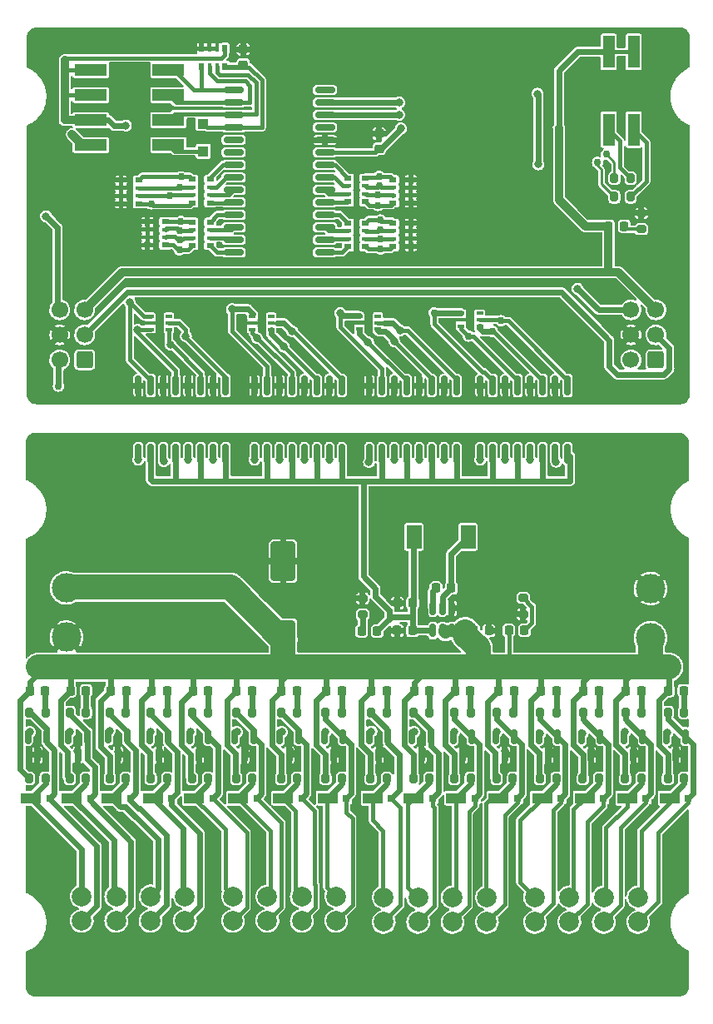
<source format=gtl>
%TF.GenerationSoftware,KiCad,Pcbnew,(6.0.9)*%
%TF.CreationDate,2023-11-09T17:58:51+05:30*%
%TF.ProjectId,Modular-I2C-4PxRJ45-Relay-Driver,4d6f6475-6c61-4722-9d49-32432d345078,2*%
%TF.SameCoordinates,Original*%
%TF.FileFunction,Copper,L1,Top*%
%TF.FilePolarity,Positive*%
%FSLAX46Y46*%
G04 Gerber Fmt 4.6, Leading zero omitted, Abs format (unit mm)*
G04 Created by KiCad (PCBNEW (6.0.9)) date 2023-11-09 17:58:51*
%MOMM*%
%LPD*%
G01*
G04 APERTURE LIST*
G04 Aperture macros list*
%AMRoundRect*
0 Rectangle with rounded corners*
0 $1 Rounding radius*
0 $2 $3 $4 $5 $6 $7 $8 $9 X,Y pos of 4 corners*
0 Add a 4 corners polygon primitive as box body*
4,1,4,$2,$3,$4,$5,$6,$7,$8,$9,$2,$3,0*
0 Add four circle primitives for the rounded corners*
1,1,$1+$1,$2,$3*
1,1,$1+$1,$4,$5*
1,1,$1+$1,$6,$7*
1,1,$1+$1,$8,$9*
0 Add four rect primitives between the rounded corners*
20,1,$1+$1,$2,$3,$4,$5,0*
20,1,$1+$1,$4,$5,$6,$7,0*
20,1,$1+$1,$6,$7,$8,$9,0*
20,1,$1+$1,$8,$9,$2,$3,0*%
G04 Aperture macros list end*
%TA.AperFunction,ComponentPad*%
%ADD10RoundRect,0.250000X0.600000X0.600000X-0.600000X0.600000X-0.600000X-0.600000X0.600000X-0.600000X0*%
%TD*%
%TA.AperFunction,ComponentPad*%
%ADD11C,1.700000*%
%TD*%
%TA.AperFunction,SMDPad,CuDef*%
%ADD12RoundRect,0.218750X0.218750X0.256250X-0.218750X0.256250X-0.218750X-0.256250X0.218750X-0.256250X0*%
%TD*%
%TA.AperFunction,SMDPad,CuDef*%
%ADD13RoundRect,0.200000X-0.200000X-0.275000X0.200000X-0.275000X0.200000X0.275000X-0.200000X0.275000X0*%
%TD*%
%TA.AperFunction,ComponentPad*%
%ADD14C,2.000000*%
%TD*%
%TA.AperFunction,SMDPad,CuDef*%
%ADD15R,2.000000X1.100000*%
%TD*%
%TA.AperFunction,SMDPad,CuDef*%
%ADD16R,0.800000X0.800000*%
%TD*%
%TA.AperFunction,SMDPad,CuDef*%
%ADD17RoundRect,0.150000X-0.150000X0.837500X-0.150000X-0.837500X0.150000X-0.837500X0.150000X0.837500X0*%
%TD*%
%TA.AperFunction,SMDPad,CuDef*%
%ADD18R,0.650000X0.400000*%
%TD*%
%TA.AperFunction,SMDPad,CuDef*%
%ADD19RoundRect,0.150000X-0.150000X0.587500X-0.150000X-0.587500X0.150000X-0.587500X0.150000X0.587500X0*%
%TD*%
%TA.AperFunction,ComponentPad*%
%ADD20C,3.000000*%
%TD*%
%TA.AperFunction,SMDPad,CuDef*%
%ADD21R,0.800000X0.500000*%
%TD*%
%TA.AperFunction,SMDPad,CuDef*%
%ADD22R,0.800000X0.400000*%
%TD*%
%TA.AperFunction,SMDPad,CuDef*%
%ADD23RoundRect,0.200000X-0.275000X0.200000X-0.275000X-0.200000X0.275000X-0.200000X0.275000X0.200000X0*%
%TD*%
%TA.AperFunction,SMDPad,CuDef*%
%ADD24RoundRect,0.218750X-0.218750X-0.256250X0.218750X-0.256250X0.218750X0.256250X-0.218750X0.256250X0*%
%TD*%
%TA.AperFunction,SMDPad,CuDef*%
%ADD25RoundRect,0.225000X0.250000X-0.225000X0.250000X0.225000X-0.250000X0.225000X-0.250000X-0.225000X0*%
%TD*%
%TA.AperFunction,SMDPad,CuDef*%
%ADD26R,0.500000X0.800000*%
%TD*%
%TA.AperFunction,SMDPad,CuDef*%
%ADD27R,0.400000X0.800000*%
%TD*%
%TA.AperFunction,SMDPad,CuDef*%
%ADD28RoundRect,0.225000X0.225000X0.250000X-0.225000X0.250000X-0.225000X-0.250000X0.225000X-0.250000X0*%
%TD*%
%TA.AperFunction,SMDPad,CuDef*%
%ADD29RoundRect,0.200000X0.200000X0.275000X-0.200000X0.275000X-0.200000X-0.275000X0.200000X-0.275000X0*%
%TD*%
%TA.AperFunction,SMDPad,CuDef*%
%ADD30RoundRect,0.150000X0.150000X-0.512500X0.150000X0.512500X-0.150000X0.512500X-0.150000X-0.512500X0*%
%TD*%
%TA.AperFunction,SMDPad,CuDef*%
%ADD31RoundRect,0.225000X-0.225000X-0.250000X0.225000X-0.250000X0.225000X0.250000X-0.225000X0.250000X0*%
%TD*%
%TA.AperFunction,SMDPad,CuDef*%
%ADD32R,1.500000X2.400000*%
%TD*%
%TA.AperFunction,SMDPad,CuDef*%
%ADD33RoundRect,0.250000X1.000000X-1.750000X1.000000X1.750000X-1.000000X1.750000X-1.000000X-1.750000X0*%
%TD*%
%TA.AperFunction,SMDPad,CuDef*%
%ADD34RoundRect,0.150000X0.875000X0.150000X-0.875000X0.150000X-0.875000X-0.150000X0.875000X-0.150000X0*%
%TD*%
%TA.AperFunction,SMDPad,CuDef*%
%ADD35R,1.200000X3.300000*%
%TD*%
%TA.AperFunction,SMDPad,CuDef*%
%ADD36R,3.300000X1.200000*%
%TD*%
%TA.AperFunction,SMDPad,CuDef*%
%ADD37RoundRect,0.200000X0.275000X-0.200000X0.275000X0.200000X-0.275000X0.200000X-0.275000X-0.200000X0*%
%TD*%
%TA.AperFunction,SMDPad,CuDef*%
%ADD38R,1.100000X1.100000*%
%TD*%
%TA.AperFunction,SMDPad,CuDef*%
%ADD39RoundRect,0.225000X-0.250000X0.225000X-0.250000X-0.225000X0.250000X-0.225000X0.250000X0.225000X0*%
%TD*%
%TA.AperFunction,ViaPad*%
%ADD40C,0.800000*%
%TD*%
%TA.AperFunction,ViaPad*%
%ADD41C,0.756400*%
%TD*%
%TA.AperFunction,Conductor*%
%ADD42C,0.406400*%
%TD*%
%TA.AperFunction,Conductor*%
%ADD43C,0.250000*%
%TD*%
%TA.AperFunction,Conductor*%
%ADD44C,0.609600*%
%TD*%
%TA.AperFunction,Conductor*%
%ADD45C,0.812800*%
%TD*%
%TA.AperFunction,Conductor*%
%ADD46C,0.304800*%
%TD*%
%TA.AperFunction,Conductor*%
%ADD47C,2.540000*%
%TD*%
%TA.AperFunction,Conductor*%
%ADD48C,1.219200*%
%TD*%
%ADD49C,0.350000*%
G04 APERTURE END LIST*
D10*
%TO.P,J1,1,Pin_1*%
%TO.N,SCL*%
X179933600Y-54864000D03*
D11*
%TO.P,J1,2,Pin_2*%
%TO.N,SDA*%
X177393600Y-54864000D03*
%TO.P,J1,3,Pin_3*%
%TO.N,Net-(J1-Pad3)*%
X179933600Y-52324000D03*
%TO.P,J1,4,Pin_4*%
%TO.N,GNDREF*%
X177393600Y-52324000D03*
%TO.P,J1,5,Pin_5*%
%TO.N,VCC*%
X179933600Y-49784000D03*
%TO.P,J1,6,Pin_6*%
%TO.N,RST*%
X177393600Y-49784000D03*
%TD*%
D12*
%TO.P,LED56,1,K*%
%TO.N,Net-(LED56-Pad1)*%
X138836500Y-88519000D03*
%TO.P,LED56,2,A*%
%TO.N,VDD*%
X137261500Y-88519000D03*
%TD*%
D13*
%TO.P,TH59,1*%
%TO.N,VDD*%
X150893000Y-97468400D03*
%TO.P,TH59,2*%
%TO.N,RC9+*%
X152543000Y-97468400D03*
%TD*%
D14*
%TO.P,J11,1,Pin_1*%
%TO.N,RC1+*%
X121496000Y-109437300D03*
%TO.P,J11,2,Pin_2*%
%TO.N,RC1-*%
X121496000Y-111937300D03*
%TO.P,J11,3,Pin_3*%
%TO.N,RC2+*%
X124996000Y-109437300D03*
%TO.P,J11,4,Pin_4*%
%TO.N,RC2-*%
X124996000Y-111937300D03*
%TO.P,J11,5,Pin_5*%
%TO.N,RC3+*%
X128496000Y-109437300D03*
%TO.P,J11,6,Pin_6*%
%TO.N,RC3-*%
X128496000Y-111937300D03*
%TO.P,J11,7,Pin_7*%
%TO.N,RC4+*%
X131996000Y-109437300D03*
%TO.P,J11,8,Pin_8*%
%TO.N,RC4-*%
X131996000Y-111937300D03*
%TD*%
D15*
%TO.P,D57,1,K*%
%TO.N,RC7+*%
X141982150Y-99441000D03*
D16*
%TO.P,D57,2,A*%
%TO.N,RC7-*%
X143882150Y-99441000D03*
%TD*%
D14*
%TO.P,J12,1,Pin_1*%
%TO.N,RC5+*%
X136888400Y-109437300D03*
%TO.P,J12,2,Pin_2*%
%TO.N,RC5-*%
X136888400Y-111937300D03*
%TO.P,J12,3,Pin_3*%
%TO.N,RC6+*%
X140388400Y-109437300D03*
%TO.P,J12,4,Pin_4*%
%TO.N,RC6-*%
X140388400Y-111937300D03*
%TO.P,J12,5,Pin_5*%
%TO.N,RC7+*%
X143888400Y-109437300D03*
%TO.P,J12,6,Pin_6*%
%TO.N,RC7-*%
X143888400Y-111937300D03*
%TO.P,J12,7,Pin_7*%
%TO.N,RC8+*%
X147388400Y-109437300D03*
%TO.P,J12,8,Pin_8*%
%TO.N,RC8-*%
X147388400Y-111937300D03*
%TD*%
D15*
%TO.P,D61,1,K*%
%TO.N,RC11+*%
X159607000Y-99441000D03*
D16*
%TO.P,D61,2,A*%
%TO.N,RC11-*%
X161507000Y-99441000D03*
%TD*%
D17*
%TO.P,U5,1,Pin_1*%
%TO.N,p3-d*%
X159639000Y-57497500D03*
%TO.P,U5,2,Pin_2*%
%TO.N,GNDREF*%
X158369000Y-57497500D03*
%TO.P,U5,3,Pin_3*%
%TO.N,p3-c*%
X157099000Y-57497500D03*
%TO.P,U5,4,Pin_4*%
%TO.N,GNDREF*%
X155829000Y-57497500D03*
%TO.P,U5,5,Pin_5*%
%TO.N,p3-b*%
X154559000Y-57497500D03*
%TO.P,U5,6,Pin_6*%
%TO.N,GNDREF*%
X153289000Y-57497500D03*
%TO.P,U5,7,Pin_7*%
%TO.N,p3-a*%
X152019000Y-57497500D03*
%TO.P,U5,8,Pin_8*%
%TO.N,GNDREF*%
X150749000Y-57497500D03*
%TO.P,U5,9,Pin_9*%
%TO.N,p3-a5*%
X150749000Y-64422500D03*
%TO.P,U5,10,Pin_10*%
%TO.N,+5V*%
X152019000Y-64422500D03*
%TO.P,U5,11,Pin_11*%
%TO.N,p3-b5*%
X153289000Y-64422500D03*
%TO.P,U5,12,Pin_12*%
%TO.N,+5V*%
X154559000Y-64422500D03*
%TO.P,U5,13,Pin_13*%
%TO.N,p3-c5*%
X155829000Y-64422500D03*
%TO.P,U5,14,Pin_14*%
%TO.N,+5V*%
X157099000Y-64422500D03*
%TO.P,U5,15,Pin_15*%
%TO.N,p3-d5*%
X158369000Y-64422500D03*
%TO.P,U5,16,Pin_16*%
%TO.N,+5V*%
X159639000Y-64422500D03*
%TD*%
D12*
%TO.P,LED66,1,K*%
%TO.N,Net-(LED66-Pad1)*%
X182767300Y-88519000D03*
%TO.P,LED66,2,A*%
%TO.N,VDD*%
X181192300Y-88519000D03*
%TD*%
D18*
%TO.P,D8,1,K*%
%TO.N,p1-a*%
X128463000Y-50473800D03*
%TO.P,D8,2,A*%
%TO.N,GNDREF*%
X128463000Y-51123800D03*
%TO.P,D8,3,K*%
%TO.N,p1-b*%
X128463000Y-51773800D03*
%TO.P,D8,4,K*%
%TO.N,p1-c*%
X130363000Y-51773800D03*
%TO.P,D8,5,K*%
%TO.N,p1-d*%
X130363000Y-51123800D03*
%TO.P,D8,6,K*%
%TO.N,unconnected-(D8-Pad6)*%
X130363000Y-50473800D03*
%TD*%
D17*
%TO.P,U4,1,Pin_1*%
%TO.N,p2-d*%
X147955000Y-57497500D03*
%TO.P,U4,2,Pin_2*%
%TO.N,GNDREF*%
X146685000Y-57497500D03*
%TO.P,U4,3,Pin_3*%
%TO.N,p2-c*%
X145415000Y-57497500D03*
%TO.P,U4,4,Pin_4*%
%TO.N,GNDREF*%
X144145000Y-57497500D03*
%TO.P,U4,5,Pin_5*%
%TO.N,p2-b*%
X142875000Y-57497500D03*
%TO.P,U4,6,Pin_6*%
%TO.N,GNDREF*%
X141605000Y-57497500D03*
%TO.P,U4,7,Pin_7*%
%TO.N,p2-a*%
X140335000Y-57497500D03*
%TO.P,U4,8,Pin_8*%
%TO.N,GNDREF*%
X139065000Y-57497500D03*
%TO.P,U4,9,Pin_9*%
%TO.N,p2-a5*%
X139065000Y-64422500D03*
%TO.P,U4,10,Pin_10*%
%TO.N,+5V*%
X140335000Y-64422500D03*
%TO.P,U4,11,Pin_11*%
%TO.N,p2-b5*%
X141605000Y-64422500D03*
%TO.P,U4,12,Pin_12*%
%TO.N,+5V*%
X142875000Y-64422500D03*
%TO.P,U4,13,Pin_13*%
%TO.N,p2-c5*%
X144145000Y-64422500D03*
%TO.P,U4,14,Pin_14*%
%TO.N,+5V*%
X145415000Y-64422500D03*
%TO.P,U4,15,Pin_15*%
%TO.N,p2-d5*%
X146685000Y-64422500D03*
%TO.P,U4,16,Pin_16*%
%TO.N,+5V*%
X147955000Y-64422500D03*
%TD*%
D15*
%TO.P,D63,1,K*%
%TO.N,RC13+*%
X168339300Y-99441000D03*
D16*
%TO.P,D63,2,A*%
%TO.N,RC13-*%
X170239300Y-99441000D03*
%TD*%
D12*
%TO.P,LED60,1,K*%
%TO.N,Net-(LED60-Pad1)*%
X156881800Y-88519000D03*
%TO.P,LED60,2,A*%
%TO.N,VDD*%
X155306800Y-88519000D03*
%TD*%
%TO.P,D3,1,K*%
%TO.N,Net-(D3-Pad1)*%
X166547900Y-82397600D03*
%TO.P,D3,2,A*%
%TO.N,VDD*%
X164972900Y-82397600D03*
%TD*%
D13*
%TO.P,R58,1*%
%TO.N,RC8-*%
X146313500Y-90721700D03*
%TO.P,R58,2*%
%TO.N,Net-(LED58-Pad1)*%
X147963500Y-90721700D03*
%TD*%
D19*
%TO.P,Q54,1,D*%
%TO.N,RC4-*%
X130308500Y-93169500D03*
%TO.P,Q54,2,G*%
%TO.N,p1-d5*%
X128408500Y-93169500D03*
%TO.P,Q54,3,S*%
%TO.N,GNDPWR*%
X129358500Y-95044500D03*
%TD*%
D18*
%TO.P,D7,1,K*%
%TO.N,p4-a*%
X160086000Y-50150000D03*
%TO.P,D7,2,A*%
%TO.N,GNDREF*%
X160086000Y-50800000D03*
%TO.P,D7,3,K*%
%TO.N,p4-b*%
X160086000Y-51450000D03*
%TO.P,D7,4,K*%
%TO.N,p4-c*%
X161986000Y-51450000D03*
%TO.P,D7,5,K*%
%TO.N,p4-d*%
X161986000Y-50800000D03*
%TO.P,D7,6,K*%
%TO.N,unconnected-(D7-Pad6)*%
X161986000Y-50150000D03*
%TD*%
D13*
%TO.P,TH54,1*%
%TO.N,VDD*%
X128533500Y-97468400D03*
%TO.P,TH54,2*%
%TO.N,RC4+*%
X130183500Y-97468400D03*
%TD*%
D12*
%TO.P,LED55,1,K*%
%TO.N,Net-(LED55-Pad1)*%
X134357000Y-88519000D03*
%TO.P,LED55,2,A*%
%TO.N,VDD*%
X132782000Y-88519000D03*
%TD*%
D13*
%TO.P,TH61,1*%
%TO.N,VDD*%
X159409500Y-97468400D03*
%TO.P,TH61,2*%
%TO.N,RC11+*%
X161059500Y-97468400D03*
%TD*%
D12*
%TO.P,LED58,1,K*%
%TO.N,Net-(LED58-Pad1)*%
X147946000Y-88519000D03*
%TO.P,LED58,2,A*%
%TO.N,VDD*%
X146371000Y-88519000D03*
%TD*%
D13*
%TO.P,R61,1*%
%TO.N,RC11-*%
X159417000Y-90721700D03*
%TO.P,R61,2*%
%TO.N,Net-(LED61-Pad1)*%
X161067000Y-90721700D03*
%TD*%
D19*
%TO.P,Q53,1,D*%
%TO.N,RC3-*%
X126117500Y-93155262D03*
%TO.P,Q53,2,G*%
%TO.N,p1-c5*%
X124217500Y-93155262D03*
%TO.P,Q53,3,S*%
%TO.N,GNDPWR*%
X125167500Y-95030262D03*
%TD*%
%TO.P,Q63,1,D*%
%TO.N,RC13-*%
X169916800Y-93169500D03*
%TO.P,Q63,2,G*%
%TO.N,p4-a5*%
X168016800Y-93169500D03*
%TO.P,Q63,3,S*%
%TO.N,GNDPWR*%
X168966800Y-95044500D03*
%TD*%
D12*
%TO.P,LED63,1,K*%
%TO.N,Net-(LED63-Pad1)*%
X169781800Y-88519000D03*
%TO.P,LED63,2,A*%
%TO.N,VDD*%
X168206800Y-88519000D03*
%TD*%
%TO.P,LED65,1,K*%
%TO.N,Net-(LED65-Pad1)*%
X178441000Y-88519000D03*
%TO.P,LED65,2,A*%
%TO.N,VDD*%
X176866000Y-88519000D03*
%TD*%
D20*
%TO.P,J4,1,1*%
%TO.N,VDD*%
X179367900Y-83133800D03*
%TO.P,J4,2,2*%
%TO.N,GNDPWR*%
X179367900Y-78135800D03*
%TD*%
D10*
%TO.P,J2,1,Pin_1*%
%TO.N,SCL*%
X121793000Y-54864000D03*
D11*
%TO.P,J2,2,Pin_2*%
%TO.N,SDA*%
X119253000Y-54864000D03*
%TO.P,J2,3,Pin_3*%
%TO.N,Net-(J1-Pad3)*%
X121793000Y-52324000D03*
%TO.P,J2,4,Pin_4*%
%TO.N,GNDREF*%
X119253000Y-52324000D03*
%TO.P,J2,5,Pin_5*%
%TO.N,VCC*%
X121793000Y-49784000D03*
%TO.P,J2,6,Pin_6*%
%TO.N,RST*%
X119253000Y-49784000D03*
%TD*%
D21*
%TO.P,RN9,1,R1.1*%
%TO.N,GNDREF*%
X128182800Y-40811600D03*
D22*
%TO.P,RN9,2,R2.1*%
X128182800Y-41611600D03*
%TO.P,RN9,3,R3.1*%
X128182800Y-42411600D03*
D21*
%TO.P,RN9,4,R4.1*%
X128182800Y-43211600D03*
%TO.P,RN9,5,R4.2*%
%TO.N,p2-d*%
X129982800Y-43211600D03*
D22*
%TO.P,RN9,6,R3.2*%
%TO.N,p2-c*%
X129982800Y-42411600D03*
%TO.P,RN9,7,R2.2*%
%TO.N,p2-b*%
X129982800Y-41611600D03*
D21*
%TO.P,RN9,8,R1.2*%
%TO.N,p2-a*%
X129982800Y-40811600D03*
%TD*%
D23*
%TO.P,R5,1*%
%TO.N,Net-(D3-Pad1)*%
X166420800Y-79083400D03*
%TO.P,R5,2*%
%TO.N,GNDPWR*%
X166420800Y-80733400D03*
%TD*%
D24*
%TO.P,D2,1,K*%
%TO.N,Net-(D2-Pad1)*%
X149986900Y-82448400D03*
%TO.P,D2,2,A*%
%TO.N,+5V*%
X151561900Y-82448400D03*
%TD*%
D25*
%TO.P,C1,1*%
%TO.N,Net-(C1-Pad1)*%
X137922000Y-24847800D03*
%TO.P,C1,2*%
%TO.N,GNDREF*%
X137922000Y-23297800D03*
%TD*%
D26*
%TO.P,RN1,1,R1.1*%
%TO.N,VCC*%
X136074000Y-23230000D03*
D27*
%TO.P,RN1,2,R2.1*%
%TO.N,GNDREF*%
X135274000Y-23230000D03*
%TO.P,RN1,3,R3.1*%
X134474000Y-23230000D03*
D26*
%TO.P,RN1,4,R4.1*%
X133674000Y-23230000D03*
%TO.P,RN1,5,R4.2*%
%TO.N,Net-(RN1-Pad5)*%
X133674000Y-25030000D03*
D27*
%TO.P,RN1,6,R3.2*%
%TO.N,Net-(RN1-Pad6)*%
X134474000Y-25030000D03*
%TO.P,RN1,7,R2.2*%
%TO.N,Net-(RN1-Pad7)*%
X135274000Y-25030000D03*
D26*
%TO.P,RN1,8,R1.2*%
%TO.N,Net-(C1-Pad1)*%
X136074000Y-25030000D03*
%TD*%
D15*
%TO.P,D64,1,K*%
%TO.N,RC14+*%
X172680500Y-99441000D03*
D16*
%TO.P,D64,2,A*%
%TO.N,RC14-*%
X174580500Y-99441000D03*
%TD*%
D28*
%TO.P,C9,1*%
%TO.N,GNDPWR*%
X162928600Y-82397600D03*
%TO.P,C9,2*%
%TO.N,VDD*%
X161378600Y-82397600D03*
%TD*%
D29*
%TO.P,R4,1*%
%TO.N,Net-(R4-Pad1)*%
X177348350Y-36396300D03*
%TO.P,R4,2*%
%TO.N,SDA*%
X175698350Y-36396300D03*
%TD*%
D13*
%TO.P,R60,1*%
%TO.N,RC10-*%
X155249300Y-90721700D03*
%TO.P,R60,2*%
%TO.N,Net-(LED60-Pad1)*%
X156899300Y-90721700D03*
%TD*%
D12*
%TO.P,LED57,1,K*%
%TO.N,Net-(LED57-Pad1)*%
X143408500Y-88519000D03*
%TO.P,LED57,2,A*%
%TO.N,VDD*%
X141833500Y-88519000D03*
%TD*%
D21*
%TO.P,RN7,1,R1.1*%
%TO.N,GNDREF*%
X125490400Y-36595200D03*
D22*
%TO.P,RN7,2,R2.1*%
X125490400Y-37395200D03*
%TO.P,RN7,3,R3.1*%
X125490400Y-38195200D03*
D21*
%TO.P,RN7,4,R4.1*%
X125490400Y-38995200D03*
%TO.P,RN7,5,R4.2*%
%TO.N,p1-d*%
X127290400Y-38995200D03*
D22*
%TO.P,RN7,6,R3.2*%
%TO.N,p1-c*%
X127290400Y-38195200D03*
%TO.P,RN7,7,R2.2*%
%TO.N,p1-b*%
X127290400Y-37395200D03*
D21*
%TO.P,RN7,8,R1.2*%
%TO.N,p1-a*%
X127290400Y-36595200D03*
%TD*%
D30*
%TO.P,U2,1,FB*%
%TO.N,+5V*%
X157241200Y-82404500D03*
%TO.P,U2,2,EN*%
%TO.N,VDD*%
X158191200Y-82404500D03*
%TO.P,U2,3,IN*%
X159141200Y-82404500D03*
%TO.P,U2,4,GND*%
%TO.N,GNDPWR*%
X159141200Y-80129500D03*
%TO.P,U2,5,SW*%
%TO.N,Net-(C6-Pad1)*%
X158191200Y-80129500D03*
%TO.P,U2,6,BST*%
%TO.N,Net-(C6-Pad2)*%
X157241200Y-80129500D03*
%TD*%
D15*
%TO.P,D53,1,K*%
%TO.N,RC3+*%
X124540000Y-99441000D03*
D16*
%TO.P,D53,2,A*%
%TO.N,RC3-*%
X126440000Y-99441000D03*
%TD*%
D13*
%TO.P,TH60,1*%
%TO.N,VDD*%
X155241800Y-97468400D03*
%TO.P,TH60,2*%
%TO.N,RC10+*%
X156891800Y-97468400D03*
%TD*%
D31*
%TO.P,C7,1*%
%TO.N,GNDPWR*%
X153606200Y-79616000D03*
%TO.P,C7,2*%
%TO.N,+5V*%
X155156200Y-79616000D03*
%TD*%
%TO.P,C8,1*%
%TO.N,GNDPWR*%
X153593200Y-82410000D03*
%TO.P,C8,2*%
%TO.N,+5V*%
X155143200Y-82410000D03*
%TD*%
D13*
%TO.P,R53,1*%
%TO.N,RC3-*%
X124342500Y-90721700D03*
%TO.P,R53,2*%
%TO.N,Net-(LED53-Pad1)*%
X125992500Y-90721700D03*
%TD*%
D18*
%TO.P,D6,1,K*%
%TO.N,p3-a*%
X149731350Y-50458800D03*
%TO.P,D6,2,A*%
%TO.N,GNDREF*%
X149731350Y-51108800D03*
%TO.P,D6,3,K*%
%TO.N,p3-b*%
X149731350Y-51758800D03*
%TO.P,D6,4,K*%
%TO.N,p3-c*%
X151631350Y-51758800D03*
%TO.P,D6,5,K*%
%TO.N,p3-d*%
X151631350Y-51108800D03*
%TO.P,D6,6,K*%
%TO.N,unconnected-(D6-Pad6)*%
X151631350Y-50458800D03*
%TD*%
D13*
%TO.P,TH56,1*%
%TO.N,VDD*%
X137210500Y-97468400D03*
%TO.P,TH56,2*%
%TO.N,RC6+*%
X138860500Y-97468400D03*
%TD*%
D12*
%TO.P,LED53,1,K*%
%TO.N,Net-(LED53-Pad1)*%
X126009500Y-88519000D03*
%TO.P,LED53,2,A*%
%TO.N,VDD*%
X124434500Y-88519000D03*
%TD*%
D21*
%TO.P,RN16,1,R1.1*%
%TO.N,p1-a*%
X132754800Y-36502800D03*
D22*
%TO.P,RN16,2,R2.1*%
%TO.N,p1-b*%
X132754800Y-37302800D03*
%TO.P,RN16,3,R3.1*%
%TO.N,p1-c*%
X132754800Y-38102800D03*
D21*
%TO.P,RN16,4,R4.1*%
%TO.N,p1-d*%
X132754800Y-38902800D03*
%TO.P,RN16,5,R4.2*%
%TO.N,Net-(RN16-Pad5)*%
X134554800Y-38902800D03*
D22*
%TO.P,RN16,6,R3.2*%
%TO.N,Net-(RN16-Pad6)*%
X134554800Y-38102800D03*
%TO.P,RN16,7,R2.2*%
%TO.N,Net-(RN16-Pad7)*%
X134554800Y-37302800D03*
D21*
%TO.P,RN16,8,R1.2*%
%TO.N,Net-(RN16-Pad8)*%
X134554800Y-36502800D03*
%TD*%
D17*
%TO.P,U3,1,Pin_1*%
%TO.N,p1-d*%
X136144000Y-57497500D03*
%TO.P,U3,2,Pin_2*%
%TO.N,GNDREF*%
X134874000Y-57497500D03*
%TO.P,U3,3,Pin_3*%
%TO.N,p1-c*%
X133604000Y-57497500D03*
%TO.P,U3,4,Pin_4*%
%TO.N,GNDREF*%
X132334000Y-57497500D03*
%TO.P,U3,5,Pin_5*%
%TO.N,p1-b*%
X131064000Y-57497500D03*
%TO.P,U3,6,Pin_6*%
%TO.N,GNDREF*%
X129794000Y-57497500D03*
%TO.P,U3,7,Pin_7*%
%TO.N,p1-a*%
X128524000Y-57497500D03*
%TO.P,U3,8,Pin_8*%
%TO.N,GNDREF*%
X127254000Y-57497500D03*
%TO.P,U3,9,Pin_9*%
%TO.N,p1-a5*%
X127254000Y-64422500D03*
%TO.P,U3,10,Pin_10*%
%TO.N,+5V*%
X128524000Y-64422500D03*
%TO.P,U3,11,Pin_11*%
%TO.N,p1-b5*%
X129794000Y-64422500D03*
%TO.P,U3,12,Pin_12*%
%TO.N,+5V*%
X131064000Y-64422500D03*
%TO.P,U3,13,Pin_13*%
%TO.N,p1-c5*%
X132334000Y-64422500D03*
%TO.P,U3,14,Pin_14*%
%TO.N,+5V*%
X133604000Y-64422500D03*
%TO.P,U3,15,Pin_15*%
%TO.N,p1-d5*%
X134874000Y-64422500D03*
%TO.P,U3,16,Pin_16*%
%TO.N,+5V*%
X136144000Y-64422500D03*
%TD*%
D19*
%TO.P,Q58,1,D*%
%TO.N,RC8-*%
X148088500Y-93169500D03*
%TO.P,Q58,2,G*%
%TO.N,p2-d5*%
X146188500Y-93169500D03*
%TO.P,Q58,3,S*%
%TO.N,GNDPWR*%
X147138500Y-95044500D03*
%TD*%
D13*
%TO.P,R51,1*%
%TO.N,RC1-*%
X116142000Y-90721700D03*
%TO.P,R51,2*%
%TO.N,Net-(LED51-Pad1)*%
X117792000Y-90721700D03*
%TD*%
%TO.P,TH53,1*%
%TO.N,VDD*%
X124342500Y-97468400D03*
%TO.P,TH53,2*%
%TO.N,RC3+*%
X125992500Y-97468400D03*
%TD*%
D12*
%TO.P,LED61,1,K*%
%TO.N,Net-(LED61-Pad1)*%
X161049500Y-88519000D03*
%TO.P,LED61,2,A*%
%TO.N,VDD*%
X159474500Y-88519000D03*
%TD*%
%TO.P,LED64,1,K*%
%TO.N,Net-(LED64-Pad1)*%
X174123000Y-88519000D03*
%TO.P,LED64,2,A*%
%TO.N,VDD*%
X172548000Y-88519000D03*
%TD*%
D32*
%TO.P,L1,1,1*%
%TO.N,Net-(C6-Pad1)*%
X160801200Y-72885000D03*
%TO.P,L1,2,2*%
%TO.N,+5V*%
X155301200Y-72885000D03*
%TD*%
D13*
%TO.P,R54,1*%
%TO.N,RC4-*%
X128533500Y-90721700D03*
%TO.P,R54,2*%
%TO.N,Net-(LED54-Pad1)*%
X130183500Y-90721700D03*
%TD*%
%TO.P,TH57,1*%
%TO.N,VDD*%
X141784650Y-97468400D03*
%TO.P,TH57,2*%
%TO.N,RC7+*%
X143434650Y-97468400D03*
%TD*%
D15*
%TO.P,D55,1,K*%
%TO.N,RC5+*%
X132922000Y-99441000D03*
D16*
%TO.P,D55,2,A*%
%TO.N,RC5-*%
X134822000Y-99441000D03*
%TD*%
D12*
%TO.P,LED52,1,K*%
%TO.N,Net-(LED52-Pad1)*%
X121911000Y-88519000D03*
%TO.P,LED52,2,A*%
%TO.N,VDD*%
X120336000Y-88519000D03*
%TD*%
D13*
%TO.P,R65,1*%
%TO.N,RC15-*%
X176808500Y-90721700D03*
%TO.P,R65,2*%
%TO.N,Net-(LED65-Pad1)*%
X178458500Y-90721700D03*
%TD*%
%TO.P,TH66,1*%
%TO.N,VDD*%
X181127300Y-97468400D03*
%TO.P,TH66,2*%
%TO.N,RC16+*%
X182777300Y-97468400D03*
%TD*%
D33*
%TO.P,C5,1*%
%TO.N,VDD*%
X141986000Y-83349600D03*
%TO.P,C5,2*%
%TO.N,GNDPWR*%
X141986000Y-75349600D03*
%TD*%
D21*
%TO.P,RN15,1,R1.1*%
%TO.N,p4-a*%
X150379000Y-38792000D03*
D22*
%TO.P,RN15,2,R2.1*%
%TO.N,p4-b*%
X150379000Y-37992000D03*
%TO.P,RN15,3,R3.1*%
%TO.N,p4-c*%
X150379000Y-37192000D03*
D21*
%TO.P,RN15,4,R4.1*%
%TO.N,p4-d*%
X150379000Y-36392000D03*
%TO.P,RN15,5,R4.2*%
%TO.N,Net-(RN15-Pad5)*%
X148579000Y-36392000D03*
D22*
%TO.P,RN15,6,R3.2*%
%TO.N,Net-(RN15-Pad6)*%
X148579000Y-37192000D03*
%TO.P,RN15,7,R2.2*%
%TO.N,Net-(RN15-Pad7)*%
X148579000Y-37992000D03*
D21*
%TO.P,RN15,8,R1.2*%
%TO.N,Net-(RN15-Pad8)*%
X148579000Y-38792000D03*
%TD*%
D13*
%TO.P,TH55,1*%
%TO.N,VDD*%
X132724500Y-97468400D03*
%TO.P,TH55,2*%
%TO.N,RC5+*%
X134374500Y-97468400D03*
%TD*%
%TO.P,TH58,1*%
%TO.N,VDD*%
X146313500Y-97468400D03*
%TO.P,TH58,2*%
%TO.N,RC8+*%
X147963500Y-97468400D03*
%TD*%
%TO.P,R56,1*%
%TO.N,RC6-*%
X137210500Y-90721700D03*
%TO.P,R56,2*%
%TO.N,Net-(LED56-Pad1)*%
X138860500Y-90721700D03*
%TD*%
D29*
%TO.P,R3,1*%
%TO.N,Net-(R3-Pad1)*%
X177348350Y-38301300D03*
%TO.P,R3,2*%
%TO.N,SCL*%
X175698350Y-38301300D03*
%TD*%
D12*
%TO.P,LED59,1,K*%
%TO.N,Net-(LED59-Pad1)*%
X152552500Y-88519000D03*
%TO.P,LED59,2,A*%
%TO.N,VDD*%
X150977500Y-88519000D03*
%TD*%
D19*
%TO.P,Q65,1,D*%
%TO.N,RC15-*%
X178576000Y-93169500D03*
%TO.P,Q65,2,G*%
%TO.N,p4-c5*%
X176676000Y-93169500D03*
%TO.P,Q65,3,S*%
%TO.N,GNDPWR*%
X177626000Y-95044500D03*
%TD*%
D12*
%TO.P,LED51,1,K*%
%TO.N,Net-(LED51-Pad1)*%
X117774500Y-88519000D03*
%TO.P,LED51,2,A*%
%TO.N,VDD*%
X116199500Y-88519000D03*
%TD*%
%TO.P,D4,1,K*%
%TO.N,Net-(D4-Pad1)*%
X176682500Y-41275000D03*
%TO.P,D4,2,A*%
%TO.N,VCC*%
X175107500Y-41275000D03*
%TD*%
D13*
%TO.P,TH62,1*%
%TO.N,VDD*%
X163720000Y-97468400D03*
%TO.P,TH62,2*%
%TO.N,RC12+*%
X165370000Y-97468400D03*
%TD*%
%TO.P,TH63,1*%
%TO.N,VDD*%
X168141800Y-97468400D03*
%TO.P,TH63,2*%
%TO.N,RC13+*%
X169791800Y-97468400D03*
%TD*%
%TO.P,R64,1*%
%TO.N,RC14-*%
X172490500Y-90721700D03*
%TO.P,R64,2*%
%TO.N,Net-(LED64-Pad1)*%
X174140500Y-90721700D03*
%TD*%
D15*
%TO.P,D58,1,K*%
%TO.N,RC8+*%
X146511000Y-99441000D03*
D16*
%TO.P,D58,2,A*%
%TO.N,RC8-*%
X148411000Y-99441000D03*
%TD*%
D13*
%TO.P,R62,1*%
%TO.N,RC12-*%
X163727500Y-90721700D03*
%TO.P,R62,2*%
%TO.N,Net-(LED62-Pad1)*%
X165377500Y-90721700D03*
%TD*%
D21*
%TO.P,RN5,1,R1.1*%
%TO.N,GNDREF*%
X154976400Y-38944400D03*
D22*
%TO.P,RN5,2,R2.1*%
X154976400Y-38144400D03*
%TO.P,RN5,3,R3.1*%
X154976400Y-37344400D03*
D21*
%TO.P,RN5,4,R4.1*%
X154976400Y-36544400D03*
%TO.P,RN5,5,R4.2*%
%TO.N,p4-d*%
X153176400Y-36544400D03*
D22*
%TO.P,RN5,6,R3.2*%
%TO.N,p4-c*%
X153176400Y-37344400D03*
%TO.P,RN5,7,R2.2*%
%TO.N,p4-b*%
X153176400Y-38144400D03*
D21*
%TO.P,RN5,8,R1.2*%
%TO.N,p4-a*%
X153176400Y-38944400D03*
%TD*%
D15*
%TO.P,D65,1,K*%
%TO.N,RC15+*%
X176998500Y-99441000D03*
D16*
%TO.P,D65,2,A*%
%TO.N,RC15-*%
X178898500Y-99441000D03*
%TD*%
D15*
%TO.P,D60,1,K*%
%TO.N,RC10+*%
X155290500Y-99441000D03*
D16*
%TO.P,D60,2,A*%
%TO.N,RC10-*%
X157190500Y-99441000D03*
%TD*%
D19*
%TO.P,Q57,1,D*%
%TO.N,RC7-*%
X143559650Y-93169500D03*
%TO.P,Q57,2,G*%
%TO.N,p2-c5*%
X141659650Y-93169500D03*
%TO.P,Q57,3,S*%
%TO.N,GNDPWR*%
X142609650Y-95044500D03*
%TD*%
D15*
%TO.P,D52,1,K*%
%TO.N,RC2+*%
X120476000Y-99441000D03*
D16*
%TO.P,D52,2,A*%
%TO.N,RC2-*%
X122376000Y-99441000D03*
%TD*%
D13*
%TO.P,R66,1*%
%TO.N,RC16-*%
X181134800Y-90721700D03*
%TO.P,R66,2*%
%TO.N,Net-(LED66-Pad1)*%
X182784800Y-90721700D03*
%TD*%
D19*
%TO.P,Q61,1,D*%
%TO.N,RC11-*%
X161184500Y-93169500D03*
%TO.P,Q61,2,G*%
%TO.N,p3-c5*%
X159284500Y-93169500D03*
%TO.P,Q61,3,S*%
%TO.N,GNDPWR*%
X160234500Y-95044500D03*
%TD*%
D34*
%TO.P,U1,1,GPB0*%
%TO.N,Net-(RN11-Pad8)*%
X146255000Y-43942000D03*
%TO.P,U1,2,GPB1*%
%TO.N,Net-(RN11-Pad7)*%
X146255000Y-42672000D03*
%TO.P,U1,3,GPB2*%
%TO.N,Net-(RN11-Pad6)*%
X146255000Y-41402000D03*
%TO.P,U1,4,GPB3*%
%TO.N,Net-(RN11-Pad5)*%
X146255000Y-40132000D03*
%TO.P,U1,5,GPB4*%
%TO.N,Net-(RN15-Pad8)*%
X146255000Y-38862000D03*
%TO.P,U1,6,GPB5*%
%TO.N,Net-(RN15-Pad7)*%
X146255000Y-37592000D03*
%TO.P,U1,7,GPB6*%
%TO.N,Net-(RN15-Pad6)*%
X146255000Y-36322000D03*
%TO.P,U1,8,GPB7*%
%TO.N,Net-(RN15-Pad5)*%
X146255000Y-35052000D03*
%TO.P,U1,9,VDD*%
%TO.N,VCC*%
X146255000Y-33782000D03*
%TO.P,U1,10,VSS*%
%TO.N,GNDREF*%
X146255000Y-32512000D03*
%TO.P,U1,11,NC*%
%TO.N,unconnected-(U1-Pad11)*%
X146255000Y-31242000D03*
%TO.P,U1,12,SCK*%
%TO.N,SCL*%
X146255000Y-29972000D03*
%TO.P,U1,13,SDA*%
%TO.N,SDA*%
X146255000Y-28702000D03*
%TO.P,U1,14,NC*%
%TO.N,unconnected-(U1-Pad14)*%
X146255000Y-27432000D03*
%TO.P,U1,15,A0*%
%TO.N,Net-(RN1-Pad5)*%
X136955000Y-27432000D03*
%TO.P,U1,16,A1*%
%TO.N,Net-(RN1-Pad6)*%
X136955000Y-28702000D03*
%TO.P,U1,17,A2*%
%TO.N,Net-(RN1-Pad7)*%
X136955000Y-29972000D03*
%TO.P,U1,18,~{RESET}*%
%TO.N,Net-(C1-Pad1)*%
X136955000Y-31242000D03*
%TO.P,U1,19,INTB*%
%TO.N,unconnected-(U1-Pad19)*%
X136955000Y-32512000D03*
%TO.P,U1,20,INTA*%
%TO.N,unconnected-(U1-Pad20)*%
X136955000Y-33782000D03*
%TO.P,U1,21,GPA0*%
%TO.N,Net-(RN16-Pad8)*%
X136955000Y-35052000D03*
%TO.P,U1,22,GPA1*%
%TO.N,Net-(RN16-Pad7)*%
X136955000Y-36322000D03*
%TO.P,U1,23,GPA2*%
%TO.N,Net-(RN16-Pad6)*%
X136955000Y-37592000D03*
%TO.P,U1,24,GPA3*%
%TO.N,Net-(RN16-Pad5)*%
X136955000Y-38862000D03*
%TO.P,U1,25,GPA4*%
%TO.N,Net-(RN12-Pad8)*%
X136955000Y-40132000D03*
%TO.P,U1,26,GPA5*%
%TO.N,Net-(RN12-Pad7)*%
X136955000Y-41402000D03*
%TO.P,U1,27,GPA6*%
%TO.N,Net-(RN12-Pad6)*%
X136955000Y-42672000D03*
%TO.P,U1,28,GPA7*%
%TO.N,Net-(RN12-Pad5)*%
X136955000Y-43942000D03*
%TD*%
D15*
%TO.P,D54,1,K*%
%TO.N,RC4+*%
X128731000Y-99441000D03*
D16*
%TO.P,D54,2,A*%
%TO.N,RC4-*%
X130631000Y-99441000D03*
%TD*%
D13*
%TO.P,R57,1*%
%TO.N,RC7-*%
X141784650Y-90721700D03*
%TO.P,R57,2*%
%TO.N,Net-(LED57-Pad1)*%
X143434650Y-90721700D03*
%TD*%
%TO.P,R59,1*%
%TO.N,RC9-*%
X150900500Y-90721700D03*
%TO.P,R59,2*%
%TO.N,Net-(LED59-Pad1)*%
X152550500Y-90721700D03*
%TD*%
D19*
%TO.P,Q60,1,D*%
%TO.N,RC10-*%
X157016800Y-93169500D03*
%TO.P,Q60,2,G*%
%TO.N,p3-b5*%
X155116800Y-93169500D03*
%TO.P,Q60,3,S*%
%TO.N,GNDPWR*%
X156066800Y-95044500D03*
%TD*%
D21*
%TO.P,RN3,1,R1.1*%
%TO.N,GNDREF*%
X154976400Y-43364000D03*
D22*
%TO.P,RN3,2,R2.1*%
X154976400Y-42564000D03*
%TO.P,RN3,3,R3.1*%
X154976400Y-41764000D03*
D21*
%TO.P,RN3,4,R4.1*%
X154976400Y-40964000D03*
%TO.P,RN3,5,R4.2*%
%TO.N,p3-d*%
X153176400Y-40964000D03*
D22*
%TO.P,RN3,6,R3.2*%
%TO.N,p3-c*%
X153176400Y-41764000D03*
%TO.P,RN3,7,R2.2*%
%TO.N,p3-b*%
X153176400Y-42564000D03*
D21*
%TO.P,RN3,8,R1.2*%
%TO.N,p3-a*%
X153176400Y-43364000D03*
%TD*%
D14*
%TO.P,J14,1,Pin_1*%
%TO.N,RC13+*%
X167622400Y-109538900D03*
%TO.P,J14,2,Pin_2*%
%TO.N,RC13-*%
X167622400Y-112038900D03*
%TO.P,J14,3,Pin_3*%
%TO.N,RC14+*%
X171122400Y-109538900D03*
%TO.P,J14,4,Pin_4*%
%TO.N,RC14-*%
X171122400Y-112038900D03*
%TO.P,J14,5,Pin_5*%
%TO.N,RC15+*%
X174622400Y-109538900D03*
%TO.P,J14,6,Pin_6*%
%TO.N,RC15-*%
X174622400Y-112038900D03*
%TO.P,J14,7,Pin_7*%
%TO.N,RC16+*%
X178122400Y-109538900D03*
%TO.P,J14,8,Pin_8*%
%TO.N,RC16-*%
X178122400Y-112038900D03*
%TD*%
%TO.P,J13,1,Pin_1*%
%TO.N,RC9+*%
X152230000Y-109538900D03*
%TO.P,J13,2,Pin_2*%
%TO.N,RC9-*%
X152230000Y-112038900D03*
%TO.P,J13,3,Pin_3*%
%TO.N,RC10+*%
X155730000Y-109538900D03*
%TO.P,J13,4,Pin_4*%
%TO.N,RC10-*%
X155730000Y-112038900D03*
%TO.P,J13,5,Pin_5*%
%TO.N,RC11+*%
X159230000Y-109538900D03*
%TO.P,J13,6,Pin_6*%
%TO.N,RC11-*%
X159230000Y-112038900D03*
%TO.P,J13,7,Pin_7*%
%TO.N,RC12+*%
X162730000Y-109538900D03*
%TO.P,J13,8,Pin_8*%
%TO.N,RC12-*%
X162730000Y-112038900D03*
%TD*%
D21*
%TO.P,RN11,1,R1.1*%
%TO.N,p3-a*%
X150379000Y-43364000D03*
D22*
%TO.P,RN11,2,R2.1*%
%TO.N,p3-b*%
X150379000Y-42564000D03*
%TO.P,RN11,3,R3.1*%
%TO.N,p3-c*%
X150379000Y-41764000D03*
D21*
%TO.P,RN11,4,R4.1*%
%TO.N,p3-d*%
X150379000Y-40964000D03*
%TO.P,RN11,5,R4.2*%
%TO.N,Net-(RN11-Pad5)*%
X148579000Y-40964000D03*
D22*
%TO.P,RN11,6,R3.2*%
%TO.N,Net-(RN11-Pad6)*%
X148579000Y-41764000D03*
%TO.P,RN11,7,R2.2*%
%TO.N,Net-(RN11-Pad7)*%
X148579000Y-42564000D03*
D21*
%TO.P,RN11,8,R1.2*%
%TO.N,Net-(RN11-Pad8)*%
X148579000Y-43364000D03*
%TD*%
D19*
%TO.P,Q52,1,D*%
%TO.N,RC2-*%
X122053500Y-93169500D03*
%TO.P,Q52,2,G*%
%TO.N,p1-b5*%
X120153500Y-93169500D03*
%TO.P,Q52,3,S*%
%TO.N,GNDPWR*%
X121103500Y-95044500D03*
%TD*%
%TO.P,Q59,1,D*%
%TO.N,RC9-*%
X152668000Y-93169500D03*
%TO.P,Q59,2,G*%
%TO.N,p3-a5*%
X150768000Y-93169500D03*
%TO.P,Q59,3,S*%
%TO.N,GNDPWR*%
X151718000Y-95044500D03*
%TD*%
%TO.P,Q56,1,D*%
%TO.N,RC6-*%
X138985500Y-93169500D03*
%TO.P,Q56,2,G*%
%TO.N,p2-b5*%
X137085500Y-93169500D03*
%TO.P,Q56,3,S*%
%TO.N,GNDPWR*%
X138035500Y-95044500D03*
%TD*%
D13*
%TO.P,R55,1*%
%TO.N,RC5-*%
X132724500Y-90721700D03*
%TO.P,R55,2*%
%TO.N,Net-(LED55-Pad1)*%
X134374500Y-90721700D03*
%TD*%
%TO.P,TH51,1*%
%TO.N,VDD*%
X116142000Y-97468400D03*
%TO.P,TH51,2*%
%TO.N,RC1+*%
X117792000Y-97468400D03*
%TD*%
D20*
%TO.P,J3,1,1*%
%TO.N,VDD*%
X119938800Y-78069800D03*
%TO.P,J3,2,2*%
%TO.N,GNDPWR*%
X119938800Y-83067800D03*
%TD*%
D13*
%TO.P,R52,1*%
%TO.N,RC2-*%
X120278500Y-90721700D03*
%TO.P,R52,2*%
%TO.N,Net-(LED52-Pad1)*%
X121928500Y-90721700D03*
%TD*%
D35*
%TO.P,SW5,1*%
%TO.N,Net-(R4-Pad1)*%
X175133000Y-31456300D03*
%TO.P,SW5,2*%
%TO.N,Net-(R3-Pad1)*%
X177673000Y-31456300D03*
%TO.P,SW5,3*%
%TO.N,VCC*%
X177673000Y-23556300D03*
%TO.P,SW5,4*%
X175133000Y-23556300D03*
%TD*%
D17*
%TO.P,U6,1,Pin_1*%
%TO.N,p4-d*%
X170942000Y-57497500D03*
%TO.P,U6,2,Pin_2*%
%TO.N,GNDREF*%
X169672000Y-57497500D03*
%TO.P,U6,3,Pin_3*%
%TO.N,p4-c*%
X168402000Y-57497500D03*
%TO.P,U6,4,Pin_4*%
%TO.N,GNDREF*%
X167132000Y-57497500D03*
%TO.P,U6,5,Pin_5*%
%TO.N,p4-b*%
X165862000Y-57497500D03*
%TO.P,U6,6,Pin_6*%
%TO.N,GNDREF*%
X164592000Y-57497500D03*
%TO.P,U6,7,Pin_7*%
%TO.N,p4-a*%
X163322000Y-57497500D03*
%TO.P,U6,8,Pin_8*%
%TO.N,GNDREF*%
X162052000Y-57497500D03*
%TO.P,U6,9,Pin_9*%
%TO.N,p4-a5*%
X162052000Y-64422500D03*
%TO.P,U6,10,Pin_10*%
%TO.N,+5V*%
X163322000Y-64422500D03*
%TO.P,U6,11,Pin_11*%
%TO.N,p4-b5*%
X164592000Y-64422500D03*
%TO.P,U6,12,Pin_12*%
%TO.N,+5V*%
X165862000Y-64422500D03*
%TO.P,U6,13,Pin_13*%
%TO.N,p4-c5*%
X167132000Y-64422500D03*
%TO.P,U6,14,Pin_14*%
%TO.N,+5V*%
X168402000Y-64422500D03*
%TO.P,U6,15,Pin_15*%
%TO.N,p4-d5*%
X169672000Y-64422500D03*
%TO.P,U6,16,Pin_16*%
%TO.N,+5V*%
X170942000Y-64422500D03*
%TD*%
D21*
%TO.P,RN12,1,R1.1*%
%TO.N,p2-a*%
X132754800Y-40862400D03*
D22*
%TO.P,RN12,2,R2.1*%
%TO.N,p2-b*%
X132754800Y-41662400D03*
%TO.P,RN12,3,R3.1*%
%TO.N,p2-c*%
X132754800Y-42462400D03*
D21*
%TO.P,RN12,4,R4.1*%
%TO.N,p2-d*%
X132754800Y-43262400D03*
%TO.P,RN12,5,R4.2*%
%TO.N,Net-(RN12-Pad5)*%
X134554800Y-43262400D03*
D22*
%TO.P,RN12,6,R3.2*%
%TO.N,Net-(RN12-Pad6)*%
X134554800Y-42462400D03*
%TO.P,RN12,7,R2.2*%
%TO.N,Net-(RN12-Pad7)*%
X134554800Y-41662400D03*
D21*
%TO.P,RN12,8,R1.2*%
%TO.N,Net-(RN12-Pad8)*%
X134554800Y-40862400D03*
%TD*%
D19*
%TO.P,Q62,1,D*%
%TO.N,RC12-*%
X165495000Y-93169500D03*
%TO.P,Q62,2,G*%
%TO.N,p3-d5*%
X163595000Y-93169500D03*
%TO.P,Q62,3,S*%
%TO.N,GNDPWR*%
X164545000Y-95044500D03*
%TD*%
D36*
%TO.P,SW1,1*%
%TO.N,VCC*%
X122415000Y-25400000D03*
%TO.P,SW1,2*%
X122415000Y-27940000D03*
%TO.P,SW1,3*%
X122415000Y-30480000D03*
%TO.P,SW1,4*%
%TO.N,RST*%
X122415000Y-33020000D03*
%TO.P,SW1,5*%
%TO.N,Net-(D1-Pad1)*%
X130315000Y-33020000D03*
%TO.P,SW1,6*%
%TO.N,Net-(RN1-Pad7)*%
X130315000Y-30480000D03*
%TO.P,SW1,7*%
%TO.N,Net-(RN1-Pad6)*%
X130315000Y-27940000D03*
%TO.P,SW1,8*%
%TO.N,Net-(RN1-Pad5)*%
X130315000Y-25400000D03*
%TD*%
D15*
%TO.P,D59,1,K*%
%TO.N,RC9+*%
X151090500Y-99441000D03*
D16*
%TO.P,D59,2,A*%
%TO.N,RC9-*%
X152990500Y-99441000D03*
%TD*%
D15*
%TO.P,D56,1,K*%
%TO.N,RC6+*%
X137408000Y-99441000D03*
D16*
%TO.P,D56,2,A*%
%TO.N,RC6-*%
X139308000Y-99441000D03*
%TD*%
D28*
%TO.P,C6,1*%
%TO.N,Net-(C6-Pad1)*%
X159093200Y-78092000D03*
%TO.P,C6,2*%
%TO.N,Net-(C6-Pad2)*%
X157543200Y-78092000D03*
%TD*%
D19*
%TO.P,Q55,1,D*%
%TO.N,RC5-*%
X134372500Y-93169500D03*
%TO.P,Q55,2,G*%
%TO.N,p2-a5*%
X132472500Y-93169500D03*
%TO.P,Q55,3,S*%
%TO.N,GNDPWR*%
X133422500Y-95044500D03*
%TD*%
D37*
%TO.P,R6,1*%
%TO.N,Net-(D4-Pad1)*%
X178435000Y-41592000D03*
%TO.P,R6,2*%
%TO.N,GNDREF*%
X178435000Y-39942000D03*
%TD*%
D13*
%TO.P,R63,1*%
%TO.N,RC13-*%
X168149300Y-90721700D03*
%TO.P,R63,2*%
%TO.N,Net-(LED63-Pad1)*%
X169799300Y-90721700D03*
%TD*%
D12*
%TO.P,LED62,1,K*%
%TO.N,Net-(LED62-Pad1)*%
X165506500Y-88519000D03*
%TO.P,LED62,2,A*%
%TO.N,VDD*%
X163931500Y-88519000D03*
%TD*%
D19*
%TO.P,Q51,1,D*%
%TO.N,RC1-*%
X117917000Y-93169500D03*
%TO.P,Q51,2,G*%
%TO.N,p1-a5*%
X116017000Y-93169500D03*
%TO.P,Q51,3,S*%
%TO.N,GNDPWR*%
X116967000Y-95044500D03*
%TD*%
D38*
%TO.P,D1,1,K*%
%TO.N,Net-(D1-Pad1)*%
X133858000Y-33658000D03*
%TO.P,D1,2,A*%
%TO.N,Net-(C1-Pad1)*%
X133858000Y-30858000D03*
%TD*%
D39*
%TO.P,C3,1*%
%TO.N,GNDREF*%
X151765000Y-31864000D03*
%TO.P,C3,2*%
%TO.N,VCC*%
X151765000Y-33414000D03*
%TD*%
D12*
%TO.P,LED54,1,K*%
%TO.N,Net-(LED54-Pad1)*%
X130166000Y-88519000D03*
%TO.P,LED54,2,A*%
%TO.N,VDD*%
X128591000Y-88519000D03*
%TD*%
D23*
%TO.P,R1,1*%
%TO.N,GNDPWR*%
X150063200Y-79134200D03*
%TO.P,R1,2*%
%TO.N,Net-(D2-Pad1)*%
X150063200Y-80784200D03*
%TD*%
D13*
%TO.P,TH65,1*%
%TO.N,VDD*%
X176801000Y-97468400D03*
%TO.P,TH65,2*%
%TO.N,RC15+*%
X178451000Y-97468400D03*
%TD*%
D19*
%TO.P,Q66,1,D*%
%TO.N,RC16-*%
X182902300Y-93169500D03*
%TO.P,Q66,2,G*%
%TO.N,p4-d5*%
X181002300Y-93169500D03*
%TO.P,Q66,3,S*%
%TO.N,GNDPWR*%
X181952300Y-95044500D03*
%TD*%
D15*
%TO.P,D51,1,K*%
%TO.N,RC1+*%
X116339500Y-99441000D03*
D16*
%TO.P,D51,2,A*%
%TO.N,RC1-*%
X118239500Y-99441000D03*
%TD*%
D13*
%TO.P,TH52,1*%
%TO.N,VDD*%
X120278500Y-97468400D03*
%TO.P,TH52,2*%
%TO.N,RC2+*%
X121928500Y-97468400D03*
%TD*%
%TO.P,TH64,1*%
%TO.N,VDD*%
X172483000Y-97468400D03*
%TO.P,TH64,2*%
%TO.N,RC14+*%
X174133000Y-97468400D03*
%TD*%
D15*
%TO.P,D66,1,K*%
%TO.N,RC16+*%
X181324800Y-99441000D03*
D16*
%TO.P,D66,2,A*%
%TO.N,RC16-*%
X183224800Y-99441000D03*
%TD*%
D15*
%TO.P,D62,1,K*%
%TO.N,RC12+*%
X163917500Y-99441000D03*
D16*
%TO.P,D62,2,A*%
%TO.N,RC12-*%
X165817500Y-99441000D03*
%TD*%
D18*
%TO.P,D5,1,K*%
%TO.N,p2-a*%
X138870350Y-50473800D03*
%TO.P,D5,2,A*%
%TO.N,GNDREF*%
X138870350Y-51123800D03*
%TO.P,D5,3,K*%
%TO.N,p2-b*%
X138870350Y-51773800D03*
%TO.P,D5,4,K*%
%TO.N,p2-c*%
X140770350Y-51773800D03*
%TO.P,D5,5,K*%
%TO.N,p2-d*%
X140770350Y-51123800D03*
%TO.P,D5,6,K*%
%TO.N,unconnected-(D5-Pad6)*%
X140770350Y-50473800D03*
%TD*%
D19*
%TO.P,Q64,1,D*%
%TO.N,RC14-*%
X174258000Y-93169500D03*
%TO.P,Q64,2,G*%
%TO.N,p4-b5*%
X172358000Y-93169500D03*
%TO.P,Q64,3,S*%
%TO.N,GNDPWR*%
X173308000Y-95044500D03*
%TD*%
D40*
%TO.N,GNDREF*%
X129413000Y-51181000D03*
X158851600Y-51206400D03*
X150622000Y-51181000D03*
X139827000Y-51054000D03*
%TO.N,SCL*%
X153797000Y-29952800D03*
D41*
X173990000Y-34798000D03*
D40*
%TO.N,SDA*%
X153807800Y-28712800D03*
D41*
X119126000Y-57531000D03*
X174879000Y-33983300D03*
D40*
%TO.N,RST*%
X171951350Y-47631650D03*
X117856000Y-40259000D03*
X167965071Y-34994800D03*
X167887350Y-27808500D03*
D41*
X120498350Y-31932800D03*
D40*
%TO.N,p2-a*%
X136772350Y-49726800D03*
D41*
X131572000Y-40792400D03*
%TO.N,p2-b*%
X131485457Y-41744377D03*
D40*
X139319000Y-52632500D03*
D41*
%TO.N,p2-c*%
X131464095Y-42700040D03*
D40*
X142062903Y-53536800D03*
%TO.N,p2-d*%
X142925800Y-51993800D03*
D41*
X131433820Y-43665464D03*
%TO.N,p4-a*%
X157378400Y-50088800D03*
X151646097Y-39158703D03*
%TO.N,p4-b*%
X151654200Y-38102800D03*
X160851580Y-52457620D03*
%TO.N,p4-c*%
X163271200Y-51968400D03*
X151795563Y-37157408D03*
%TO.N,p4-d*%
X164153700Y-50901600D03*
X151755693Y-36202337D03*
%TO.N,p1-a*%
X131598497Y-36246897D03*
D40*
X126373874Y-49022000D03*
D41*
%TO.N,p1-b*%
X131486000Y-37302800D03*
D40*
X127176574Y-51816000D03*
D41*
%TO.N,p1-c*%
X130406400Y-38169700D03*
D40*
X130556000Y-53340000D03*
D41*
%TO.N,p1-d*%
X128577152Y-39000558D03*
D40*
X132092700Y-52463700D03*
D41*
%TO.N,p3-a*%
X151892494Y-43628703D03*
D40*
X147821350Y-50107800D03*
%TO.N,p3-b*%
X150632043Y-53070700D03*
D41*
X151873000Y-42564000D03*
D40*
%TO.N,p3-c*%
X153289000Y-52959000D03*
D41*
X151839441Y-41608687D03*
D40*
%TO.N,p3-d*%
X153873200Y-51866800D03*
D41*
X151876811Y-40653515D03*
D40*
%TO.N,VCC*%
X125984000Y-31038800D03*
X170046350Y-31311550D03*
X153974800Y-31343600D03*
%TO.N,GNDPWR*%
X142748000Y-94615000D03*
X162306000Y-73202800D03*
X152857200Y-74625200D03*
X151892000Y-72034400D03*
X153771600Y-75895200D03*
X162356800Y-80518000D03*
X147968000Y-83251300D03*
X156972000Y-83921600D03*
X163322000Y-77317600D03*
X164287200Y-74625200D03*
X138176000Y-94488000D03*
X162306000Y-71932800D03*
X152857200Y-78130400D03*
X163271200Y-74625200D03*
X151892000Y-73355200D03*
X162356800Y-75742800D03*
X163322000Y-75793600D03*
X162306000Y-74574400D03*
X156210000Y-94615000D03*
X153771600Y-77063600D03*
X164287200Y-73253600D03*
X163322000Y-80518000D03*
X151892000Y-70561200D03*
X117094000Y-94615000D03*
X173355000Y-94615000D03*
X177673000Y-94615000D03*
X160426400Y-78435200D03*
X170078400Y-83820000D03*
X153771600Y-72034400D03*
X151892000Y-77063600D03*
X162356800Y-78384400D03*
X125222000Y-94742000D03*
X164592000Y-94615000D03*
X161391600Y-79451200D03*
X162356800Y-77317600D03*
X160426400Y-77368400D03*
X164338000Y-75793600D03*
X181991000Y-94615000D03*
X133604000Y-94488000D03*
X129413000Y-94742000D03*
X170636000Y-77564800D03*
X151892000Y-94488000D03*
X161391600Y-78435200D03*
X152857200Y-70561200D03*
X163271200Y-73253600D03*
X152857200Y-77063600D03*
X153771600Y-73355200D03*
X152857200Y-75895200D03*
X161391600Y-77368400D03*
X152857200Y-73355200D03*
X158953200Y-83921600D03*
X164287200Y-71983600D03*
X151892000Y-75895200D03*
X163322000Y-79400400D03*
X157937200Y-83921600D03*
X161391600Y-80568800D03*
X160426400Y-79451200D03*
X151892000Y-74625200D03*
X147320000Y-94488000D03*
X162356800Y-79400400D03*
X169164000Y-94615000D03*
X160401000Y-94488000D03*
X160426400Y-80568800D03*
X153771600Y-78130400D03*
X121031000Y-94615000D03*
X163322000Y-78384400D03*
X153771600Y-70561200D03*
X162356800Y-70612000D03*
X153771600Y-74625200D03*
X163271200Y-71983600D03*
X152857200Y-72034400D03*
%TO.N,p1-a5*%
X127254000Y-65024000D03*
X116205000Y-92710000D03*
%TO.N,p1-b5*%
X120294400Y-92710000D03*
X129844800Y-65176400D03*
%TO.N,p1-c5*%
X124333000Y-92583000D03*
X132334000Y-65024000D03*
%TO.N,p1-d5*%
X134874000Y-65024000D03*
X128524000Y-92710000D03*
%TO.N,p2-a5*%
X132588000Y-92710000D03*
X139065000Y-65024000D03*
%TO.N,p2-b5*%
X137287000Y-92710000D03*
X141605000Y-65024000D03*
%TO.N,p2-c5*%
X144145000Y-65024000D03*
X141859000Y-92710000D03*
%TO.N,p2-d5*%
X146304000Y-92710000D03*
X146685000Y-65024000D03*
%TO.N,p3-a5*%
X150723600Y-65278000D03*
X150977600Y-92659200D03*
%TO.N,p3-b5*%
X153289000Y-65024000D03*
X155321000Y-92710000D03*
%TO.N,p3-c5*%
X159385000Y-92710000D03*
X155829000Y-65024000D03*
%TO.N,p3-d5*%
X158369000Y-65024000D03*
X163703000Y-92710000D03*
%TO.N,p4-a5*%
X162052000Y-65024000D03*
X168148000Y-92837000D03*
%TO.N,p4-b5*%
X164592000Y-65024000D03*
X172466000Y-92837000D03*
%TO.N,p4-c5*%
X167132000Y-65024000D03*
X176784000Y-92710000D03*
%TO.N,p4-d5*%
X169773600Y-65227200D03*
X181102000Y-92760800D03*
%TD*%
D42*
%TO.N,Net-(C1-Pad1)*%
X136074000Y-25030000D02*
X136143800Y-25099800D01*
X139827000Y-26416000D02*
X139827000Y-31242000D01*
X137922000Y-24847800D02*
X137750800Y-25019000D01*
X134242000Y-31242000D02*
X133858000Y-30858000D01*
X136955000Y-31242000D02*
X134242000Y-31242000D01*
X136143800Y-25099800D02*
X138510800Y-25099800D01*
X137750800Y-25019000D02*
X136085000Y-25019000D01*
X139827000Y-31242000D02*
X136955000Y-31242000D01*
X138510800Y-25099800D02*
X139827000Y-26416000D01*
X136085000Y-25019000D02*
X136074000Y-25030000D01*
D43*
%TO.N,SCL*%
X173990000Y-35132950D02*
X174364350Y-35507300D01*
X174364350Y-36967300D02*
X175698350Y-38301300D01*
X174364350Y-35507300D02*
X174364350Y-36967300D01*
D44*
X146270800Y-29987800D02*
X146255000Y-29972000D01*
X153797000Y-29952800D02*
X153762000Y-29987800D01*
D43*
X173990000Y-34798000D02*
X173990000Y-35132950D01*
D44*
X153762000Y-29987800D02*
X146270800Y-29987800D01*
%TO.N,Net-(J1-Pad3)*%
X181288400Y-55776648D02*
X180719248Y-56345800D01*
X175175200Y-52874200D02*
X170307000Y-48006000D01*
X181288400Y-53678800D02*
X181288400Y-55776648D01*
X179933600Y-52324000D02*
X181288400Y-53678800D01*
X175175200Y-55552177D02*
X175175200Y-52874200D01*
X170307000Y-48006000D02*
X126111000Y-48006000D01*
X126111000Y-48006000D02*
X121793000Y-52324000D01*
X180719248Y-56345800D02*
X175968823Y-56345800D01*
X175968823Y-56345800D02*
X175175200Y-55552177D01*
%TO.N,SDA*%
X153807800Y-28712800D02*
X153802800Y-28717800D01*
D43*
X174879000Y-33983300D02*
X175698350Y-34802650D01*
D44*
X119126000Y-57531000D02*
X119126000Y-54991000D01*
X119126000Y-54991000D02*
X119253000Y-54864000D01*
X153802800Y-28717800D02*
X146270800Y-28717800D01*
D43*
X175698350Y-34802650D02*
X175698350Y-36396300D01*
D44*
X146270800Y-28717800D02*
X146255000Y-28702000D01*
%TO.N,RST*%
X119018360Y-41421360D02*
X119018360Y-49549360D01*
X119018360Y-49549360D02*
X119253000Y-49784000D01*
D45*
X120498350Y-31932800D02*
X121585550Y-33020000D01*
D44*
X167965071Y-34994800D02*
X167965071Y-27886221D01*
X174103700Y-49784000D02*
X177393600Y-49784000D01*
X117856000Y-40259000D02*
X119018360Y-41421360D01*
D45*
X121585550Y-33020000D02*
X122415000Y-33020000D01*
D44*
X167965071Y-27886221D02*
X167887350Y-27808500D01*
X171951350Y-47631650D02*
X174103700Y-49784000D01*
%TO.N,RC1-*%
X118239500Y-99570500D02*
X123000800Y-104331800D01*
X117917000Y-93741475D02*
X117917000Y-93169500D01*
X118239500Y-99441000D02*
X118239500Y-99570500D01*
X118696800Y-94521275D02*
X117917000Y-93741475D01*
X123000800Y-104331800D02*
X123000800Y-110432500D01*
X116142000Y-90721700D02*
X116248700Y-90721700D01*
X118696800Y-98983700D02*
X118696800Y-94521275D01*
X116248700Y-90721700D02*
X117917000Y-92390000D01*
X117917000Y-92390000D02*
X117917000Y-93169500D01*
X123000800Y-110432500D02*
X121496000Y-111937300D01*
X118239500Y-99441000D02*
X118696800Y-98983700D01*
%TO.N,RC2-*%
X122376000Y-99441000D02*
X122376000Y-99770000D01*
X122376000Y-99770000D02*
X126500800Y-103894800D01*
X122833300Y-96297062D02*
X122833300Y-98983700D01*
X120278500Y-90721700D02*
X120278500Y-90941500D01*
X120278500Y-90941500D02*
X122053500Y-92716500D01*
X122053500Y-93169500D02*
X122053500Y-95517262D01*
X126500800Y-103894800D02*
X126500800Y-110432500D01*
X122053500Y-95517262D02*
X122833300Y-96297062D01*
X122053500Y-92716500D02*
X122053500Y-93169500D01*
X122833300Y-98983700D02*
X122376000Y-99441000D01*
X126500800Y-110432500D02*
X124996000Y-111937300D01*
%TO.N,RC3-*%
X124342500Y-90721700D02*
X124342500Y-90941500D01*
X126117500Y-93686975D02*
X127000000Y-94569475D01*
X127419800Y-100495800D02*
X130095600Y-103171600D01*
X130095600Y-103171600D02*
X130095600Y-110337700D01*
X127226200Y-100495800D02*
X127419800Y-100495800D01*
X126440000Y-99709600D02*
X127226200Y-100495800D01*
X127000000Y-94569475D02*
X127000000Y-98881000D01*
X126117500Y-93155262D02*
X126117500Y-93686975D01*
X126440000Y-99441000D02*
X126440000Y-99709600D01*
X130095600Y-110337700D02*
X128496000Y-111937300D01*
X127000000Y-98881000D02*
X126440000Y-99441000D01*
X124342500Y-90941500D02*
X126117500Y-92716500D01*
X126117500Y-92716500D02*
X126117500Y-93155262D01*
%TO.N,RC4-*%
X130308500Y-93813975D02*
X131191000Y-94696475D01*
X131191000Y-94696475D02*
X131191000Y-98881000D01*
X130308500Y-93169500D02*
X130308500Y-93813975D01*
X130631000Y-99441000D02*
X130631000Y-100151000D01*
X128533500Y-90941500D02*
X130308500Y-92716500D01*
X130308500Y-92716500D02*
X130308500Y-93169500D01*
X133500800Y-103020800D02*
X133500800Y-110432500D01*
X133500800Y-110432500D02*
X131996000Y-111937300D01*
X130631000Y-100151000D02*
X133500800Y-103020800D01*
X128533500Y-90721700D02*
X128533500Y-90941500D01*
X131191000Y-98881000D02*
X130631000Y-99441000D01*
%TO.N,RC5-*%
X135382000Y-94179000D02*
X135382000Y-98881000D01*
X135382000Y-98881000D02*
X134822000Y-99441000D01*
X134372500Y-92716500D02*
X134372500Y-93169500D01*
X132724500Y-91068500D02*
X134372500Y-92716500D01*
X134372500Y-93169500D02*
X135382000Y-94179000D01*
D42*
X138291600Y-102910600D02*
X138291600Y-110534100D01*
D44*
X132724500Y-90721700D02*
X132724500Y-91068500D01*
D42*
X134822000Y-99441000D02*
X138291600Y-102910600D01*
X138291600Y-110534100D02*
X136888400Y-111937300D01*
D44*
%TO.N,RC6-*%
X137210500Y-90721700D02*
X137210500Y-90728500D01*
X139765300Y-98983700D02*
X139308000Y-99441000D01*
D42*
X141791600Y-110534100D02*
X140388400Y-111937300D01*
D44*
X138985500Y-92503500D02*
X138985500Y-93169500D01*
X137210500Y-90728500D02*
X138985500Y-92503500D01*
X139765300Y-93949300D02*
X139765300Y-98983700D01*
D42*
X141791600Y-101924600D02*
X141791600Y-110534100D01*
D44*
X138985500Y-93169500D02*
X139765300Y-93949300D01*
D42*
X139308000Y-99441000D02*
X141791600Y-101924600D01*
%TO.N,RC7-*%
X145189600Y-100748450D02*
X145189600Y-108156400D01*
X145189600Y-108156400D02*
X145291600Y-108258400D01*
X145291600Y-110534100D02*
X143888400Y-111937300D01*
D44*
X143559650Y-93169500D02*
X144339450Y-93949300D01*
D42*
X143882150Y-99441000D02*
X145189600Y-100748450D01*
X145291600Y-108258400D02*
X145291600Y-110534100D01*
D44*
X143559650Y-92496700D02*
X141784650Y-90721700D01*
X143559650Y-93169500D02*
X143559650Y-92496700D01*
X144339450Y-93949300D02*
X144339450Y-98983700D01*
X144339450Y-98983700D02*
X143882150Y-99441000D01*
%TO.N,RC8-*%
X148868300Y-93949300D02*
X148088500Y-93169500D01*
X146313500Y-90721700D02*
X146313500Y-91394500D01*
D42*
X149047200Y-110278500D02*
X147388400Y-111937300D01*
D44*
X146313500Y-91394500D02*
X148088500Y-93169500D01*
X148411000Y-99441000D02*
X148868300Y-98983700D01*
D42*
X148411000Y-99441000D02*
X148411000Y-100890000D01*
D44*
X148868300Y-98983700D02*
X148868300Y-93949300D01*
D42*
X148411000Y-100890000D02*
X149047200Y-101526200D01*
X149047200Y-101526200D02*
X149047200Y-110278500D01*
%TO.N,Net-(RN1-Pad7)*%
X135490600Y-25903000D02*
X138425000Y-25903000D01*
X135274000Y-25030000D02*
X135274000Y-25686400D01*
X139220600Y-26698600D02*
X139220600Y-29845000D01*
X135274000Y-25686400D02*
X135490600Y-25903000D01*
X130950000Y-29845000D02*
X130315000Y-30480000D01*
X139220600Y-29845000D02*
X130950000Y-29845000D01*
X138425000Y-25903000D02*
X139220600Y-26698600D01*
%TO.N,Net-(RN1-Pad5)*%
X130831400Y-25400000D02*
X130315000Y-25400000D01*
X132863400Y-27432000D02*
X130831400Y-25400000D01*
X136955000Y-27432000D02*
X133604000Y-27432000D01*
X133674000Y-25030000D02*
X133674000Y-27362000D01*
X133604000Y-27432000D02*
X132863400Y-27432000D01*
X133674000Y-27362000D02*
X133604000Y-27432000D01*
%TO.N,Net-(RN1-Pad6)*%
X138614200Y-28717800D02*
X131092800Y-28717800D01*
X131092800Y-28717800D02*
X130315000Y-27940000D01*
X134474000Y-25743979D02*
X135239421Y-26509400D01*
X138142400Y-26509400D02*
X138614200Y-26981200D01*
X138614200Y-26981200D02*
X138614200Y-28717800D01*
X134474000Y-25030000D02*
X134474000Y-25743979D01*
X135239421Y-26509400D02*
X138142400Y-26509400D01*
D44*
%TO.N,RC9-*%
X152668000Y-92489200D02*
X150900500Y-90721700D01*
X152668000Y-93169500D02*
X152668000Y-92489200D01*
X153797000Y-94996000D02*
X153797000Y-98634500D01*
X153797000Y-98634500D02*
X152990500Y-99441000D01*
X152668000Y-93169500D02*
X152668000Y-93867000D01*
X152668000Y-93867000D02*
X153797000Y-94996000D01*
D42*
X153924000Y-100374500D02*
X153924000Y-110344900D01*
X153924000Y-110344900D02*
X152230000Y-112038900D01*
X152990500Y-99441000D02*
X153924000Y-100374500D01*
%TO.N,RC10-*%
X157190500Y-99441000D02*
X157190500Y-100247400D01*
D44*
X157190500Y-99441000D02*
X157796600Y-98834900D01*
D42*
X157190500Y-100247400D02*
X157378400Y-100435300D01*
D44*
X157796600Y-94931600D02*
X157016800Y-94151800D01*
X157016800Y-94151800D02*
X157016800Y-93169500D01*
X155249300Y-90733300D02*
X157016800Y-92500800D01*
D42*
X157378400Y-110390500D02*
X155730000Y-112038900D01*
D44*
X155249300Y-90721700D02*
X155249300Y-90733300D01*
X157016800Y-92500800D02*
X157016800Y-93169500D01*
D42*
X157378400Y-100435300D02*
X157378400Y-110390500D01*
D44*
X157796600Y-98834900D02*
X157796600Y-94931600D01*
%TO.N,RC12-*%
X163727500Y-91402000D02*
X165495000Y-93169500D01*
X165817500Y-99441000D02*
X166274800Y-98983700D01*
D42*
X164535600Y-110233300D02*
X162730000Y-112038900D01*
D44*
X163727500Y-90721700D02*
X163727500Y-91402000D01*
D42*
X165817500Y-99897400D02*
X164535600Y-101179300D01*
X164535600Y-101179300D02*
X164535600Y-110233300D01*
X165817500Y-99441000D02*
X165817500Y-99897400D01*
D44*
X166274800Y-98983700D02*
X166274800Y-93949300D01*
X166274800Y-93949300D02*
X165495000Y-93169500D01*
%TO.N,RC13-*%
X170696600Y-93949300D02*
X169916800Y-93169500D01*
X170696600Y-98983700D02*
X170696600Y-93949300D01*
D42*
X170239300Y-99897400D02*
X169519600Y-100617100D01*
X169519600Y-110141700D02*
X167622400Y-112038900D01*
X169519600Y-100617100D02*
X169519600Y-110141700D01*
D44*
X168149300Y-91402000D02*
X169916800Y-93169500D01*
X168149300Y-90721700D02*
X168149300Y-91402000D01*
D42*
X170239300Y-99441000D02*
X170239300Y-99897400D01*
D44*
X170239300Y-99441000D02*
X170696600Y-98983700D01*
%TO.N,RC14-*%
X175037800Y-98983700D02*
X175037800Y-93949300D01*
X175037800Y-93949300D02*
X174258000Y-93169500D01*
D42*
X172974000Y-101853900D02*
X172974000Y-110187300D01*
D44*
X174580500Y-99441000D02*
X175037800Y-98983700D01*
D42*
X174580500Y-100247400D02*
X172974000Y-101853900D01*
D44*
X172490500Y-90721700D02*
X172490500Y-91402000D01*
D42*
X172974000Y-110187300D02*
X171122400Y-112038900D01*
D44*
X172490500Y-91402000D02*
X174258000Y-93169500D01*
D42*
X174580500Y-99441000D02*
X174580500Y-100247400D01*
D44*
%TO.N,RC15-*%
X179383100Y-98956400D02*
X179383100Y-93976600D01*
X176808500Y-91402000D02*
X178576000Y-93169500D01*
X178898500Y-99441000D02*
X179383100Y-98956400D01*
D42*
X178898500Y-99897400D02*
X176326800Y-102469100D01*
X176326800Y-102469100D02*
X176326800Y-110334500D01*
D44*
X176808500Y-90721700D02*
X176808500Y-91402000D01*
D42*
X178898500Y-99441000D02*
X178898500Y-99897400D01*
X176326800Y-110334500D02*
X174622400Y-112038900D01*
D44*
X179383100Y-93976600D02*
X178576000Y-93169500D01*
%TO.N,RC16-*%
X183224800Y-99441000D02*
X183682100Y-98983700D01*
D42*
X183224800Y-99441000D02*
X183224800Y-99897400D01*
D44*
X183682100Y-98983700D02*
X183682100Y-93949300D01*
X183682100Y-93949300D02*
X182902300Y-93169500D01*
D42*
X183224800Y-99897400D02*
X180187600Y-102934600D01*
X180187600Y-102934600D02*
X180187600Y-109973700D01*
X180187600Y-109973700D02*
X178122400Y-112038900D01*
D44*
X181134800Y-91402000D02*
X182902300Y-93169500D01*
X181134800Y-90721700D02*
X181134800Y-91402000D01*
%TO.N,Net-(LED51-Pad1)*%
X117774500Y-88519000D02*
X117774500Y-90528700D01*
X117774500Y-90528700D02*
X117792000Y-90546200D01*
%TO.N,Net-(LED52-Pad1)*%
X121911000Y-90577200D02*
X121928500Y-90594700D01*
X121911000Y-88519000D02*
X121911000Y-90577200D01*
%TO.N,Net-(LED53-Pad1)*%
X126009500Y-88519000D02*
X125992500Y-88536000D01*
X125992500Y-88536000D02*
X125992500Y-90594700D01*
%TO.N,Net-(LED54-Pad1)*%
X130166000Y-90577200D02*
X130183500Y-90594700D01*
X130166000Y-88519000D02*
X130166000Y-90577200D01*
%TO.N,Net-(LED55-Pad1)*%
X134357000Y-90704200D02*
X134374500Y-90721700D01*
X134357000Y-88519000D02*
X134357000Y-90704200D01*
%TO.N,Net-(LED56-Pad1)*%
X138836500Y-88519000D02*
X138836500Y-90697700D01*
X138836500Y-90697700D02*
X138860500Y-90721700D01*
%TO.N,Net-(LED57-Pad1)*%
X143408500Y-88519000D02*
X143408500Y-90738700D01*
%TO.N,Net-(LED58-Pad1)*%
X147946000Y-90704200D02*
X147963500Y-90721700D01*
X147946000Y-88519000D02*
X147946000Y-90704200D01*
D42*
%TO.N,Net-(D1-Pad1)*%
X133858000Y-33658000D02*
X130953000Y-33658000D01*
X130953000Y-33658000D02*
X130315000Y-33020000D01*
D44*
%TO.N,p2-a*%
X138423350Y-49726800D02*
X138931350Y-50234800D01*
D42*
X140335000Y-55499000D02*
X136772350Y-51936350D01*
X136772350Y-51936350D02*
X136772350Y-49726800D01*
X132684800Y-40792400D02*
X132754800Y-40862400D01*
X130002000Y-40792400D02*
X129982800Y-40811600D01*
X131572000Y-40792400D02*
X132684800Y-40792400D01*
X131572000Y-40792400D02*
X130002000Y-40792400D01*
D44*
X136772350Y-49726800D02*
X138423350Y-49726800D01*
D42*
X140335000Y-57497500D02*
X140335000Y-55499000D01*
%TO.N,p2-b*%
X131485457Y-41744377D02*
X132672823Y-41744377D01*
X138870350Y-51773800D02*
X138870350Y-52183850D01*
X131251080Y-41510000D02*
X130084400Y-41510000D01*
X139373500Y-52632500D02*
X139319000Y-52632500D01*
X132672823Y-41744377D02*
X132754800Y-41662400D01*
X131485457Y-41744377D02*
X131251080Y-41510000D01*
X142875000Y-56134000D02*
X139373500Y-52632500D01*
X130084400Y-41510000D02*
X129982800Y-41611600D01*
X138870350Y-52183850D02*
X139319000Y-52632500D01*
X142875000Y-57497500D02*
X142875000Y-56134000D01*
D44*
%TO.N,p2-c*%
X141097000Y-52578000D02*
X140770350Y-52251350D01*
X140770350Y-52251350D02*
X140770350Y-51828600D01*
D42*
X131464095Y-42700040D02*
X131336053Y-42700040D01*
X145415000Y-56888897D02*
X145415000Y-57497500D01*
X130084400Y-42310000D02*
X129982800Y-42411600D01*
D44*
X142062903Y-53536800D02*
X141104103Y-52578000D01*
D42*
X132754800Y-42462400D02*
X131872501Y-42462400D01*
X130946013Y-42310000D02*
X130084400Y-42310000D01*
X142062903Y-53536800D02*
X145415000Y-56888897D01*
X131464095Y-42700040D02*
X131634861Y-42700040D01*
X131336053Y-42700040D02*
X130946013Y-42310000D01*
X131634861Y-42700040D02*
X131872501Y-42462400D01*
D44*
X141104103Y-52578000D02*
X141097000Y-52578000D01*
%TO.N,p2-d*%
X142925800Y-51993800D02*
X142055800Y-51123800D01*
D42*
X143052800Y-51993800D02*
X147955000Y-56896000D01*
X131324452Y-43665464D02*
X130788188Y-43129200D01*
X131433820Y-43665464D02*
X131324452Y-43665464D01*
X130065200Y-43129200D02*
X129982800Y-43211600D01*
X147955000Y-56896000D02*
X147955000Y-57497500D01*
X130788188Y-43129200D02*
X130065200Y-43129200D01*
X131433820Y-43665464D02*
X132351736Y-43665464D01*
D44*
X142055800Y-51123800D02*
X141344350Y-51123800D01*
D42*
X132351736Y-43665464D02*
X132754800Y-43262400D01*
X142925800Y-51993800D02*
X143052800Y-51993800D01*
%TO.N,p4-a*%
X151646097Y-39158703D02*
X150745703Y-39158703D01*
X152962097Y-39158703D02*
X153176400Y-38944400D01*
X157378400Y-50088800D02*
X157378400Y-51206400D01*
X150745703Y-39158703D02*
X150379000Y-38792000D01*
D44*
X157378400Y-50088800D02*
X157384800Y-50095200D01*
D42*
X162278800Y-56106800D02*
X162431143Y-56106800D01*
X162431143Y-56106800D02*
X163322000Y-56997657D01*
X151646097Y-39158703D02*
X152962097Y-39158703D01*
X157378400Y-51206400D02*
X162278800Y-56106800D01*
D44*
X157384800Y-50095200D02*
X160086000Y-50095200D01*
D42*
X163322000Y-56997657D02*
X163322000Y-57497500D01*
%TO.N,p4-b*%
X165862000Y-56997657D02*
X165862000Y-57497500D01*
X160851580Y-52457620D02*
X161321963Y-52457620D01*
X151654200Y-38102800D02*
X150489800Y-38102800D01*
X161321963Y-52457620D02*
X165862000Y-56997657D01*
X151670400Y-38119000D02*
X153151000Y-38119000D01*
X153151000Y-38119000D02*
X153176400Y-38144400D01*
X160086000Y-51692040D02*
X160851580Y-52457620D01*
X151654200Y-38102800D02*
X151670400Y-38119000D01*
X160086000Y-51450000D02*
X160086000Y-51692040D01*
X150489800Y-38102800D02*
X150379000Y-37992000D01*
%TO.N,p4-c*%
X163423600Y-51968400D02*
X168402000Y-56946800D01*
X168402000Y-56946800D02*
X168402000Y-57497500D01*
X153151000Y-37319000D02*
X153176400Y-37344400D01*
D44*
X161950400Y-51663600D02*
X161950400Y-51504800D01*
D42*
X151795563Y-37157408D02*
X151957155Y-37319000D01*
X151957155Y-37319000D02*
X153151000Y-37319000D01*
X151795563Y-37157408D02*
X151650171Y-37302800D01*
X150489800Y-37302800D02*
X150379000Y-37192000D01*
D44*
X161950400Y-51504800D02*
X161986000Y-51504800D01*
X162255200Y-51968400D02*
X161950400Y-51663600D01*
X163271200Y-51968400D02*
X162255200Y-51968400D01*
D42*
X163271200Y-51968400D02*
X163423600Y-51968400D01*
X151650171Y-37302800D02*
X150489800Y-37302800D01*
%TO.N,p4-d*%
X164153700Y-50901600D02*
X164896800Y-50901600D01*
X152896328Y-36264328D02*
X153176400Y-36544400D01*
X164153700Y-50901600D02*
X164048900Y-50796800D01*
X151755693Y-36202337D02*
X151817684Y-36264328D01*
X150480006Y-36290994D02*
X150379000Y-36392000D01*
X151817684Y-36264328D02*
X152896328Y-36264328D01*
X151667036Y-36290994D02*
X150480006Y-36290994D01*
X151755693Y-36202337D02*
X151667036Y-36290994D01*
X164048900Y-50796800D02*
X161986000Y-50796800D01*
X164896800Y-50901600D02*
X170942000Y-56946800D01*
X170942000Y-56946800D02*
X170942000Y-57497500D01*
%TO.N,p1-a*%
X131598497Y-36246897D02*
X127638703Y-36246897D01*
X131598497Y-36246897D02*
X132498897Y-36246897D01*
X126373874Y-54847531D02*
X128524000Y-56997657D01*
X126373874Y-49022000D02*
X126373874Y-54847531D01*
X128463000Y-50473800D02*
X127825674Y-50473800D01*
X127638703Y-36246897D02*
X127290400Y-36595200D01*
X127825674Y-50473800D02*
X126373874Y-49022000D01*
X132498897Y-36246897D02*
X132754800Y-36502800D01*
X128524000Y-56997657D02*
X128524000Y-57497500D01*
%TO.N,p1-b*%
X131064000Y-55989345D02*
X131064000Y-57497500D01*
X131486000Y-37302800D02*
X131400000Y-37388800D01*
X127176574Y-51816000D02*
X127176574Y-52101919D01*
X127296800Y-37388800D02*
X127290400Y-37395200D01*
X131486000Y-37302800D02*
X132754800Y-37302800D01*
X127218774Y-51773800D02*
X128463000Y-51773800D01*
X127176574Y-52101919D02*
X131064000Y-55989345D01*
X127176574Y-51816000D02*
X127218774Y-51773800D01*
X131400000Y-37388800D02*
X127296800Y-37388800D01*
%TO.N,p1-c*%
X130387300Y-38188800D02*
X127296800Y-38188800D01*
X130363000Y-53147000D02*
X130363000Y-51773800D01*
X133604000Y-56261000D02*
X133604000Y-57497500D01*
X130406400Y-38169700D02*
X130473300Y-38102800D01*
X127296800Y-38188800D02*
X127290400Y-38195200D01*
X130406400Y-38169700D02*
X130387300Y-38188800D01*
X130556000Y-53340000D02*
X130683000Y-53340000D01*
X130683000Y-53340000D02*
X133604000Y-56261000D01*
X130473300Y-38102800D02*
X132754800Y-38102800D01*
X130556000Y-53340000D02*
X130363000Y-53147000D01*
%TO.N,p1-d*%
X128735297Y-39158703D02*
X132498897Y-39158703D01*
X136144000Y-56642000D02*
X136144000Y-57497500D01*
X132092700Y-51828700D02*
X131387800Y-51123800D01*
X132498897Y-39158703D02*
X132754800Y-38902800D01*
X128577152Y-39000558D02*
X128735297Y-39158703D01*
X132092700Y-52463700D02*
X132092700Y-51828700D01*
X127295758Y-39000558D02*
X127290400Y-38995200D01*
X132092700Y-52590700D02*
X136144000Y-56642000D01*
X131387800Y-51123800D02*
X130363000Y-51123800D01*
X128577152Y-39000558D02*
X127295758Y-39000558D01*
X132092700Y-52463700D02*
X132092700Y-52590700D01*
%TO.N,p3-a*%
X152019000Y-55753000D02*
X147821350Y-51555350D01*
X152019000Y-57497500D02*
X152019000Y-55753000D01*
D44*
X147821350Y-50107800D02*
X148117550Y-50404000D01*
D42*
X151892494Y-43628703D02*
X152911697Y-43628703D01*
D44*
X148117550Y-50404000D02*
X149731350Y-50404000D01*
D42*
X152911697Y-43628703D02*
X153176400Y-43364000D01*
X147821350Y-51555350D02*
X147821350Y-50107800D01*
X151892494Y-43628703D02*
X150643703Y-43628703D01*
X150643703Y-43628703D02*
X150379000Y-43364000D01*
%TO.N,p3-b*%
X151873000Y-42564000D02*
X150379000Y-42564000D01*
D44*
X150632043Y-53070700D02*
X150606700Y-53070700D01*
D42*
X151873000Y-42564000D02*
X153176400Y-42564000D01*
D44*
X150606700Y-53070700D02*
X149731350Y-52195350D01*
D42*
X154559000Y-56997657D02*
X154559000Y-57497500D01*
D44*
X149731350Y-52195350D02*
X149731350Y-51813600D01*
D42*
X150632043Y-53070700D02*
X154559000Y-56997657D01*
%TO.N,p3-c*%
X151839441Y-41608687D02*
X151994754Y-41764000D01*
X151645328Y-41802800D02*
X150417800Y-41802800D01*
X151994754Y-41764000D02*
X153176400Y-41764000D01*
X157099000Y-56769000D02*
X153289000Y-52959000D01*
X157099000Y-57497500D02*
X157099000Y-56769000D01*
D44*
X151688550Y-51943000D02*
X151631350Y-51885800D01*
D42*
X151839441Y-41608687D02*
X151645328Y-41802800D01*
D44*
X152400000Y-51943000D02*
X151688550Y-51943000D01*
X153289000Y-52959000D02*
X153289000Y-52832000D01*
D42*
X150417800Y-41802800D02*
X150379000Y-41764000D01*
D44*
X153289000Y-52832000D02*
X152400000Y-51943000D01*
D42*
%TO.N,p3-d*%
X150689485Y-40653515D02*
X150379000Y-40964000D01*
X151984290Y-40760994D02*
X152973394Y-40760994D01*
X151876811Y-40653515D02*
X151984290Y-40760994D01*
X151646350Y-51123800D02*
X151631350Y-51108800D01*
X159639000Y-56870600D02*
X159639000Y-57497500D01*
X154635200Y-51866800D02*
X159639000Y-56870600D01*
X152973394Y-40760994D02*
X153176400Y-40964000D01*
D44*
X153130200Y-51123800D02*
X152266350Y-51123800D01*
D42*
X151876811Y-40653515D02*
X150689485Y-40653515D01*
X153873200Y-51866800D02*
X154635200Y-51866800D01*
X152266350Y-51123800D02*
X151646350Y-51123800D01*
D44*
X153873200Y-51866800D02*
X153130200Y-51123800D01*
D42*
%TO.N,Net-(RN11-Pad5)*%
X146255000Y-40132000D02*
X147747000Y-40132000D01*
X147747000Y-40132000D02*
X148579000Y-40964000D01*
%TO.N,Net-(RN11-Pad6)*%
X148579000Y-41764000D02*
X146617000Y-41764000D01*
X146617000Y-41764000D02*
X146255000Y-41402000D01*
%TO.N,Net-(RN11-Pad7)*%
X146363000Y-42564000D02*
X146255000Y-42672000D01*
X148579000Y-42564000D02*
X146363000Y-42564000D01*
%TO.N,Net-(RN11-Pad8)*%
X146255000Y-43942000D02*
X148001000Y-43942000D01*
X148001000Y-43942000D02*
X148579000Y-43364000D01*
%TO.N,Net-(RN12-Pad5)*%
X134554800Y-43262400D02*
X135234400Y-43942000D01*
X135234400Y-43942000D02*
X136955000Y-43942000D01*
%TO.N,Net-(RN12-Pad6)*%
X136745400Y-42462400D02*
X136955000Y-42672000D01*
X134554800Y-42462400D02*
X136745400Y-42462400D01*
%TO.N,Net-(RN12-Pad7)*%
X134554800Y-41662400D02*
X136694600Y-41662400D01*
X136694600Y-41662400D02*
X136955000Y-41402000D01*
%TO.N,Net-(RN12-Pad8)*%
X135285200Y-40132000D02*
X136955000Y-40132000D01*
X134554800Y-40862400D02*
X135285200Y-40132000D01*
%TO.N,Net-(RN15-Pad5)*%
X147254800Y-35067800D02*
X148579000Y-36392000D01*
%TO.N,Net-(RN15-Pad6)*%
X148063000Y-37192000D02*
X148579000Y-37192000D01*
X147208800Y-36337800D02*
X148063000Y-37192000D01*
%TO.N,Net-(RN15-Pad7)*%
X148579000Y-37992000D02*
X146655000Y-37992000D01*
X146655000Y-37992000D02*
X146255000Y-37592000D01*
%TO.N,Net-(RN15-Pad8)*%
X148579000Y-38792000D02*
X148493200Y-38877800D01*
X146270800Y-38877800D02*
X146255000Y-38862000D01*
X148493200Y-38877800D02*
X146270800Y-38877800D01*
%TO.N,Net-(R3-Pad1)*%
X177673000Y-31456300D02*
X178943000Y-32726300D01*
X178943000Y-36706650D02*
X177348350Y-38301300D01*
X178943000Y-32726300D02*
X178943000Y-36706650D01*
%TO.N,Net-(R4-Pad1)*%
X176276000Y-35323950D02*
X176276000Y-32599300D01*
X176276000Y-32599300D02*
X175133000Y-31456300D01*
X177348350Y-36396300D02*
X176276000Y-35323950D01*
%TO.N,Net-(D3-Pad1)*%
X166547900Y-82397600D02*
X167299000Y-81646500D01*
X167299000Y-79961600D02*
X166420800Y-79083400D01*
X167299000Y-81646500D02*
X167299000Y-79961600D01*
D46*
%TO.N,Net-(D4-Pad1)*%
X176682500Y-41439950D02*
X176834550Y-41592000D01*
X176834550Y-41592000D02*
X178435000Y-41592000D01*
X176682500Y-41275000D02*
X176682500Y-41439950D01*
D44*
%TO.N,Net-(LED59-Pad1)*%
X152550500Y-88521000D02*
X152550500Y-90721700D01*
X152552500Y-88519000D02*
X152550500Y-88521000D01*
%TO.N,Net-(LED60-Pad1)*%
X156881800Y-88519000D02*
X156881800Y-90704200D01*
X156881800Y-90704200D02*
X156899300Y-90721700D01*
%TO.N,Net-(LED61-Pad1)*%
X161049500Y-88519000D02*
X161049500Y-90704200D01*
X161049500Y-90704200D02*
X161067000Y-90721700D01*
%TO.N,Net-(LED62-Pad1)*%
X165481000Y-88544500D02*
X165481000Y-90618200D01*
X165506500Y-88519000D02*
X165481000Y-88544500D01*
X165481000Y-90618200D02*
X165377500Y-90721700D01*
%TO.N,Net-(LED63-Pad1)*%
X169781800Y-90704200D02*
X169799300Y-90721700D01*
X169781800Y-88519000D02*
X169781800Y-90704200D01*
%TO.N,Net-(LED64-Pad1)*%
X174123000Y-88519000D02*
X174123000Y-90704200D01*
X174123000Y-90704200D02*
X174140500Y-90721700D01*
%TO.N,Net-(LED65-Pad1)*%
X178441000Y-90704200D02*
X178458500Y-90721700D01*
X178441000Y-88519000D02*
X178441000Y-90704200D01*
%TO.N,Net-(LED66-Pad1)*%
X182767300Y-88519000D02*
X182767300Y-90704200D01*
X182767300Y-90704200D02*
X182784800Y-90721700D01*
D42*
%TO.N,RC11-*%
X161507000Y-100247400D02*
X160884610Y-100869790D01*
D44*
X161975800Y-98972200D02*
X161975800Y-93960800D01*
X159417000Y-90721700D02*
X159417000Y-91402000D01*
D42*
X161507000Y-99441000D02*
X161507000Y-100247400D01*
D44*
X161975800Y-93960800D02*
X161184500Y-93169500D01*
X161507000Y-99441000D02*
X161975800Y-98972200D01*
D42*
X160884610Y-110384290D02*
X159230000Y-112038900D01*
D44*
X159417000Y-91402000D02*
X161184500Y-93169500D01*
D42*
X160884610Y-100869790D02*
X160884610Y-110384290D01*
D45*
%TO.N,VCC*%
X119761000Y-27940000D02*
X119761000Y-30480000D01*
X119761000Y-27940000D02*
X119761000Y-25400000D01*
D42*
X136074000Y-23836400D02*
X136074000Y-23230000D01*
D44*
X153974800Y-31343600D02*
X151840600Y-33477800D01*
X171959850Y-23556300D02*
X175133000Y-23556300D01*
X124744587Y-31038800D02*
X124185787Y-30480000D01*
D45*
X179933600Y-49784000D02*
X176098100Y-45948500D01*
D44*
X170046350Y-25469800D02*
X171959850Y-23556300D01*
D45*
X122415000Y-30480000D02*
X122407800Y-30472800D01*
D42*
X122415000Y-27940000D02*
X119761000Y-27940000D01*
D45*
X170068350Y-38598300D02*
X170068350Y-31333550D01*
X119761000Y-25400000D02*
X119761000Y-24384000D01*
X121793000Y-49784000D02*
X125628500Y-45948500D01*
D44*
X124185787Y-30480000D02*
X122415000Y-30480000D01*
D45*
X176098100Y-45948500D02*
X175107500Y-45948500D01*
X170068350Y-31333550D02*
X170046350Y-31311550D01*
D44*
X151840600Y-33477800D02*
X151828800Y-33477800D01*
X151828800Y-33477800D02*
X151765000Y-33414000D01*
X125984000Y-31038800D02*
X124744587Y-31038800D01*
D42*
X122415000Y-25400000D02*
X119761000Y-25400000D01*
D45*
X175107500Y-45948500D02*
X175107500Y-41275000D01*
D42*
X175133000Y-23556300D02*
X177673000Y-23556300D01*
D45*
X175107500Y-41275000D02*
X172745050Y-41275000D01*
D42*
X119761000Y-24172800D02*
X135737600Y-24172800D01*
D45*
X122407800Y-30472800D02*
X119895200Y-30472800D01*
X125628500Y-45948500D02*
X175107500Y-45948500D01*
X119895200Y-30472800D02*
X119888000Y-30480000D01*
X172745050Y-41275000D02*
X170068350Y-38598300D01*
D42*
X135737600Y-24172800D02*
X136074000Y-23836400D01*
X151397000Y-33782000D02*
X151765000Y-33414000D01*
D44*
X170046350Y-31311550D02*
X170046350Y-25469800D01*
D42*
X146255000Y-33782000D02*
X151397000Y-33782000D01*
D44*
%TO.N,RC10+*%
X156891800Y-97839700D02*
X155290500Y-99441000D01*
D42*
X154686000Y-108494900D02*
X155730000Y-109538900D01*
D44*
X156891800Y-97468400D02*
X156891800Y-97839700D01*
D42*
X155290500Y-99441000D02*
X154686000Y-100045500D01*
X154686000Y-100045500D02*
X154686000Y-108494900D01*
D44*
%TO.N,VDD*%
X119343900Y-89511100D02*
X120336000Y-88519000D01*
X180192700Y-89518600D02*
X180192700Y-94023427D01*
X163931500Y-88519000D02*
X162785400Y-89665100D01*
X136275900Y-94023427D02*
X137160000Y-94907527D01*
X168206800Y-87151400D02*
X168206800Y-88519000D01*
X172503200Y-94978227D02*
X172503200Y-97448200D01*
X163576000Y-94814027D02*
X163576000Y-97324400D01*
D47*
X143129000Y-86106000D02*
X155041600Y-86106000D01*
X131953000Y-86106000D02*
X117094000Y-86106000D01*
D44*
X181192300Y-88519000D02*
X180192700Y-89518600D01*
X146304000Y-97458900D02*
X146313500Y-97468400D01*
X159385000Y-97443900D02*
X159409500Y-97468400D01*
X155262000Y-94978227D02*
X155262000Y-97448200D01*
X146304000Y-94948527D02*
X146304000Y-97458900D01*
X115207400Y-89511100D02*
X115207400Y-96533800D01*
X159474500Y-87249000D02*
X159474500Y-88519000D01*
X119343900Y-94023427D02*
X119343900Y-89511100D01*
X177038000Y-87249000D02*
X176866000Y-87421000D01*
D47*
X159258000Y-86106000D02*
X164338000Y-86106000D01*
D44*
X127598900Y-89511100D02*
X127598900Y-94023427D01*
D47*
X136398000Y-86106000D02*
X131953000Y-86106000D01*
X166116000Y-86106000D02*
X179324000Y-86106000D01*
D44*
X124434500Y-88519000D02*
X123407900Y-89545600D01*
X168206800Y-88519000D02*
X167207200Y-89518600D01*
X176866000Y-87421000D02*
X176866000Y-88519000D01*
X140850050Y-89502450D02*
X140850050Y-94023427D01*
X158474900Y-89518600D02*
X158474900Y-94023427D01*
X116199500Y-88519000D02*
X116199500Y-87635500D01*
X175866400Y-89518600D02*
X175866400Y-94023427D01*
X116199500Y-88519000D02*
X115207400Y-89511100D01*
X167207200Y-89518600D02*
X167207200Y-94023427D01*
X167207200Y-94023427D02*
X168021000Y-94837227D01*
D47*
X160528000Y-82869092D02*
X160528000Y-82499200D01*
D48*
X158355600Y-82568900D02*
X158355600Y-82404500D01*
D44*
X154307200Y-89518600D02*
X154307200Y-94023427D01*
X115207400Y-96533800D02*
X116142000Y-97468400D01*
X181192300Y-88519000D02*
X181229000Y-88482300D01*
D47*
X179367900Y-86062100D02*
X179324000Y-86106000D01*
D44*
X137261500Y-88519000D02*
X136275900Y-89504600D01*
D47*
X161848800Y-86106000D02*
X161848800Y-84189892D01*
D44*
X132782000Y-88519000D02*
X131662900Y-89638100D01*
X141804850Y-97448200D02*
X141784650Y-97468400D01*
D47*
X136614400Y-77978000D02*
X141986000Y-83349600D01*
D44*
X120278500Y-97468400D02*
X120015000Y-97204900D01*
X132842000Y-87249000D02*
X132782000Y-87309000D01*
D48*
X158559200Y-82664000D02*
X158450700Y-82664000D01*
D44*
X149958400Y-94023427D02*
X150876000Y-94941027D01*
X120015000Y-94694527D02*
X119343900Y-94023427D01*
X155306800Y-87716200D02*
X155306800Y-88519000D01*
X155262000Y-97448200D02*
X155241800Y-97468400D01*
X155920400Y-87102600D02*
X155306800Y-87716200D01*
X141833500Y-88519000D02*
X140850050Y-89502450D01*
X176866000Y-88519000D02*
X175866400Y-89518600D01*
X150977500Y-88519000D02*
X149958400Y-89538100D01*
X158474900Y-94023427D02*
X159385000Y-94933527D01*
X181147500Y-97448200D02*
X181127300Y-97468400D01*
X150977500Y-87401500D02*
X150977500Y-88519000D01*
X159385000Y-94933527D02*
X159385000Y-97443900D01*
X162785400Y-94023427D02*
X163576000Y-94814027D01*
X163931500Y-87235700D02*
X163931500Y-88519000D01*
X120336000Y-87436000D02*
X120336000Y-88519000D01*
X116199500Y-87635500D02*
X116713000Y-87122000D01*
X155306800Y-88519000D02*
X154307200Y-89518600D01*
X172548000Y-88519000D02*
X171548400Y-89518600D01*
X176784000Y-97451400D02*
X176801000Y-97468400D01*
X137261500Y-87401500D02*
X137261500Y-88519000D01*
X124434500Y-87274500D02*
X124434500Y-88519000D01*
D42*
X164972900Y-85471100D02*
X164338000Y-86106000D01*
D44*
X146371000Y-88519000D02*
X146371000Y-87122000D01*
X128397000Y-97331900D02*
X128533500Y-97468400D01*
D47*
X179367900Y-83133800D02*
X179367900Y-86062100D01*
D44*
X137160000Y-94907527D02*
X137160000Y-97417900D01*
X181229000Y-88482300D02*
X181229000Y-87376000D01*
X181147500Y-94978227D02*
X181147500Y-97448200D01*
D48*
X158761800Y-82461400D02*
X158559200Y-82664000D01*
D44*
X172548000Y-87548000D02*
X172548000Y-88519000D01*
X127598900Y-94023427D02*
X128397000Y-94821527D01*
X159474500Y-88519000D02*
X158474900Y-89518600D01*
D42*
X164972900Y-82397600D02*
X164972900Y-85471100D01*
D44*
X141804850Y-94978227D02*
X141804850Y-97448200D01*
X132782000Y-87309000D02*
X132782000Y-88519000D01*
X172503200Y-97448200D02*
X172483000Y-97468400D01*
X145378900Y-94023427D02*
X146304000Y-94948527D01*
D47*
X179324000Y-86106000D02*
X181229000Y-86106000D01*
D44*
X141833500Y-87488350D02*
X141833500Y-88519000D01*
X172993400Y-87102600D02*
X172548000Y-87548000D01*
X128397000Y-94821527D02*
X128397000Y-97331900D01*
X168021000Y-94837227D02*
X168021000Y-97347600D01*
X150876000Y-97451400D02*
X150893000Y-97468400D01*
X137160000Y-97417900D02*
X137210500Y-97468400D01*
X128591000Y-87309000D02*
X128591000Y-88519000D01*
X168021000Y-97347600D02*
X168141800Y-97468400D01*
D47*
X161848800Y-84189892D02*
X160528000Y-82869092D01*
D44*
X171548400Y-94023427D02*
X172503200Y-94978227D01*
X176784000Y-94941027D02*
X176784000Y-97451400D01*
X123407900Y-89545600D02*
X123407900Y-94202400D01*
X162785400Y-89665100D02*
X162785400Y-94023427D01*
X136275900Y-89504600D02*
X136275900Y-94023427D01*
X140850050Y-94023427D02*
X141804850Y-94978227D01*
D47*
X119938800Y-78069800D02*
X120030600Y-77978000D01*
D44*
X132588000Y-97331900D02*
X132724500Y-97468400D01*
X146371000Y-88519000D02*
X145378900Y-89511100D01*
X145378900Y-89511100D02*
X145378900Y-94023427D01*
X163576000Y-97324400D02*
X163720000Y-97468400D01*
X154307200Y-94023427D02*
X155262000Y-94978227D01*
X149958400Y-89538100D02*
X149958400Y-94023427D01*
D47*
X120030600Y-77978000D02*
X136614400Y-77978000D01*
X155041600Y-86106000D02*
X159258000Y-86106000D01*
D44*
X132588000Y-94948527D02*
X132588000Y-97331900D01*
D47*
X143764000Y-86106000D02*
X136398000Y-86106000D01*
D44*
X128591000Y-88519000D02*
X127598900Y-89511100D01*
X124342500Y-95137000D02*
X124342500Y-97468400D01*
X131662900Y-94023427D02*
X132588000Y-94948527D01*
X180192700Y-94023427D02*
X181147500Y-94978227D01*
X131662900Y-89638100D02*
X131662900Y-94023427D01*
X161848800Y-86106000D02*
X162407600Y-86106000D01*
D47*
X164338000Y-86106000D02*
X166116000Y-86106000D01*
D44*
X175866400Y-94023427D02*
X176784000Y-94941027D01*
D48*
X158450700Y-82664000D02*
X158355600Y-82568900D01*
D44*
X159258000Y-86106000D02*
X161848800Y-86106000D01*
X123407900Y-94202400D02*
X124342500Y-95137000D01*
X150876000Y-94941027D02*
X150876000Y-97451400D01*
X171548400Y-89518600D02*
X171548400Y-94023427D01*
X142113000Y-87208850D02*
X141833500Y-87488350D01*
X120015000Y-97204900D02*
X120015000Y-94694527D01*
%TO.N,RC1+*%
X117792000Y-97468400D02*
X117792000Y-97988500D01*
X117792000Y-97988500D02*
X116339500Y-99441000D01*
X116339500Y-99441000D02*
X121496000Y-104597500D01*
X121496000Y-104597500D02*
X121496000Y-109437300D01*
%TO.N,RC2+*%
X121577800Y-100495800D02*
X124764800Y-103682800D01*
X121530800Y-100495800D02*
X121577800Y-100495800D01*
X121928500Y-97468400D02*
X121928500Y-97988500D01*
X124764800Y-109206100D02*
X124996000Y-109437300D01*
X120476000Y-99441000D02*
X121530800Y-100495800D01*
X121928500Y-97988500D02*
X120476000Y-99441000D01*
X124764800Y-103682800D02*
X124764800Y-109206100D01*
%TO.N,RC3+*%
X126890852Y-101305400D02*
X126951428Y-101305400D01*
X129286000Y-108647300D02*
X128496000Y-109437300D01*
X126951428Y-101305400D02*
X129286000Y-103639972D01*
X125444800Y-100345800D02*
X125931252Y-100345800D01*
X125992500Y-97468400D02*
X125992500Y-97988500D01*
X125992500Y-97988500D02*
X124540000Y-99441000D01*
X125931252Y-100345800D02*
X126890852Y-101305400D01*
X129286000Y-103639972D02*
X129286000Y-108647300D01*
X124540000Y-99441000D02*
X125444800Y-100345800D01*
%TO.N,RC4+*%
X131826000Y-102536000D02*
X131826000Y-109267300D01*
X130183500Y-97988500D02*
X128731000Y-99441000D01*
X130183500Y-97468400D02*
X130183500Y-97988500D01*
X128731000Y-99441000D02*
X131826000Y-102536000D01*
X131826000Y-109267300D02*
X131996000Y-109437300D01*
D42*
%TO.N,RC5+*%
X136093200Y-108642100D02*
X136888400Y-109437300D01*
D44*
X134374500Y-97988500D02*
X132922000Y-99441000D01*
X134374500Y-97468400D02*
X134374500Y-97988500D01*
D42*
X136093200Y-102616000D02*
X136093200Y-108642100D01*
X132922000Y-99441000D02*
X134660300Y-101179300D01*
X134660300Y-101183100D02*
X136093200Y-102616000D01*
X134660300Y-101179300D02*
X134660300Y-101183100D01*
%TO.N,RC6+*%
X137408000Y-99441000D02*
X140716000Y-102749000D01*
D44*
X138860500Y-97988500D02*
X137408000Y-99441000D01*
X138860500Y-97468400D02*
X138860500Y-97988500D01*
D42*
X140716000Y-102749000D02*
X140716000Y-109109700D01*
X140716000Y-109109700D02*
X140388400Y-109437300D01*
D44*
%TO.N,RC7+*%
X143434650Y-97988500D02*
X141982150Y-99441000D01*
D42*
X143256000Y-100714850D02*
X143256000Y-108804900D01*
X141982150Y-99441000D02*
X143256000Y-100714850D01*
D44*
X143434650Y-97468400D02*
X143434650Y-97988500D01*
D42*
X143256000Y-108804900D02*
X143888400Y-109437300D01*
%TO.N,RC8+*%
X146459600Y-108508500D02*
X147388400Y-109437300D01*
D44*
X147963500Y-97988500D02*
X146511000Y-99441000D01*
D42*
X146459600Y-99492400D02*
X146459600Y-108508500D01*
X146511000Y-99441000D02*
X146459600Y-99492400D01*
D44*
X147963500Y-97468400D02*
X147963500Y-97988500D01*
D42*
%TO.N,RC9+*%
X151090500Y-101687500D02*
X152146000Y-102743000D01*
X152146000Y-102743000D02*
X152146000Y-109454900D01*
D44*
X152543000Y-97468400D02*
X152543000Y-97988500D01*
X152543000Y-97988500D02*
X151090500Y-99441000D01*
D42*
X152146000Y-109454900D02*
X152230000Y-109538900D01*
X151090500Y-99441000D02*
X151090500Y-101687500D01*
%TO.N,RC11+*%
X159562800Y-109206100D02*
X159230000Y-109538900D01*
X159562800Y-99485200D02*
X159562800Y-109206100D01*
X159607000Y-99441000D02*
X159562800Y-99485200D01*
D44*
X161059500Y-97988500D02*
X159607000Y-99441000D01*
X161059500Y-97468400D02*
X161059500Y-97988500D01*
D42*
%TO.N,RC12+*%
X163917500Y-99441000D02*
X163195000Y-99441000D01*
X162661600Y-109470500D02*
X162730000Y-109538900D01*
D44*
X165370000Y-97468400D02*
X165370000Y-97988500D01*
D42*
X162661600Y-99974400D02*
X162661600Y-109470500D01*
D44*
X165370000Y-97988500D02*
X163917500Y-99441000D01*
D42*
X163195000Y-99441000D02*
X162661600Y-99974400D01*
D44*
%TO.N,RC13+*%
X169791800Y-97988500D02*
X168339300Y-99441000D01*
D42*
X168339300Y-99441000D02*
X166116000Y-101664300D01*
X166116000Y-108032500D02*
X167622400Y-109538900D01*
X166116000Y-101664300D02*
X166116000Y-108032500D01*
D44*
X169791800Y-97468400D02*
X169791800Y-97988500D01*
%TO.N,RC14+*%
X174133000Y-97988500D02*
X172680500Y-99441000D01*
X174133000Y-97468400D02*
X174133000Y-97988500D01*
D42*
X171551600Y-100569900D02*
X171551600Y-109109700D01*
X172680500Y-99441000D02*
X171551600Y-100569900D01*
X171551600Y-109109700D02*
X171122400Y-109538900D01*
D44*
%TO.N,RC15+*%
X178451000Y-97468400D02*
X178451000Y-97988500D01*
X178451000Y-97988500D02*
X176998500Y-99441000D01*
D42*
X176998500Y-99441000D02*
X176998500Y-100318700D01*
X174853600Y-102463600D02*
X174853600Y-109307700D01*
X174853600Y-109307700D02*
X174622400Y-109538900D01*
X176998500Y-100318700D02*
X174853600Y-102463600D01*
%TO.N,RC16+*%
X181324800Y-99904000D02*
X178460400Y-102768400D01*
D44*
X182777300Y-97468400D02*
X182777300Y-97988500D01*
D42*
X181324800Y-99441000D02*
X181324800Y-99904000D01*
X178460400Y-102768400D02*
X178460400Y-109200900D01*
X178460400Y-109200900D02*
X178122400Y-109538900D01*
D44*
X182777300Y-97988500D02*
X181324800Y-99441000D01*
D42*
%TO.N,Net-(RN16-Pad5)*%
X134554800Y-38902800D02*
X136914200Y-38902800D01*
X136914200Y-38902800D02*
X136955000Y-38862000D01*
%TO.N,Net-(RN16-Pad6)*%
X134554800Y-38102800D02*
X136444200Y-38102800D01*
X136444200Y-38102800D02*
X136955000Y-37592000D01*
%TO.N,Net-(RN16-Pad7)*%
X136192000Y-36322000D02*
X136955000Y-36322000D01*
X134554800Y-37302800D02*
X135211200Y-37302800D01*
X135211200Y-37302800D02*
X136192000Y-36322000D01*
%TO.N,Net-(RN16-Pad8)*%
X134554800Y-36336400D02*
X135839200Y-35052000D01*
X134554800Y-36502800D02*
X134554800Y-36336400D01*
X135839200Y-35052000D02*
X136955000Y-35052000D01*
D44*
%TO.N,Net-(C6-Pad1)*%
X159093200Y-78092000D02*
X159093200Y-74593000D01*
X158191200Y-78994000D02*
X159093200Y-78092000D01*
X159093200Y-74593000D02*
X160801200Y-72885000D01*
X158191200Y-80129500D02*
X158191200Y-78994000D01*
%TO.N,Net-(C6-Pad2)*%
X157241200Y-78394000D02*
X157543200Y-78092000D01*
X157241200Y-80129500D02*
X157241200Y-78394000D01*
%TO.N,+5V*%
X154559000Y-67056000D02*
X154686000Y-67183000D01*
X171196000Y-67183000D02*
X171196000Y-64676500D01*
X154559000Y-64422500D02*
X154559000Y-67056000D01*
X128524000Y-64422500D02*
X128524000Y-67056000D01*
X131064000Y-66929000D02*
X130810000Y-67183000D01*
X136144000Y-67056000D02*
X136271000Y-67183000D01*
X145288000Y-67183000D02*
X147701000Y-67183000D01*
X151384000Y-78130400D02*
X150139400Y-76885800D01*
X150139400Y-76885800D02*
X150139400Y-67183000D01*
X155156200Y-81026000D02*
X152984300Y-81026000D01*
X142621000Y-67183000D02*
X145288000Y-67183000D01*
X136144000Y-64422500D02*
X136144000Y-67056000D01*
X142875000Y-64422500D02*
X142875000Y-66929000D01*
X145415000Y-64422500D02*
X145415000Y-67056000D01*
X159385000Y-67183000D02*
X163322000Y-67183000D01*
X152806400Y-80365600D02*
X151384000Y-78943200D01*
X140462000Y-67183000D02*
X142621000Y-67183000D01*
X155244800Y-72941400D02*
X155244800Y-79527400D01*
X147955000Y-64422500D02*
X147955000Y-66929000D01*
X171196000Y-64676500D02*
X170942000Y-64422500D01*
X142875000Y-66929000D02*
X142621000Y-67183000D01*
X145415000Y-67056000D02*
X145288000Y-67183000D01*
X155156200Y-82397000D02*
X155143200Y-82410000D01*
X157099000Y-67183000D02*
X159385000Y-67183000D01*
X155301200Y-72885000D02*
X155244800Y-72941400D01*
X152019000Y-64422500D02*
X152019000Y-67056000D01*
X165862000Y-67183000D02*
X168402000Y-67183000D01*
X131064000Y-64422500D02*
X131064000Y-66929000D01*
X133604000Y-64422500D02*
X133604000Y-66929000D01*
X168402000Y-64422500D02*
X168402000Y-67183000D01*
X128651000Y-67183000D02*
X130810000Y-67183000D01*
X136271000Y-67183000D02*
X140462000Y-67183000D01*
X155148700Y-82404500D02*
X157241200Y-82404500D01*
X155244800Y-79527400D02*
X155156200Y-79616000D01*
X130810000Y-67183000D02*
X133350000Y-67183000D01*
X147701000Y-67183000D02*
X150139400Y-67183000D01*
X151892000Y-67183000D02*
X154686000Y-67183000D01*
X155156200Y-79616000D02*
X155156200Y-82397000D01*
X140335000Y-64422500D02*
X140335000Y-67056000D01*
X163322000Y-67183000D02*
X165862000Y-67183000D01*
X154686000Y-67183000D02*
X157099000Y-67183000D01*
X159639000Y-64422500D02*
X159639000Y-66929000D01*
X147955000Y-66929000D02*
X147701000Y-67183000D01*
X133604000Y-66929000D02*
X133350000Y-67183000D01*
X165862000Y-64422500D02*
X165862000Y-67183000D01*
X152984300Y-81026000D02*
X151561900Y-82448400D01*
X133350000Y-67183000D02*
X136271000Y-67183000D01*
X140335000Y-67056000D02*
X140462000Y-67183000D01*
X152806400Y-81229200D02*
X152806400Y-80365600D01*
X150139400Y-67183000D02*
X151892000Y-67183000D01*
X168402000Y-67183000D02*
X171196000Y-67183000D01*
X163322000Y-64422500D02*
X163322000Y-67183000D01*
X157099000Y-64422500D02*
X157099000Y-67183000D01*
X152019000Y-67056000D02*
X151892000Y-67183000D01*
X159639000Y-66929000D02*
X159385000Y-67183000D01*
X155143200Y-82410000D02*
X155148700Y-82404500D01*
X128524000Y-67056000D02*
X128651000Y-67183000D01*
X151384000Y-78943200D02*
X151384000Y-78130400D01*
%TO.N,Net-(D2-Pad1)*%
X150063200Y-82372100D02*
X150063200Y-80784200D01*
X149986900Y-82448400D02*
X150063200Y-82372100D01*
%TD*%
%TA.AperFunction,Conductor*%
%TO.N,GNDREF*%
G36*
X182400914Y-21082484D02*
G01*
X182581237Y-21100245D01*
X182600573Y-21104092D01*
X182769199Y-21155243D01*
X182787419Y-21162790D01*
X182942831Y-21245859D01*
X182959225Y-21256813D01*
X183095450Y-21368609D01*
X183109391Y-21382550D01*
X183221187Y-21518775D01*
X183232141Y-21535169D01*
X183315210Y-21690581D01*
X183322757Y-21708801D01*
X183373908Y-21877425D01*
X183377756Y-21896766D01*
X183395516Y-22077086D01*
X183396000Y-22086947D01*
X183396000Y-25064121D01*
X183376787Y-25123252D01*
X183335401Y-25156426D01*
X183311000Y-25167000D01*
X183310572Y-25167197D01*
X183310551Y-25167206D01*
X183127956Y-25251101D01*
X183127950Y-25251104D01*
X183126000Y-25252000D01*
X183098641Y-25267528D01*
X182941875Y-25356503D01*
X182941861Y-25356512D01*
X182941000Y-25357000D01*
X182940166Y-25357518D01*
X182940157Y-25357523D01*
X182797385Y-25446140D01*
X182797377Y-25446145D01*
X182796000Y-25447000D01*
X182794677Y-25447945D01*
X182663993Y-25541291D01*
X182656000Y-25547000D01*
X182571000Y-25617000D01*
X182426000Y-25742000D01*
X182286000Y-25877000D01*
X182284978Y-25878111D01*
X182284973Y-25878116D01*
X182172124Y-26000778D01*
X182171000Y-26002000D01*
X182169956Y-26003296D01*
X182036318Y-26169192D01*
X182026000Y-26182000D01*
X182024817Y-26183752D01*
X182024813Y-26183758D01*
X181906208Y-26359470D01*
X181891000Y-26382000D01*
X181890163Y-26383435D01*
X181832667Y-26482000D01*
X181821000Y-26502000D01*
X181746000Y-26637000D01*
X181661000Y-26817000D01*
X181591000Y-26997000D01*
X181551000Y-27107000D01*
X181550583Y-27108390D01*
X181550581Y-27108396D01*
X181523223Y-27199591D01*
X181521000Y-27207000D01*
X181491000Y-27317000D01*
X181490700Y-27318423D01*
X181490698Y-27318433D01*
X181451622Y-27504046D01*
X181451000Y-27507000D01*
X181436000Y-27612000D01*
X181435944Y-27612465D01*
X181435941Y-27612485D01*
X181416087Y-27776278D01*
X181416084Y-27776311D01*
X181416000Y-27777000D01*
X181406000Y-27887000D01*
X181401000Y-28062000D01*
X181401000Y-28162000D01*
X181401105Y-28163621D01*
X181401105Y-28163634D01*
X181409367Y-28291687D01*
X181411000Y-28317000D01*
X181421000Y-28447000D01*
X181446000Y-28617000D01*
X181446343Y-28618602D01*
X181446344Y-28618606D01*
X181452772Y-28648601D01*
X181476000Y-28757000D01*
X181501000Y-28872000D01*
X181531000Y-28982000D01*
X181531336Y-28983045D01*
X181531343Y-28983069D01*
X181556784Y-29062216D01*
X181576000Y-29122000D01*
X181616000Y-29232000D01*
X181616750Y-29233673D01*
X181616752Y-29233678D01*
X181681000Y-29377000D01*
X181725318Y-29475484D01*
X181726000Y-29477000D01*
X181781000Y-29582000D01*
X181781285Y-29582512D01*
X181781292Y-29582526D01*
X181802069Y-29619924D01*
X181831000Y-29672000D01*
X181831586Y-29672951D01*
X181831587Y-29672954D01*
X181871000Y-29737000D01*
X181871163Y-29737266D01*
X181925480Y-29826150D01*
X181925493Y-29826170D01*
X181926000Y-29827000D01*
X181976000Y-29902000D01*
X182016000Y-29957000D01*
X182066000Y-30022000D01*
X182071907Y-30029384D01*
X182122381Y-30092476D01*
X182126000Y-30097000D01*
X182126427Y-30097507D01*
X182177842Y-30158562D01*
X182206000Y-30192000D01*
X182206970Y-30193028D01*
X182206978Y-30193036D01*
X182290491Y-30281462D01*
X182290522Y-30281493D01*
X182291000Y-30282000D01*
X182396000Y-30387000D01*
X182466000Y-30452000D01*
X182466840Y-30452714D01*
X182558118Y-30530300D01*
X182566000Y-30537000D01*
X182566713Y-30537563D01*
X182566718Y-30537567D01*
X182654667Y-30607000D01*
X182661000Y-30612000D01*
X182661980Y-30612700D01*
X182661992Y-30612709D01*
X182730620Y-30661729D01*
X182730645Y-30661747D01*
X182731000Y-30662000D01*
X182826000Y-30727000D01*
X182921000Y-30787000D01*
X182921647Y-30787381D01*
X182921669Y-30787394D01*
X183002770Y-30835100D01*
X183006000Y-30837000D01*
X183006524Y-30837291D01*
X183006564Y-30837314D01*
X183072928Y-30874182D01*
X183096000Y-30887000D01*
X183176000Y-30927000D01*
X183311000Y-30992000D01*
X183331214Y-30999701D01*
X183379630Y-31038703D01*
X183396000Y-31093709D01*
X183396000Y-58387053D01*
X183395516Y-58396914D01*
X183381790Y-58536280D01*
X183377756Y-58577234D01*
X183373908Y-58596573D01*
X183358355Y-58647846D01*
X183322757Y-58765199D01*
X183315210Y-58783419D01*
X183232141Y-58938831D01*
X183221187Y-58955225D01*
X183109393Y-59091448D01*
X183095450Y-59105391D01*
X182959225Y-59217187D01*
X182942831Y-59228141D01*
X182787419Y-59311210D01*
X182769200Y-59318757D01*
X182600573Y-59369908D01*
X182581237Y-59373755D01*
X182404671Y-59391146D01*
X182400914Y-59391516D01*
X182391053Y-59392000D01*
X116900947Y-59392000D01*
X116891086Y-59391516D01*
X116887329Y-59391146D01*
X116710763Y-59373755D01*
X116691427Y-59369908D01*
X116522800Y-59318757D01*
X116504581Y-59311210D01*
X116349169Y-59228141D01*
X116332775Y-59217187D01*
X116196550Y-59105391D01*
X116182607Y-59091448D01*
X116070813Y-58955225D01*
X116059859Y-58938831D01*
X115976790Y-58783419D01*
X115969243Y-58765199D01*
X115933645Y-58647846D01*
X115918092Y-58596573D01*
X115914244Y-58577234D01*
X115910211Y-58536280D01*
X115896484Y-58396914D01*
X115896000Y-58387053D01*
X115896000Y-58364798D01*
X126750801Y-58364798D01*
X126751337Y-58372116D01*
X126759880Y-58430164D01*
X126764465Y-58444917D01*
X126809177Y-58535985D01*
X126818727Y-58549324D01*
X126890177Y-58620650D01*
X126903528Y-58630173D01*
X126939684Y-58647846D01*
X126951147Y-58649468D01*
X126954000Y-58643632D01*
X126954000Y-58638922D01*
X127554000Y-58638922D01*
X127557577Y-58649931D01*
X127564029Y-58649931D01*
X127604985Y-58629823D01*
X127618324Y-58620273D01*
X127689650Y-58548823D01*
X127699173Y-58535472D01*
X127743731Y-58444315D01*
X127748287Y-58429573D01*
X127756674Y-58372087D01*
X127757200Y-58364834D01*
X127757200Y-57813433D01*
X127753012Y-57800543D01*
X127748823Y-57797500D01*
X127569933Y-57797500D01*
X127557043Y-57801688D01*
X127554000Y-57805877D01*
X127554000Y-58638922D01*
X126954000Y-58638922D01*
X126954000Y-57813433D01*
X126949812Y-57800543D01*
X126945623Y-57797500D01*
X126766734Y-57797500D01*
X126753844Y-57801688D01*
X126750801Y-57805877D01*
X126750801Y-58364798D01*
X115896000Y-58364798D01*
X115896000Y-54849217D01*
X118194305Y-54849217D01*
X118211596Y-55055133D01*
X118268555Y-55253770D01*
X118363010Y-55437560D01*
X118366063Y-55441412D01*
X118366065Y-55441415D01*
X118488308Y-55595648D01*
X118488311Y-55595651D01*
X118491364Y-55599503D01*
X118576081Y-55671602D01*
X118582101Y-55676725D01*
X118614679Y-55729680D01*
X118617500Y-55753336D01*
X118617500Y-57218042D01*
X118609842Y-57256540D01*
X118559078Y-57379094D01*
X118539079Y-57531000D01*
X118559078Y-57682906D01*
X118592925Y-57764620D01*
X118610015Y-57805877D01*
X118617712Y-57824460D01*
X118710984Y-57946016D01*
X118832539Y-58039288D01*
X118974094Y-58097922D01*
X118980630Y-58098783D01*
X118980632Y-58098783D01*
X119119460Y-58117060D01*
X119126000Y-58117921D01*
X119132540Y-58117060D01*
X119271368Y-58098783D01*
X119271370Y-58098783D01*
X119277906Y-58097922D01*
X119419461Y-58039288D01*
X119541016Y-57946016D01*
X119634288Y-57824460D01*
X119641986Y-57805877D01*
X119659075Y-57764620D01*
X119692922Y-57682906D01*
X119712921Y-57531000D01*
X119692922Y-57379094D01*
X119642158Y-57256540D01*
X119634500Y-57218042D01*
X119634500Y-55913733D01*
X119653713Y-55854602D01*
X119689742Y-55823939D01*
X119815934Y-55760195D01*
X119815937Y-55760193D01*
X119820332Y-55757973D01*
X119983168Y-55630752D01*
X120000507Y-55610665D01*
X120052892Y-55549975D01*
X120118191Y-55474325D01*
X120197181Y-55335279D01*
X120217830Y-55298930D01*
X120217831Y-55298928D01*
X120220260Y-55294652D01*
X120285486Y-55098575D01*
X120286103Y-55093692D01*
X120311034Y-54896343D01*
X120311034Y-54896340D01*
X120311385Y-54893563D01*
X120311798Y-54864000D01*
X120310349Y-54849217D01*
X120292113Y-54663244D01*
X120291633Y-54658345D01*
X120290211Y-54653635D01*
X120290210Y-54653630D01*
X120233331Y-54465238D01*
X120233329Y-54465234D01*
X120231907Y-54460523D01*
X120134895Y-54278070D01*
X120081141Y-54212161D01*
X120739300Y-54212161D01*
X120739301Y-54866625D01*
X120739301Y-55518216D01*
X120742302Y-55549975D01*
X120744333Y-55555758D01*
X120744333Y-55555759D01*
X120753702Y-55582438D01*
X120787506Y-55678698D01*
X120791974Y-55684747D01*
X120791975Y-55684749D01*
X120857534Y-55773508D01*
X120868562Y-55788438D01*
X120874611Y-55792906D01*
X120972251Y-55865025D01*
X120972253Y-55865026D01*
X120978302Y-55869494D01*
X120985401Y-55871987D01*
X121101238Y-55912666D01*
X121101240Y-55912666D01*
X121107025Y-55914698D01*
X121113127Y-55915275D01*
X121113128Y-55915275D01*
X121136420Y-55917477D01*
X121136428Y-55917477D01*
X121138783Y-55917700D01*
X121141161Y-55917700D01*
X121795624Y-55917699D01*
X122447216Y-55917699D01*
X122478975Y-55914698D01*
X122484758Y-55912667D01*
X122484759Y-55912667D01*
X122600599Y-55871987D01*
X122607698Y-55869494D01*
X122613747Y-55865026D01*
X122613749Y-55865025D01*
X122711389Y-55792906D01*
X122717438Y-55788438D01*
X122728466Y-55773508D01*
X122794025Y-55684749D01*
X122794026Y-55684747D01*
X122798494Y-55678698D01*
X122828881Y-55592167D01*
X122841666Y-55555762D01*
X122841667Y-55555759D01*
X122843698Y-55549975D01*
X122846700Y-55518217D01*
X122846700Y-54864000D01*
X122846699Y-54212143D01*
X122846699Y-54209784D01*
X122843698Y-54178025D01*
X122833052Y-54147708D01*
X122800987Y-54056401D01*
X122798494Y-54049302D01*
X122750172Y-53983879D01*
X122721906Y-53945611D01*
X122717438Y-53939562D01*
X122711389Y-53935094D01*
X122613749Y-53862975D01*
X122613747Y-53862974D01*
X122607698Y-53858506D01*
X122600599Y-53856013D01*
X122484762Y-53815334D01*
X122484760Y-53815334D01*
X122478975Y-53813302D01*
X122472873Y-53812725D01*
X122472872Y-53812725D01*
X122449580Y-53810523D01*
X122449572Y-53810523D01*
X122447217Y-53810300D01*
X122444839Y-53810300D01*
X121790376Y-53810301D01*
X121138784Y-53810301D01*
X121107025Y-53813302D01*
X121101242Y-53815333D01*
X121101241Y-53815333D01*
X120985401Y-53856013D01*
X120978302Y-53858506D01*
X120972253Y-53862974D01*
X120972251Y-53862975D01*
X120874611Y-53935094D01*
X120868562Y-53939562D01*
X120864094Y-53945611D01*
X120835829Y-53983879D01*
X120787506Y-54049302D01*
X120785013Y-54056401D01*
X120752949Y-54147708D01*
X120742302Y-54178025D01*
X120739300Y-54209783D01*
X120739300Y-54212161D01*
X120081141Y-54212161D01*
X120004292Y-54117935D01*
X119845072Y-53986217D01*
X119663301Y-53887933D01*
X119658601Y-53886478D01*
X119658596Y-53886476D01*
X119470602Y-53828283D01*
X119470600Y-53828283D01*
X119465901Y-53826828D01*
X119260392Y-53805228D01*
X119255491Y-53805674D01*
X119255488Y-53805674D01*
X119059499Y-53823510D01*
X119059496Y-53823510D01*
X119054601Y-53823956D01*
X119049887Y-53825343D01*
X119049884Y-53825344D01*
X118937211Y-53858506D01*
X118856367Y-53882300D01*
X118852007Y-53884579D01*
X118852003Y-53884581D01*
X118693655Y-53967364D01*
X118673241Y-53978036D01*
X118669402Y-53981123D01*
X118669400Y-53981124D01*
X118563020Y-54066656D01*
X118512198Y-54107518D01*
X118509037Y-54111285D01*
X118509036Y-54111286D01*
X118503457Y-54117935D01*
X118379371Y-54265814D01*
X118279821Y-54446895D01*
X118278333Y-54451585D01*
X118278332Y-54451588D01*
X118218828Y-54639170D01*
X118217339Y-54643864D01*
X118216790Y-54648755D01*
X118216790Y-54648757D01*
X118216244Y-54653630D01*
X118194305Y-54849217D01*
X115896000Y-54849217D01*
X115896000Y-53252197D01*
X118761215Y-53252197D01*
X118768559Y-53259828D01*
X118825018Y-53291383D01*
X118833993Y-53295304D01*
X119021065Y-53356087D01*
X119030633Y-53358191D01*
X119225947Y-53381481D01*
X119235748Y-53381686D01*
X119431859Y-53366596D01*
X119441514Y-53364894D01*
X119630959Y-53312000D01*
X119640103Y-53308454D01*
X119736369Y-53259826D01*
X119744537Y-53251714D01*
X119739259Y-53241311D01*
X119264268Y-52766320D01*
X119252189Y-52760165D01*
X119247077Y-52760975D01*
X118766782Y-53241270D01*
X118761215Y-53252197D01*
X115896000Y-53252197D01*
X115896000Y-52314126D01*
X118195219Y-52314126D01*
X118211678Y-52510134D01*
X118213448Y-52519777D01*
X118267664Y-52708854D01*
X118271272Y-52717964D01*
X118317187Y-52807306D01*
X118325446Y-52815509D01*
X118335672Y-52810276D01*
X118810680Y-52335268D01*
X118816008Y-52324811D01*
X119689165Y-52324811D01*
X119689975Y-52329923D01*
X120170385Y-52810333D01*
X120181420Y-52815955D01*
X120188946Y-52808763D01*
X120217372Y-52758726D01*
X120221355Y-52749779D01*
X120283444Y-52563133D01*
X120285614Y-52553584D01*
X120310531Y-52356332D01*
X120310922Y-52350740D01*
X120311257Y-52326813D01*
X120311022Y-52321202D01*
X120309847Y-52309217D01*
X120734305Y-52309217D01*
X120751596Y-52515133D01*
X120793319Y-52660636D01*
X120806884Y-52707941D01*
X120808555Y-52713770D01*
X120903010Y-52897560D01*
X120906063Y-52901412D01*
X120906065Y-52901415D01*
X120953174Y-52960852D01*
X121031364Y-53059503D01*
X121188730Y-53193431D01*
X121369111Y-53294243D01*
X121373792Y-53295764D01*
X121560959Y-53356579D01*
X121560965Y-53356580D01*
X121565639Y-53358099D01*
X121570521Y-53358681D01*
X121570525Y-53358682D01*
X121765936Y-53381983D01*
X121765937Y-53381983D01*
X121770826Y-53382566D01*
X121976858Y-53366712D01*
X121981599Y-53365388D01*
X121981601Y-53365388D01*
X122171145Y-53312467D01*
X122175887Y-53311143D01*
X122360332Y-53217973D01*
X122523168Y-53090752D01*
X122528282Y-53084828D01*
X122593329Y-53009469D01*
X122658191Y-52934325D01*
X122728661Y-52810276D01*
X122757830Y-52758930D01*
X122757831Y-52758928D01*
X122760260Y-52754652D01*
X122800722Y-52633019D01*
X122823932Y-52563247D01*
X122823932Y-52563245D01*
X122825486Y-52558575D01*
X122826117Y-52553584D01*
X122851034Y-52356343D01*
X122851035Y-52356332D01*
X122851385Y-52353563D01*
X122851574Y-52340044D01*
X122851759Y-52326814D01*
X122851759Y-52326808D01*
X122851798Y-52324000D01*
X122851218Y-52318077D01*
X122832113Y-52123237D01*
X122832112Y-52123234D01*
X122831633Y-52118345D01*
X122822632Y-52088532D01*
X122823935Y-52026373D01*
X122847804Y-51988323D01*
X125641415Y-49194712D01*
X125696813Y-49166486D01*
X125758221Y-49176212D01*
X125802185Y-49220176D01*
X125805492Y-49227349D01*
X125836193Y-49301466D01*
X125846543Y-49326454D01*
X125920123Y-49422346D01*
X125943310Y-49452564D01*
X125941710Y-49453792D01*
X125965735Y-49500944D01*
X125966974Y-49516681D01*
X125966974Y-54911977D01*
X125974547Y-54935283D01*
X125978231Y-54950629D01*
X125982065Y-54974837D01*
X125985658Y-54981888D01*
X125985658Y-54981889D01*
X125993190Y-54996671D01*
X125999229Y-55011249D01*
X126006804Y-55034563D01*
X126011460Y-55040971D01*
X126021209Y-55054389D01*
X126029455Y-55067844D01*
X126040582Y-55089682D01*
X127092167Y-56141267D01*
X127120392Y-56196664D01*
X127110666Y-56258072D01*
X127066702Y-56302036D01*
X127035681Y-56311929D01*
X127008836Y-56315881D01*
X126994083Y-56320465D01*
X126903015Y-56365177D01*
X126889676Y-56374727D01*
X126818350Y-56446177D01*
X126808827Y-56459528D01*
X126764269Y-56550685D01*
X126759713Y-56565427D01*
X126751326Y-56622913D01*
X126750800Y-56630166D01*
X126750800Y-57181567D01*
X126754988Y-57194457D01*
X126759177Y-57197500D01*
X127741266Y-57197500D01*
X127754156Y-57193312D01*
X127757199Y-57189123D01*
X127757199Y-57049170D01*
X127776412Y-56990039D01*
X127826712Y-56953494D01*
X127888886Y-56953494D01*
X127928934Y-56978035D01*
X127990835Y-57039936D01*
X128019061Y-57095334D01*
X128020300Y-57111070D01*
X128020301Y-58368526D01*
X128030533Y-58438045D01*
X128033979Y-58445063D01*
X128078368Y-58535472D01*
X128082429Y-58543744D01*
X128165765Y-58626934D01*
X128271555Y-58678646D01*
X128298221Y-58682536D01*
X128336864Y-58688174D01*
X128336871Y-58688174D01*
X128340473Y-58688700D01*
X128523097Y-58688700D01*
X128707526Y-58688699D01*
X128777045Y-58678467D01*
X128847995Y-58643632D01*
X128875280Y-58630236D01*
X128875281Y-58630235D01*
X128882744Y-58626571D01*
X128912690Y-58596573D01*
X128959561Y-58549619D01*
X128965934Y-58543235D01*
X129017646Y-58437445D01*
X129023559Y-58396914D01*
X129027174Y-58372136D01*
X129027174Y-58372129D01*
X129027700Y-58368527D01*
X129027700Y-58364798D01*
X129290801Y-58364798D01*
X129291337Y-58372116D01*
X129299880Y-58430164D01*
X129304465Y-58444917D01*
X129349177Y-58535985D01*
X129358727Y-58549324D01*
X129430177Y-58620650D01*
X129443528Y-58630173D01*
X129479684Y-58647846D01*
X129491147Y-58649468D01*
X129494000Y-58643632D01*
X129494000Y-58638922D01*
X130094000Y-58638922D01*
X130097577Y-58649931D01*
X130104029Y-58649931D01*
X130144985Y-58629823D01*
X130158324Y-58620273D01*
X130229650Y-58548823D01*
X130239173Y-58535472D01*
X130283731Y-58444315D01*
X130288287Y-58429573D01*
X130296674Y-58372087D01*
X130297200Y-58364834D01*
X130297200Y-57813433D01*
X130293012Y-57800543D01*
X130288823Y-57797500D01*
X130109933Y-57797500D01*
X130097043Y-57801688D01*
X130094000Y-57805877D01*
X130094000Y-58638922D01*
X129494000Y-58638922D01*
X129494000Y-57813433D01*
X129489812Y-57800543D01*
X129485623Y-57797500D01*
X129306734Y-57797500D01*
X129293844Y-57801688D01*
X129290801Y-57805877D01*
X129290801Y-58364798D01*
X129027700Y-58364798D01*
X129027699Y-57181567D01*
X129290800Y-57181567D01*
X129294988Y-57194457D01*
X129299177Y-57197500D01*
X129478067Y-57197500D01*
X129490957Y-57193312D01*
X129494000Y-57189123D01*
X129494000Y-57181567D01*
X130094000Y-57181567D01*
X130098188Y-57194457D01*
X130102377Y-57197500D01*
X130281266Y-57197500D01*
X130294156Y-57193312D01*
X130297199Y-57189123D01*
X130297199Y-56630202D01*
X130296663Y-56622884D01*
X130288120Y-56564836D01*
X130283535Y-56550083D01*
X130238823Y-56459015D01*
X130229273Y-56445676D01*
X130157823Y-56374350D01*
X130144472Y-56364827D01*
X130108316Y-56347154D01*
X130096853Y-56345532D01*
X130094000Y-56351368D01*
X130094000Y-57181567D01*
X129494000Y-57181567D01*
X129494000Y-56356078D01*
X129490423Y-56345069D01*
X129483971Y-56345069D01*
X129443015Y-56365177D01*
X129429676Y-56374727D01*
X129358350Y-56446177D01*
X129348827Y-56459528D01*
X129304269Y-56550685D01*
X129299713Y-56565427D01*
X129291326Y-56622913D01*
X129290800Y-56630166D01*
X129290800Y-57181567D01*
X129027699Y-57181567D01*
X129027699Y-56626474D01*
X129017467Y-56556955D01*
X128976674Y-56473870D01*
X128969236Y-56458720D01*
X128969235Y-56458719D01*
X128965571Y-56451256D01*
X128954388Y-56440092D01*
X128889105Y-56374924D01*
X128882235Y-56368066D01*
X128776445Y-56316354D01*
X128746113Y-56311929D01*
X128711136Y-56306826D01*
X128711129Y-56306826D01*
X128707527Y-56306300D01*
X128683447Y-56306300D01*
X128449758Y-56306301D01*
X128390627Y-56287088D01*
X128378623Y-56276836D01*
X126810239Y-54708453D01*
X126782013Y-54653055D01*
X126780774Y-54637318D01*
X126780774Y-52524432D01*
X126799987Y-52465301D01*
X126850287Y-52428756D01*
X126912461Y-52428756D01*
X126952509Y-52453297D01*
X130627635Y-56128423D01*
X130655861Y-56183821D01*
X130657100Y-56199558D01*
X130657100Y-56375051D01*
X130637887Y-56434182D01*
X130628117Y-56445632D01*
X130627938Y-56445882D01*
X130622066Y-56451765D01*
X130570354Y-56557555D01*
X130569227Y-56565282D01*
X130560831Y-56622835D01*
X130560300Y-56626473D01*
X130560301Y-58368526D01*
X130570533Y-58438045D01*
X130573979Y-58445063D01*
X130618368Y-58535472D01*
X130622429Y-58543744D01*
X130705765Y-58626934D01*
X130811555Y-58678646D01*
X130838221Y-58682536D01*
X130876864Y-58688174D01*
X130876871Y-58688174D01*
X130880473Y-58688700D01*
X131063097Y-58688700D01*
X131247526Y-58688699D01*
X131317045Y-58678467D01*
X131387995Y-58643632D01*
X131415280Y-58630236D01*
X131415281Y-58630235D01*
X131422744Y-58626571D01*
X131452690Y-58596573D01*
X131499561Y-58549619D01*
X131505934Y-58543235D01*
X131557646Y-58437445D01*
X131563559Y-58396914D01*
X131567174Y-58372136D01*
X131567174Y-58372129D01*
X131567700Y-58368527D01*
X131567700Y-58364798D01*
X131830801Y-58364798D01*
X131831337Y-58372116D01*
X131839880Y-58430164D01*
X131844465Y-58444917D01*
X131889177Y-58535985D01*
X131898727Y-58549324D01*
X131970177Y-58620650D01*
X131983528Y-58630173D01*
X132019684Y-58647846D01*
X132031147Y-58649468D01*
X132034000Y-58643632D01*
X132034000Y-58638922D01*
X132634000Y-58638922D01*
X132637577Y-58649931D01*
X132644029Y-58649931D01*
X132684985Y-58629823D01*
X132698324Y-58620273D01*
X132769650Y-58548823D01*
X132779173Y-58535472D01*
X132823731Y-58444315D01*
X132828287Y-58429573D01*
X132836674Y-58372087D01*
X132837200Y-58364834D01*
X132837200Y-57813433D01*
X132833012Y-57800543D01*
X132828823Y-57797500D01*
X132649933Y-57797500D01*
X132637043Y-57801688D01*
X132634000Y-57805877D01*
X132634000Y-58638922D01*
X132034000Y-58638922D01*
X132034000Y-57813433D01*
X132029812Y-57800543D01*
X132025623Y-57797500D01*
X131846734Y-57797500D01*
X131833844Y-57801688D01*
X131830801Y-57805877D01*
X131830801Y-58364798D01*
X131567700Y-58364798D01*
X131567699Y-57181567D01*
X131830800Y-57181567D01*
X131834988Y-57194457D01*
X131839177Y-57197500D01*
X132018067Y-57197500D01*
X132030957Y-57193312D01*
X132034000Y-57189123D01*
X132034000Y-57181567D01*
X132634000Y-57181567D01*
X132638188Y-57194457D01*
X132642377Y-57197500D01*
X132821266Y-57197500D01*
X132834156Y-57193312D01*
X132837199Y-57189123D01*
X132837199Y-56630202D01*
X132836663Y-56622884D01*
X132828120Y-56564836D01*
X132823535Y-56550083D01*
X132778823Y-56459015D01*
X132769273Y-56445676D01*
X132697823Y-56374350D01*
X132684472Y-56364827D01*
X132648316Y-56347154D01*
X132636853Y-56345532D01*
X132634000Y-56351368D01*
X132634000Y-57181567D01*
X132034000Y-57181567D01*
X132034000Y-56356078D01*
X132030423Y-56345069D01*
X132023971Y-56345069D01*
X131983015Y-56365177D01*
X131969676Y-56374727D01*
X131898350Y-56446177D01*
X131888827Y-56459528D01*
X131844269Y-56550685D01*
X131839713Y-56565427D01*
X131831326Y-56622913D01*
X131830800Y-56630166D01*
X131830800Y-57181567D01*
X131567699Y-57181567D01*
X131567699Y-56626474D01*
X131557467Y-56556955D01*
X131516674Y-56473870D01*
X131509234Y-56458716D01*
X131509233Y-56458715D01*
X131505571Y-56451256D01*
X131499689Y-56445384D01*
X131494846Y-56438620D01*
X131496128Y-56437702D01*
X131472152Y-56390748D01*
X131470900Y-56374924D01*
X131470900Y-55924899D01*
X131463327Y-55901593D01*
X131459643Y-55886247D01*
X131457047Y-55869856D01*
X131455809Y-55862039D01*
X131450455Y-55851530D01*
X131444684Y-55840205D01*
X131438644Y-55825624D01*
X131431070Y-55802313D01*
X131416664Y-55782486D01*
X131408419Y-55769032D01*
X131397292Y-55747194D01*
X128002533Y-52352435D01*
X127974307Y-52297037D01*
X127984033Y-52235629D01*
X128027997Y-52191665D01*
X128073668Y-52180700D01*
X128495024Y-52180700D01*
X128507407Y-52178739D01*
X128523142Y-52177500D01*
X128808064Y-52177500D01*
X128867480Y-52165681D01*
X128934860Y-52120660D01*
X128979881Y-52053280D01*
X128991700Y-51993864D01*
X129834300Y-51993864D01*
X129846119Y-52053280D01*
X129891140Y-52120660D01*
X129911390Y-52134190D01*
X129949881Y-52183015D01*
X129956100Y-52217836D01*
X129956100Y-53211446D01*
X129958545Y-53218971D01*
X129958710Y-53220013D01*
X129959087Y-53248877D01*
X129951244Y-53308454D01*
X129947091Y-53340000D01*
X129947952Y-53346540D01*
X129952928Y-53384333D01*
X129967839Y-53497597D01*
X129986841Y-53543472D01*
X130023066Y-53630926D01*
X130028669Y-53644454D01*
X130125436Y-53770564D01*
X130251545Y-53867331D01*
X130398403Y-53928161D01*
X130404939Y-53929021D01*
X130404941Y-53929022D01*
X130549460Y-53948048D01*
X130556000Y-53948909D01*
X130562540Y-53948048D01*
X130562541Y-53948048D01*
X130648613Y-53936717D01*
X130709746Y-53948047D01*
X130732878Y-53965321D01*
X133130078Y-56362521D01*
X133158304Y-56417919D01*
X133149323Y-56477833D01*
X133110354Y-56557555D01*
X133109227Y-56565282D01*
X133100831Y-56622835D01*
X133100300Y-56626473D01*
X133100301Y-58368526D01*
X133110533Y-58438045D01*
X133113979Y-58445063D01*
X133158368Y-58535472D01*
X133162429Y-58543744D01*
X133245765Y-58626934D01*
X133351555Y-58678646D01*
X133378221Y-58682536D01*
X133416864Y-58688174D01*
X133416871Y-58688174D01*
X133420473Y-58688700D01*
X133603097Y-58688700D01*
X133787526Y-58688699D01*
X133857045Y-58678467D01*
X133927995Y-58643632D01*
X133955280Y-58630236D01*
X133955281Y-58630235D01*
X133962744Y-58626571D01*
X133992690Y-58596573D01*
X134039561Y-58549619D01*
X134045934Y-58543235D01*
X134097646Y-58437445D01*
X134103559Y-58396914D01*
X134107174Y-58372136D01*
X134107174Y-58372129D01*
X134107700Y-58368527D01*
X134107700Y-58364798D01*
X134370801Y-58364798D01*
X134371337Y-58372116D01*
X134379880Y-58430164D01*
X134384465Y-58444917D01*
X134429177Y-58535985D01*
X134438727Y-58549324D01*
X134510177Y-58620650D01*
X134523528Y-58630173D01*
X134559684Y-58647846D01*
X134571147Y-58649468D01*
X134574000Y-58643632D01*
X134574000Y-58638922D01*
X135174000Y-58638922D01*
X135177577Y-58649931D01*
X135184029Y-58649931D01*
X135224985Y-58629823D01*
X135238324Y-58620273D01*
X135309650Y-58548823D01*
X135319173Y-58535472D01*
X135363731Y-58444315D01*
X135368287Y-58429573D01*
X135376674Y-58372087D01*
X135377200Y-58364834D01*
X135377200Y-57813433D01*
X135373012Y-57800543D01*
X135368823Y-57797500D01*
X135189933Y-57797500D01*
X135177043Y-57801688D01*
X135174000Y-57805877D01*
X135174000Y-58638922D01*
X134574000Y-58638922D01*
X134574000Y-57813433D01*
X134569812Y-57800543D01*
X134565623Y-57797500D01*
X134386734Y-57797500D01*
X134373844Y-57801688D01*
X134370801Y-57805877D01*
X134370801Y-58364798D01*
X134107700Y-58364798D01*
X134107699Y-57181567D01*
X134370800Y-57181567D01*
X134374988Y-57194457D01*
X134379177Y-57197500D01*
X134558067Y-57197500D01*
X134570957Y-57193312D01*
X134574000Y-57189123D01*
X134574000Y-56356078D01*
X134570423Y-56345069D01*
X134563971Y-56345069D01*
X134523015Y-56365177D01*
X134509676Y-56374727D01*
X134438350Y-56446177D01*
X134428827Y-56459528D01*
X134384269Y-56550685D01*
X134379713Y-56565427D01*
X134371326Y-56622913D01*
X134370800Y-56630166D01*
X134370800Y-57181567D01*
X134107699Y-57181567D01*
X134107699Y-56626474D01*
X134097467Y-56556955D01*
X134056674Y-56473870D01*
X134049234Y-56458716D01*
X134049233Y-56458715D01*
X134045571Y-56451256D01*
X134039689Y-56445384D01*
X134034846Y-56438620D01*
X134036128Y-56437702D01*
X134012152Y-56390748D01*
X134010900Y-56374924D01*
X134010900Y-56196554D01*
X134003327Y-56173248D01*
X133999643Y-56157902D01*
X133997047Y-56141511D01*
X133995809Y-56133694D01*
X133984683Y-56111858D01*
X133978644Y-56097279D01*
X133977887Y-56094949D01*
X133971070Y-56073968D01*
X133956664Y-56054141D01*
X133948419Y-56040687D01*
X133937292Y-56018849D01*
X131174875Y-53256432D01*
X131146271Y-53198430D01*
X131145613Y-53193431D01*
X131144161Y-53182403D01*
X131097892Y-53070700D01*
X131085854Y-53041636D01*
X131085852Y-53041633D01*
X131083331Y-53035546D01*
X130986564Y-52909436D01*
X130860455Y-52812669D01*
X130832001Y-52800883D01*
X130784724Y-52760503D01*
X130769900Y-52707941D01*
X130769900Y-52217836D01*
X130789113Y-52158705D01*
X130814609Y-52134191D01*
X130834860Y-52120660D01*
X130879881Y-52053280D01*
X130891700Y-51993864D01*
X130891700Y-51631300D01*
X130910913Y-51572169D01*
X130961213Y-51535624D01*
X130992300Y-51530700D01*
X131177587Y-51530700D01*
X131236718Y-51549913D01*
X131248722Y-51560165D01*
X131625610Y-51937053D01*
X131653836Y-51992451D01*
X131644110Y-52053859D01*
X131634287Y-52069429D01*
X131611384Y-52099278D01*
X131565369Y-52159246D01*
X131562848Y-52165333D01*
X131562846Y-52165336D01*
X131544284Y-52210150D01*
X131504539Y-52306103D01*
X131503679Y-52312639D01*
X131503678Y-52312641D01*
X131484935Y-52455008D01*
X131483791Y-52463700D01*
X131484652Y-52470240D01*
X131502129Y-52602988D01*
X131504539Y-52621297D01*
X131528238Y-52678511D01*
X131562200Y-52760503D01*
X131565369Y-52768154D01*
X131662136Y-52894264D01*
X131788245Y-52991031D01*
X131935103Y-53051861D01*
X131950617Y-53053903D01*
X131951130Y-53053971D01*
X132009132Y-53082575D01*
X135157334Y-56230778D01*
X135185560Y-56286176D01*
X135176578Y-56346094D01*
X135174000Y-56351368D01*
X135174000Y-57181567D01*
X135178188Y-57194457D01*
X135182377Y-57197500D01*
X135361266Y-57197500D01*
X135374156Y-57193312D01*
X135377199Y-57189123D01*
X135377199Y-56693513D01*
X135396412Y-56634382D01*
X135446712Y-56597837D01*
X135508886Y-56597837D01*
X135548934Y-56622378D01*
X135610835Y-56684279D01*
X135639061Y-56739677D01*
X135640300Y-56755414D01*
X135640301Y-58368526D01*
X135650533Y-58438045D01*
X135653979Y-58445063D01*
X135698368Y-58535472D01*
X135702429Y-58543744D01*
X135785765Y-58626934D01*
X135891555Y-58678646D01*
X135918221Y-58682536D01*
X135956864Y-58688174D01*
X135956871Y-58688174D01*
X135960473Y-58688700D01*
X136143097Y-58688700D01*
X136327526Y-58688699D01*
X136397045Y-58678467D01*
X136467995Y-58643632D01*
X136495280Y-58630236D01*
X136495281Y-58630235D01*
X136502744Y-58626571D01*
X136532690Y-58596573D01*
X136579561Y-58549619D01*
X136585934Y-58543235D01*
X136637646Y-58437445D01*
X136643559Y-58396914D01*
X136647174Y-58372136D01*
X136647174Y-58372129D01*
X136647700Y-58368527D01*
X136647700Y-58364798D01*
X138561801Y-58364798D01*
X138562337Y-58372116D01*
X138570880Y-58430164D01*
X138575465Y-58444917D01*
X138620177Y-58535985D01*
X138629727Y-58549324D01*
X138701177Y-58620650D01*
X138714528Y-58630173D01*
X138750684Y-58647846D01*
X138762147Y-58649468D01*
X138765000Y-58643632D01*
X138765000Y-58638922D01*
X139365000Y-58638922D01*
X139368577Y-58649931D01*
X139375029Y-58649931D01*
X139415985Y-58629823D01*
X139429324Y-58620273D01*
X139500650Y-58548823D01*
X139510173Y-58535472D01*
X139554731Y-58444315D01*
X139559287Y-58429573D01*
X139567674Y-58372087D01*
X139568200Y-58364834D01*
X139568200Y-57813433D01*
X139564012Y-57800543D01*
X139559823Y-57797500D01*
X139380933Y-57797500D01*
X139368043Y-57801688D01*
X139365000Y-57805877D01*
X139365000Y-58638922D01*
X138765000Y-58638922D01*
X138765000Y-57813433D01*
X138760812Y-57800543D01*
X138756623Y-57797500D01*
X138577734Y-57797500D01*
X138564844Y-57801688D01*
X138561801Y-57805877D01*
X138561801Y-58364798D01*
X136647700Y-58364798D01*
X136647699Y-57181567D01*
X138561800Y-57181567D01*
X138565988Y-57194457D01*
X138570177Y-57197500D01*
X138749067Y-57197500D01*
X138761957Y-57193312D01*
X138765000Y-57189123D01*
X138765000Y-57181567D01*
X139365000Y-57181567D01*
X139369188Y-57194457D01*
X139373377Y-57197500D01*
X139552266Y-57197500D01*
X139565156Y-57193312D01*
X139568199Y-57189123D01*
X139568199Y-56630202D01*
X139567663Y-56622884D01*
X139559120Y-56564836D01*
X139554535Y-56550083D01*
X139509823Y-56459015D01*
X139500273Y-56445676D01*
X139428823Y-56374350D01*
X139415472Y-56364827D01*
X139379316Y-56347154D01*
X139367853Y-56345532D01*
X139365000Y-56351368D01*
X139365000Y-57181567D01*
X138765000Y-57181567D01*
X138765000Y-56356078D01*
X138761423Y-56345069D01*
X138754971Y-56345069D01*
X138714015Y-56365177D01*
X138700676Y-56374727D01*
X138629350Y-56446177D01*
X138619827Y-56459528D01*
X138575269Y-56550685D01*
X138570713Y-56565427D01*
X138562326Y-56622913D01*
X138561800Y-56630166D01*
X138561800Y-57181567D01*
X136647699Y-57181567D01*
X136647699Y-56626474D01*
X136637467Y-56556955D01*
X136596674Y-56473870D01*
X136589236Y-56458720D01*
X136589235Y-56458719D01*
X136585571Y-56451256D01*
X136574388Y-56440092D01*
X136509105Y-56374924D01*
X136502235Y-56368066D01*
X136406349Y-56321195D01*
X136379395Y-56301951D01*
X132718021Y-52640577D01*
X132689795Y-52585179D01*
X132689417Y-52556312D01*
X132700748Y-52470241D01*
X132700748Y-52470240D01*
X132701609Y-52463700D01*
X132700465Y-52455008D01*
X132681722Y-52312641D01*
X132681721Y-52312639D01*
X132680861Y-52306103D01*
X132641116Y-52210150D01*
X132622554Y-52165336D01*
X132622552Y-52165333D01*
X132620031Y-52159246D01*
X132523264Y-52033136D01*
X132524864Y-52031908D01*
X132500839Y-51984756D01*
X132499600Y-51969019D01*
X132499600Y-51764253D01*
X132492026Y-51740943D01*
X132488343Y-51725600D01*
X132486740Y-51715478D01*
X132484509Y-51701394D01*
X132473384Y-51679560D01*
X132467343Y-51664975D01*
X132462218Y-51649201D01*
X132462217Y-51649199D01*
X132459770Y-51641668D01*
X132445364Y-51621841D01*
X132437119Y-51608387D01*
X132425992Y-51586549D01*
X131629951Y-50790508D01*
X131608113Y-50779381D01*
X131594658Y-50771135D01*
X131581240Y-50761386D01*
X131581241Y-50761386D01*
X131574832Y-50756730D01*
X131551518Y-50749155D01*
X131536940Y-50743116D01*
X131522158Y-50735584D01*
X131522157Y-50735584D01*
X131515106Y-50731991D01*
X131499094Y-50729455D01*
X131490898Y-50728157D01*
X131475552Y-50724473D01*
X131452246Y-50716900D01*
X130992300Y-50716900D01*
X130933169Y-50697687D01*
X130896624Y-50647387D01*
X130891700Y-50616300D01*
X130891700Y-50253736D01*
X130879881Y-50194320D01*
X130864354Y-50171081D01*
X130840365Y-50135179D01*
X130834860Y-50126940D01*
X130767480Y-50081919D01*
X130708064Y-50070100D01*
X130017936Y-50070100D01*
X129958520Y-50081919D01*
X129891140Y-50126940D01*
X129885635Y-50135179D01*
X129861647Y-50171081D01*
X129846119Y-50194320D01*
X129834300Y-50253736D01*
X129834300Y-50693864D01*
X129846119Y-50753280D01*
X129851161Y-50760826D01*
X129855997Y-50822285D01*
X129851412Y-50836398D01*
X129846119Y-50844320D01*
X129834300Y-50903736D01*
X129834300Y-51343864D01*
X129846119Y-51403280D01*
X129851161Y-51410826D01*
X129855997Y-51472285D01*
X129851412Y-51486398D01*
X129846119Y-51494320D01*
X129834300Y-51553736D01*
X129834300Y-51993864D01*
X128991700Y-51993864D01*
X128991700Y-51553736D01*
X128983823Y-51514135D01*
X128981814Y-51504035D01*
X128981813Y-51504033D01*
X128979881Y-51494320D01*
X128974586Y-51486396D01*
X128969727Y-51424649D01*
X128974605Y-51409636D01*
X128981342Y-51393370D01*
X128990235Y-51348664D01*
X128991135Y-51339532D01*
X128987012Y-51326843D01*
X128982823Y-51323800D01*
X127950733Y-51323800D01*
X127934837Y-51328965D01*
X127889401Y-51361976D01*
X127858314Y-51366900D01*
X127617130Y-51366900D01*
X127555888Y-51346111D01*
X127553986Y-51344651D01*
X127502982Y-51305514D01*
X127486262Y-51292684D01*
X127486260Y-51292683D01*
X127481029Y-51288669D01*
X127334171Y-51227839D01*
X127327635Y-51226979D01*
X127327633Y-51226978D01*
X127183114Y-51207952D01*
X127176574Y-51207091D01*
X127170034Y-51207952D01*
X127025515Y-51226978D01*
X127025513Y-51226979D01*
X127018977Y-51227839D01*
X126919871Y-51268890D01*
X126857890Y-51273768D01*
X126804877Y-51241283D01*
X126781084Y-51183841D01*
X126780774Y-51175948D01*
X126780774Y-50247213D01*
X126799987Y-50188082D01*
X126850287Y-50151537D01*
X126912461Y-50151537D01*
X126952508Y-50176078D01*
X127560596Y-50784166D01*
X127560600Y-50784169D01*
X127583523Y-50807092D01*
X127590575Y-50810685D01*
X127590576Y-50810686D01*
X127605355Y-50818216D01*
X127618807Y-50826459D01*
X127638642Y-50840870D01*
X127649261Y-50844320D01*
X127661950Y-50848443D01*
X127676536Y-50854485D01*
X127698368Y-50865609D01*
X127706186Y-50866847D01*
X127706188Y-50866848D01*
X127722574Y-50869443D01*
X127737917Y-50873126D01*
X127749766Y-50876975D01*
X127753698Y-50878253D01*
X127753699Y-50878253D01*
X127761227Y-50880699D01*
X127793646Y-50880699D01*
X127793650Y-50880700D01*
X127852883Y-50880700D01*
X127912014Y-50899913D01*
X127913931Y-50902552D01*
X127943177Y-50923800D01*
X128975267Y-50923800D01*
X128988157Y-50919612D01*
X128991200Y-50915423D01*
X128991200Y-50908732D01*
X128990235Y-50898936D01*
X128981342Y-50854230D01*
X128974605Y-50837964D01*
X128969727Y-50775981D01*
X128974473Y-50761373D01*
X128979881Y-50753280D01*
X128981815Y-50743562D01*
X128990735Y-50698714D01*
X128991700Y-50693864D01*
X128991700Y-50253736D01*
X128979881Y-50194320D01*
X128964354Y-50171081D01*
X128940365Y-50135179D01*
X128934860Y-50126940D01*
X128867480Y-50081919D01*
X128808064Y-50070100D01*
X128523142Y-50070100D01*
X128507407Y-50068861D01*
X128495024Y-50066900D01*
X128035888Y-50066900D01*
X127976757Y-50047687D01*
X127964753Y-50037435D01*
X127654118Y-49726800D01*
X136163441Y-49726800D01*
X136164302Y-49733340D01*
X136175230Y-49816343D01*
X136184189Y-49884397D01*
X136197182Y-49915764D01*
X136237745Y-50013692D01*
X136245019Y-50031254D01*
X136306931Y-50111940D01*
X136341786Y-50157364D01*
X136340186Y-50158592D01*
X136364211Y-50205744D01*
X136365450Y-50221481D01*
X136365450Y-52000796D01*
X136373023Y-52024102D01*
X136376707Y-52039448D01*
X136380541Y-52063656D01*
X136384134Y-52070707D01*
X136384134Y-52070708D01*
X136391666Y-52085490D01*
X136397705Y-52100068D01*
X136405280Y-52123382D01*
X136409936Y-52129790D01*
X136419685Y-52143208D01*
X136427931Y-52156663D01*
X136439058Y-52178501D01*
X139898635Y-55638078D01*
X139926861Y-55693476D01*
X139928100Y-55709213D01*
X139928100Y-56375051D01*
X139908887Y-56434182D01*
X139899117Y-56445632D01*
X139898938Y-56445882D01*
X139893066Y-56451765D01*
X139841354Y-56557555D01*
X139840227Y-56565282D01*
X139831831Y-56622835D01*
X139831300Y-56626473D01*
X139831301Y-58368526D01*
X139841533Y-58438045D01*
X139844979Y-58445063D01*
X139889368Y-58535472D01*
X139893429Y-58543744D01*
X139976765Y-58626934D01*
X140082555Y-58678646D01*
X140109221Y-58682536D01*
X140147864Y-58688174D01*
X140147871Y-58688174D01*
X140151473Y-58688700D01*
X140334097Y-58688700D01*
X140518526Y-58688699D01*
X140588045Y-58678467D01*
X140658995Y-58643632D01*
X140686280Y-58630236D01*
X140686281Y-58630235D01*
X140693744Y-58626571D01*
X140723690Y-58596573D01*
X140770561Y-58549619D01*
X140776934Y-58543235D01*
X140828646Y-58437445D01*
X140834559Y-58396914D01*
X140838174Y-58372136D01*
X140838174Y-58372129D01*
X140838700Y-58368527D01*
X140838700Y-58364798D01*
X141101801Y-58364798D01*
X141102337Y-58372116D01*
X141110880Y-58430164D01*
X141115465Y-58444917D01*
X141160177Y-58535985D01*
X141169727Y-58549324D01*
X141241177Y-58620650D01*
X141254528Y-58630173D01*
X141290684Y-58647846D01*
X141302147Y-58649468D01*
X141305000Y-58643632D01*
X141305000Y-58638922D01*
X141905000Y-58638922D01*
X141908577Y-58649931D01*
X141915029Y-58649931D01*
X141955985Y-58629823D01*
X141969324Y-58620273D01*
X142040650Y-58548823D01*
X142050173Y-58535472D01*
X142094731Y-58444315D01*
X142099287Y-58429573D01*
X142107674Y-58372087D01*
X142108200Y-58364834D01*
X142108200Y-57813433D01*
X142104012Y-57800543D01*
X142099823Y-57797500D01*
X141920933Y-57797500D01*
X141908043Y-57801688D01*
X141905000Y-57805877D01*
X141905000Y-58638922D01*
X141305000Y-58638922D01*
X141305000Y-57813433D01*
X141300812Y-57800543D01*
X141296623Y-57797500D01*
X141117734Y-57797500D01*
X141104844Y-57801688D01*
X141101801Y-57805877D01*
X141101801Y-58364798D01*
X140838700Y-58364798D01*
X140838699Y-57181567D01*
X141101800Y-57181567D01*
X141105988Y-57194457D01*
X141110177Y-57197500D01*
X141289067Y-57197500D01*
X141301957Y-57193312D01*
X141305000Y-57189123D01*
X141305000Y-57181567D01*
X141905000Y-57181567D01*
X141909188Y-57194457D01*
X141913377Y-57197500D01*
X142092266Y-57197500D01*
X142105156Y-57193312D01*
X142108199Y-57189123D01*
X142108199Y-56630202D01*
X142107663Y-56622884D01*
X142099120Y-56564836D01*
X142094535Y-56550083D01*
X142049823Y-56459015D01*
X142040273Y-56445676D01*
X141968823Y-56374350D01*
X141955472Y-56364827D01*
X141919316Y-56347154D01*
X141907853Y-56345532D01*
X141905000Y-56351368D01*
X141905000Y-57181567D01*
X141305000Y-57181567D01*
X141305000Y-56356078D01*
X141301423Y-56345069D01*
X141294971Y-56345069D01*
X141254015Y-56365177D01*
X141240676Y-56374727D01*
X141169350Y-56446177D01*
X141159827Y-56459528D01*
X141115269Y-56550685D01*
X141110713Y-56565427D01*
X141102326Y-56622913D01*
X141101800Y-56630166D01*
X141101800Y-57181567D01*
X140838699Y-57181567D01*
X140838699Y-56626474D01*
X140828467Y-56556955D01*
X140787674Y-56473870D01*
X140780234Y-56458716D01*
X140780233Y-56458715D01*
X140776571Y-56451256D01*
X140770689Y-56445384D01*
X140765846Y-56438620D01*
X140767128Y-56437702D01*
X140743152Y-56390748D01*
X140741900Y-56374924D01*
X140741900Y-55434554D01*
X140734327Y-55411248D01*
X140730643Y-55395902D01*
X140728047Y-55379511D01*
X140726809Y-55371694D01*
X140715683Y-55349858D01*
X140709644Y-55335279D01*
X140702070Y-55311968D01*
X140687664Y-55292141D01*
X140679419Y-55278687D01*
X140668292Y-55256849D01*
X137405307Y-51993864D01*
X138341650Y-51993864D01*
X138353469Y-52053280D01*
X138398490Y-52120660D01*
X138418740Y-52134190D01*
X138457231Y-52183015D01*
X138463450Y-52217836D01*
X138463450Y-52248296D01*
X138471023Y-52271602D01*
X138474707Y-52286948D01*
X138478541Y-52311156D01*
X138482134Y-52318207D01*
X138482134Y-52318208D01*
X138489666Y-52332990D01*
X138495705Y-52347568D01*
X138503280Y-52370882D01*
X138507936Y-52377290D01*
X138517685Y-52390708D01*
X138525931Y-52404163D01*
X138537058Y-52426001D01*
X138681487Y-52570430D01*
X138709713Y-52625828D01*
X138710183Y-52631801D01*
X138710091Y-52632500D01*
X138710456Y-52635276D01*
X138710457Y-52635283D01*
X138729137Y-52777172D01*
X138730839Y-52790097D01*
X138757587Y-52854672D01*
X138788596Y-52929534D01*
X138791669Y-52936954D01*
X138858877Y-53024542D01*
X138880500Y-53052721D01*
X138888436Y-53063064D01*
X139014545Y-53159831D01*
X139161403Y-53220661D01*
X139167939Y-53221521D01*
X139167941Y-53221522D01*
X139312460Y-53240548D01*
X139319000Y-53241409D01*
X139325540Y-53240548D01*
X139325541Y-53240548D01*
X139347547Y-53237651D01*
X139408680Y-53248981D01*
X139431812Y-53266255D01*
X142438635Y-56273078D01*
X142466861Y-56328476D01*
X142468100Y-56344213D01*
X142468100Y-56375051D01*
X142448887Y-56434182D01*
X142439117Y-56445632D01*
X142438938Y-56445882D01*
X142433066Y-56451765D01*
X142381354Y-56557555D01*
X142380227Y-56565282D01*
X142371831Y-56622835D01*
X142371300Y-56626473D01*
X142371301Y-58368526D01*
X142381533Y-58438045D01*
X142384979Y-58445063D01*
X142429368Y-58535472D01*
X142433429Y-58543744D01*
X142516765Y-58626934D01*
X142622555Y-58678646D01*
X142649221Y-58682536D01*
X142687864Y-58688174D01*
X142687871Y-58688174D01*
X142691473Y-58688700D01*
X142874097Y-58688700D01*
X143058526Y-58688699D01*
X143128045Y-58678467D01*
X143198995Y-58643632D01*
X143226280Y-58630236D01*
X143226281Y-58630235D01*
X143233744Y-58626571D01*
X143263690Y-58596573D01*
X143310561Y-58549619D01*
X143316934Y-58543235D01*
X143368646Y-58437445D01*
X143374559Y-58396914D01*
X143378174Y-58372136D01*
X143378174Y-58372129D01*
X143378700Y-58368527D01*
X143378700Y-58364798D01*
X143641801Y-58364798D01*
X143642337Y-58372116D01*
X143650880Y-58430164D01*
X143655465Y-58444917D01*
X143700177Y-58535985D01*
X143709727Y-58549324D01*
X143781177Y-58620650D01*
X143794528Y-58630173D01*
X143830684Y-58647846D01*
X143842147Y-58649468D01*
X143845000Y-58643632D01*
X143845000Y-58638922D01*
X144445000Y-58638922D01*
X144448577Y-58649931D01*
X144455029Y-58649931D01*
X144495985Y-58629823D01*
X144509324Y-58620273D01*
X144580650Y-58548823D01*
X144590173Y-58535472D01*
X144634731Y-58444315D01*
X144639287Y-58429573D01*
X144647674Y-58372087D01*
X144648200Y-58364834D01*
X144648200Y-57813433D01*
X144644012Y-57800543D01*
X144639823Y-57797500D01*
X144460933Y-57797500D01*
X144448043Y-57801688D01*
X144445000Y-57805877D01*
X144445000Y-58638922D01*
X143845000Y-58638922D01*
X143845000Y-57813433D01*
X143840812Y-57800543D01*
X143836623Y-57797500D01*
X143657734Y-57797500D01*
X143644844Y-57801688D01*
X143641801Y-57805877D01*
X143641801Y-58364798D01*
X143378700Y-58364798D01*
X143378699Y-56626474D01*
X143368467Y-56556955D01*
X143327674Y-56473870D01*
X143320234Y-56458716D01*
X143320233Y-56458715D01*
X143316571Y-56451256D01*
X143310689Y-56445384D01*
X143305846Y-56438620D01*
X143307128Y-56437702D01*
X143283152Y-56390748D01*
X143281900Y-56374924D01*
X143281900Y-56069554D01*
X143274327Y-56046248D01*
X143270643Y-56030902D01*
X143268047Y-56014511D01*
X143266809Y-56006694D01*
X143255683Y-55984858D01*
X143249644Y-55970279D01*
X143247348Y-55963213D01*
X143242070Y-55946968D01*
X143227664Y-55927141D01*
X143219419Y-55913687D01*
X143208292Y-55891849D01*
X139948867Y-52632424D01*
X139920263Y-52574420D01*
X139908022Y-52481441D01*
X139908021Y-52481439D01*
X139907161Y-52474903D01*
X139868341Y-52381184D01*
X139848854Y-52334136D01*
X139848852Y-52334133D01*
X139846331Y-52328046D01*
X139763503Y-52220102D01*
X139753578Y-52207167D01*
X139753577Y-52207166D01*
X139749564Y-52201936D01*
X139623455Y-52105169D01*
X139476597Y-52044339D01*
X139472678Y-52043823D01*
X139421471Y-52010571D01*
X139415554Y-51993864D01*
X140241650Y-51993864D01*
X140243606Y-52003696D01*
X140251536Y-52043562D01*
X140253469Y-52053280D01*
X140255434Y-52056221D01*
X140261850Y-52088474D01*
X140261850Y-52183118D01*
X140260409Y-52196016D01*
X140260433Y-52196018D01*
X140259859Y-52203156D01*
X140258276Y-52210150D01*
X140259502Y-52229912D01*
X140261657Y-52264648D01*
X140261850Y-52270877D01*
X140261850Y-52287863D01*
X140263440Y-52298963D01*
X140263477Y-52299224D01*
X140264299Y-52307249D01*
X140265030Y-52319019D01*
X140266038Y-52335262D01*
X140267295Y-52355527D01*
X140269728Y-52362265D01*
X140269728Y-52362267D01*
X140270832Y-52365324D01*
X140275793Y-52385222D01*
X140277270Y-52395537D01*
X140292203Y-52428380D01*
X140297288Y-52439563D01*
X140300331Y-52447039D01*
X140316754Y-52492531D01*
X140320981Y-52498318D01*
X140320982Y-52498319D01*
X140322902Y-52500948D01*
X140333246Y-52518649D01*
X140334591Y-52521608D01*
X140334593Y-52521611D01*
X140337558Y-52528132D01*
X140342235Y-52533560D01*
X140369135Y-52564780D01*
X140374150Y-52571096D01*
X140382775Y-52582902D01*
X140394421Y-52594548D01*
X140399497Y-52600016D01*
X140412941Y-52615618D01*
X140432637Y-52638477D01*
X140439966Y-52643228D01*
X140456382Y-52656509D01*
X140689185Y-52889312D01*
X140697288Y-52899453D01*
X140697306Y-52899438D01*
X140701951Y-52904896D01*
X140705776Y-52910958D01*
X140746682Y-52947085D01*
X140746707Y-52947107D01*
X140751248Y-52951375D01*
X140763255Y-52963382D01*
X140772451Y-52970274D01*
X140778692Y-52975356D01*
X140799301Y-52993556D01*
X140807504Y-53000801D01*
X140812045Y-53005069D01*
X141447151Y-53640175D01*
X141473188Y-53685271D01*
X141473881Y-53687856D01*
X141474742Y-53694397D01*
X141499998Y-53755371D01*
X141529597Y-53826828D01*
X141535572Y-53841254D01*
X141632339Y-53967364D01*
X141758448Y-54064131D01*
X141905306Y-54124961D01*
X141911842Y-54125821D01*
X141911844Y-54125822D01*
X142062903Y-54145709D01*
X142062640Y-54147708D01*
X142112969Y-54164061D01*
X142124973Y-54174313D01*
X144085726Y-56135066D01*
X144113952Y-56190464D01*
X144104226Y-56251872D01*
X144060262Y-56295836D01*
X144014591Y-56306801D01*
X143965202Y-56306801D01*
X143957884Y-56307337D01*
X143899836Y-56315880D01*
X143885083Y-56320465D01*
X143794015Y-56365177D01*
X143780676Y-56374727D01*
X143709350Y-56446177D01*
X143699827Y-56459528D01*
X143655269Y-56550685D01*
X143650713Y-56565427D01*
X143642326Y-56622913D01*
X143641800Y-56630166D01*
X143641800Y-57181567D01*
X143645988Y-57194457D01*
X143650177Y-57197500D01*
X144632266Y-57197500D01*
X144645156Y-57193312D01*
X144648199Y-57189123D01*
X144648199Y-56940409D01*
X144667412Y-56881278D01*
X144717712Y-56844733D01*
X144779886Y-56844733D01*
X144819934Y-56869274D01*
X144881835Y-56931175D01*
X144910061Y-56986573D01*
X144911300Y-57002310D01*
X144911301Y-57688998D01*
X144911301Y-58368526D01*
X144921533Y-58438045D01*
X144924979Y-58445063D01*
X144969368Y-58535472D01*
X144973429Y-58543744D01*
X145056765Y-58626934D01*
X145162555Y-58678646D01*
X145189221Y-58682536D01*
X145227864Y-58688174D01*
X145227871Y-58688174D01*
X145231473Y-58688700D01*
X145414097Y-58688700D01*
X145598526Y-58688699D01*
X145668045Y-58678467D01*
X145738995Y-58643632D01*
X145766280Y-58630236D01*
X145766281Y-58630235D01*
X145773744Y-58626571D01*
X145803690Y-58596573D01*
X145850561Y-58549619D01*
X145856934Y-58543235D01*
X145908646Y-58437445D01*
X145914559Y-58396914D01*
X145918174Y-58372136D01*
X145918174Y-58372129D01*
X145918700Y-58368527D01*
X145918700Y-58364798D01*
X146181801Y-58364798D01*
X146182337Y-58372116D01*
X146190880Y-58430164D01*
X146195465Y-58444917D01*
X146240177Y-58535985D01*
X146249727Y-58549324D01*
X146321177Y-58620650D01*
X146334528Y-58630173D01*
X146370684Y-58647846D01*
X146382147Y-58649468D01*
X146385000Y-58643632D01*
X146385000Y-58638922D01*
X146985000Y-58638922D01*
X146988577Y-58649931D01*
X146995029Y-58649931D01*
X147035985Y-58629823D01*
X147049324Y-58620273D01*
X147120650Y-58548823D01*
X147130173Y-58535472D01*
X147174731Y-58444315D01*
X147179287Y-58429573D01*
X147187674Y-58372087D01*
X147188200Y-58364834D01*
X147188200Y-57813433D01*
X147184012Y-57800543D01*
X147179823Y-57797500D01*
X147000933Y-57797500D01*
X146988043Y-57801688D01*
X146985000Y-57805877D01*
X146985000Y-58638922D01*
X146385000Y-58638922D01*
X146385000Y-57813433D01*
X146380812Y-57800543D01*
X146376623Y-57797500D01*
X146197734Y-57797500D01*
X146184844Y-57801688D01*
X146181801Y-57805877D01*
X146181801Y-58364798D01*
X145918700Y-58364798D01*
X145918699Y-56626474D01*
X145908467Y-56556955D01*
X145867674Y-56473870D01*
X145860236Y-56458720D01*
X145860235Y-56458719D01*
X145856571Y-56451256D01*
X145845388Y-56440092D01*
X145780105Y-56374924D01*
X145773235Y-56368066D01*
X145667445Y-56316354D01*
X145637113Y-56311929D01*
X145602136Y-56306826D01*
X145602129Y-56306826D01*
X145598527Y-56306300D01*
X145583190Y-56306300D01*
X145449517Y-56306301D01*
X145390386Y-56287089D01*
X145378382Y-56276836D01*
X142700416Y-53598870D01*
X142672190Y-53543472D01*
X142671720Y-53537499D01*
X142671812Y-53536800D01*
X142665244Y-53486905D01*
X142651925Y-53385741D01*
X142651924Y-53385739D01*
X142651064Y-53379203D01*
X142612841Y-53286925D01*
X142592757Y-53238436D01*
X142592755Y-53238433D01*
X142590234Y-53232346D01*
X142513827Y-53132770D01*
X142497481Y-53111467D01*
X142497480Y-53111466D01*
X142493467Y-53106236D01*
X142367358Y-53009469D01*
X142220500Y-52948639D01*
X142213959Y-52947778D01*
X142211374Y-52947085D01*
X142166278Y-52921048D01*
X141511918Y-52266688D01*
X141503815Y-52256547D01*
X141503797Y-52256562D01*
X141499152Y-52251104D01*
X141495327Y-52245042D01*
X141454395Y-52208892D01*
X141449855Y-52204625D01*
X141437848Y-52192618D01*
X141428652Y-52185726D01*
X141422411Y-52180644D01*
X141393598Y-52155198D01*
X141389058Y-52150931D01*
X141325947Y-52087820D01*
X141297721Y-52032422D01*
X141298283Y-52003696D01*
X141297601Y-52003629D01*
X141298085Y-51998714D01*
X141299050Y-51993864D01*
X141299050Y-51732900D01*
X141318263Y-51673769D01*
X141368563Y-51637224D01*
X141399650Y-51632300D01*
X141803503Y-51632300D01*
X141862634Y-51651513D01*
X141874638Y-51661765D01*
X142310048Y-52097175D01*
X142336085Y-52142271D01*
X142336778Y-52144858D01*
X142337639Y-52151397D01*
X142358573Y-52201936D01*
X142394165Y-52287863D01*
X142398469Y-52298254D01*
X142466752Y-52387243D01*
X142487079Y-52413733D01*
X142495236Y-52424364D01*
X142621345Y-52521131D01*
X142768203Y-52581961D01*
X142774739Y-52582821D01*
X142774741Y-52582822D01*
X142919260Y-52601848D01*
X142925800Y-52602709D01*
X142932340Y-52601848D01*
X142932341Y-52601848D01*
X143018413Y-52590517D01*
X143079546Y-52601847D01*
X143102678Y-52619121D01*
X146618623Y-56135066D01*
X146646849Y-56190464D01*
X146637123Y-56251872D01*
X146593159Y-56295836D01*
X146547488Y-56306801D01*
X146505202Y-56306801D01*
X146497884Y-56307337D01*
X146439836Y-56315880D01*
X146425083Y-56320465D01*
X146334015Y-56365177D01*
X146320676Y-56374727D01*
X146249350Y-56446177D01*
X146239827Y-56459528D01*
X146195269Y-56550685D01*
X146190713Y-56565427D01*
X146182326Y-56622913D01*
X146181800Y-56630166D01*
X146181800Y-57181567D01*
X146185988Y-57194457D01*
X146190177Y-57197500D01*
X147172266Y-57197500D01*
X147185156Y-57193312D01*
X147188199Y-57189123D01*
X147188199Y-56947512D01*
X147207412Y-56888381D01*
X147257712Y-56851836D01*
X147319886Y-56851836D01*
X147359934Y-56876377D01*
X147421835Y-56938278D01*
X147450061Y-56993676D01*
X147451300Y-57009413D01*
X147451301Y-57688998D01*
X147451301Y-58368526D01*
X147461533Y-58438045D01*
X147464979Y-58445063D01*
X147509368Y-58535472D01*
X147513429Y-58543744D01*
X147596765Y-58626934D01*
X147702555Y-58678646D01*
X147729221Y-58682536D01*
X147767864Y-58688174D01*
X147767871Y-58688174D01*
X147771473Y-58688700D01*
X147954097Y-58688700D01*
X148138526Y-58688699D01*
X148208045Y-58678467D01*
X148278995Y-58643632D01*
X148306280Y-58630236D01*
X148306281Y-58630235D01*
X148313744Y-58626571D01*
X148343690Y-58596573D01*
X148390561Y-58549619D01*
X148396934Y-58543235D01*
X148448646Y-58437445D01*
X148454559Y-58396914D01*
X148458174Y-58372136D01*
X148458174Y-58372129D01*
X148458700Y-58368527D01*
X148458700Y-58364798D01*
X150245801Y-58364798D01*
X150246337Y-58372116D01*
X150254880Y-58430164D01*
X150259465Y-58444917D01*
X150304177Y-58535985D01*
X150313727Y-58549324D01*
X150385177Y-58620650D01*
X150398528Y-58630173D01*
X150434684Y-58647846D01*
X150446147Y-58649468D01*
X150449000Y-58643632D01*
X150449000Y-58638922D01*
X151049000Y-58638922D01*
X151052577Y-58649931D01*
X151059029Y-58649931D01*
X151099985Y-58629823D01*
X151113324Y-58620273D01*
X151184650Y-58548823D01*
X151194173Y-58535472D01*
X151238731Y-58444315D01*
X151243287Y-58429573D01*
X151251674Y-58372087D01*
X151252200Y-58364834D01*
X151252200Y-57813433D01*
X151248012Y-57800543D01*
X151243823Y-57797500D01*
X151064933Y-57797500D01*
X151052043Y-57801688D01*
X151049000Y-57805877D01*
X151049000Y-58638922D01*
X150449000Y-58638922D01*
X150449000Y-57813433D01*
X150444812Y-57800543D01*
X150440623Y-57797500D01*
X150261734Y-57797500D01*
X150248844Y-57801688D01*
X150245801Y-57805877D01*
X150245801Y-58364798D01*
X148458700Y-58364798D01*
X148458699Y-57181567D01*
X150245800Y-57181567D01*
X150249988Y-57194457D01*
X150254177Y-57197500D01*
X150433067Y-57197500D01*
X150445957Y-57193312D01*
X150449000Y-57189123D01*
X150449000Y-57181567D01*
X151049000Y-57181567D01*
X151053188Y-57194457D01*
X151057377Y-57197500D01*
X151236266Y-57197500D01*
X151249156Y-57193312D01*
X151252199Y-57189123D01*
X151252199Y-56630202D01*
X151251663Y-56622884D01*
X151243120Y-56564836D01*
X151238535Y-56550083D01*
X151193823Y-56459015D01*
X151184273Y-56445676D01*
X151112823Y-56374350D01*
X151099472Y-56364827D01*
X151063316Y-56347154D01*
X151051853Y-56345532D01*
X151049000Y-56351368D01*
X151049000Y-57181567D01*
X150449000Y-57181567D01*
X150449000Y-56356078D01*
X150445423Y-56345069D01*
X150438971Y-56345069D01*
X150398015Y-56365177D01*
X150384676Y-56374727D01*
X150313350Y-56446177D01*
X150303827Y-56459528D01*
X150259269Y-56550685D01*
X150254713Y-56565427D01*
X150246326Y-56622913D01*
X150245800Y-56630166D01*
X150245800Y-57181567D01*
X148458699Y-57181567D01*
X148458699Y-56626474D01*
X148448467Y-56556955D01*
X148407674Y-56473870D01*
X148400236Y-56458720D01*
X148400235Y-56458719D01*
X148396571Y-56451256D01*
X148385388Y-56440092D01*
X148320105Y-56374924D01*
X148313235Y-56368066D01*
X148207445Y-56316354D01*
X148177113Y-56311929D01*
X148142136Y-56306826D01*
X148142129Y-56306826D01*
X148138527Y-56306300D01*
X148122618Y-56306300D01*
X147982414Y-56306301D01*
X147923283Y-56287088D01*
X147911279Y-56276836D01*
X143544675Y-51910232D01*
X143516071Y-51852230D01*
X143514919Y-51843483D01*
X143513961Y-51836203D01*
X143468148Y-51725600D01*
X143455654Y-51695436D01*
X143455652Y-51695433D01*
X143453131Y-51689346D01*
X143367643Y-51577935D01*
X143360378Y-51568467D01*
X143360377Y-51568466D01*
X143356364Y-51563236D01*
X143230255Y-51466469D01*
X143083397Y-51405639D01*
X143076856Y-51404778D01*
X143074271Y-51404085D01*
X143029175Y-51378048D01*
X142463615Y-50812488D01*
X142455512Y-50802347D01*
X142455494Y-50802362D01*
X142450849Y-50796904D01*
X142447024Y-50790842D01*
X142406092Y-50754692D01*
X142401552Y-50750425D01*
X142389545Y-50738418D01*
X142380360Y-50731534D01*
X142374099Y-50726437D01*
X142366070Y-50719346D01*
X142337849Y-50694422D01*
X142329691Y-50690592D01*
X142328420Y-50689995D01*
X142310846Y-50679436D01*
X142302505Y-50673184D01*
X142257206Y-50656202D01*
X142249782Y-50653074D01*
X142206000Y-50632519D01*
X142195708Y-50630917D01*
X142175883Y-50625715D01*
X142172832Y-50624572D01*
X142172828Y-50624571D01*
X142166116Y-50622055D01*
X142138084Y-50619972D01*
X142117895Y-50618472D01*
X142109870Y-50617551D01*
X142099255Y-50615898D01*
X142099253Y-50615898D01*
X142095414Y-50615300D01*
X142078940Y-50615300D01*
X142071485Y-50615023D01*
X142028005Y-50611792D01*
X142020859Y-50611261D01*
X142013851Y-50612757D01*
X142013849Y-50612757D01*
X142012320Y-50613083D01*
X141991318Y-50615300D01*
X141399650Y-50615300D01*
X141340519Y-50596087D01*
X141303974Y-50545787D01*
X141299050Y-50514700D01*
X141299050Y-50253736D01*
X141287231Y-50194320D01*
X141271704Y-50171081D01*
X141247715Y-50135179D01*
X141242210Y-50126940D01*
X141213564Y-50107800D01*
X147212441Y-50107800D01*
X147213302Y-50114340D01*
X147231785Y-50254729D01*
X147233189Y-50265397D01*
X147261886Y-50334678D01*
X147286593Y-50394325D01*
X147294019Y-50412254D01*
X147371618Y-50513384D01*
X147390786Y-50538364D01*
X147389186Y-50539592D01*
X147413211Y-50586744D01*
X147414450Y-50602481D01*
X147414450Y-51619796D01*
X147422023Y-51643102D01*
X147425707Y-51658448D01*
X147429541Y-51682656D01*
X147433134Y-51689707D01*
X147433134Y-51689708D01*
X147440666Y-51704490D01*
X147446705Y-51719068D01*
X147454280Y-51742382D01*
X147468685Y-51762208D01*
X147476931Y-51775663D01*
X147488058Y-51797501D01*
X151582635Y-55892078D01*
X151610861Y-55947476D01*
X151612100Y-55963213D01*
X151612100Y-56375051D01*
X151592887Y-56434182D01*
X151583117Y-56445632D01*
X151582938Y-56445882D01*
X151577066Y-56451765D01*
X151525354Y-56557555D01*
X151524227Y-56565282D01*
X151515831Y-56622835D01*
X151515300Y-56626473D01*
X151515301Y-58368526D01*
X151525533Y-58438045D01*
X151528979Y-58445063D01*
X151573368Y-58535472D01*
X151577429Y-58543744D01*
X151660765Y-58626934D01*
X151766555Y-58678646D01*
X151793221Y-58682536D01*
X151831864Y-58688174D01*
X151831871Y-58688174D01*
X151835473Y-58688700D01*
X152018097Y-58688700D01*
X152202526Y-58688699D01*
X152272045Y-58678467D01*
X152342995Y-58643632D01*
X152370280Y-58630236D01*
X152370281Y-58630235D01*
X152377744Y-58626571D01*
X152407690Y-58596573D01*
X152454561Y-58549619D01*
X152460934Y-58543235D01*
X152512646Y-58437445D01*
X152518559Y-58396914D01*
X152522174Y-58372136D01*
X152522174Y-58372129D01*
X152522700Y-58368527D01*
X152522700Y-58364798D01*
X152785801Y-58364798D01*
X152786337Y-58372116D01*
X152794880Y-58430164D01*
X152799465Y-58444917D01*
X152844177Y-58535985D01*
X152853727Y-58549324D01*
X152925177Y-58620650D01*
X152938528Y-58630173D01*
X152974684Y-58647846D01*
X152986147Y-58649468D01*
X152989000Y-58643632D01*
X152989000Y-58638922D01*
X153589000Y-58638922D01*
X153592577Y-58649931D01*
X153599029Y-58649931D01*
X153639985Y-58629823D01*
X153653324Y-58620273D01*
X153724650Y-58548823D01*
X153734173Y-58535472D01*
X153778731Y-58444315D01*
X153783287Y-58429573D01*
X153791674Y-58372087D01*
X153792200Y-58364834D01*
X153792200Y-57813433D01*
X153788012Y-57800543D01*
X153783823Y-57797500D01*
X153604933Y-57797500D01*
X153592043Y-57801688D01*
X153589000Y-57805877D01*
X153589000Y-58638922D01*
X152989000Y-58638922D01*
X152989000Y-57813433D01*
X152984812Y-57800543D01*
X152980623Y-57797500D01*
X152801734Y-57797500D01*
X152788844Y-57801688D01*
X152785801Y-57805877D01*
X152785801Y-58364798D01*
X152522700Y-58364798D01*
X152522699Y-56626474D01*
X152512467Y-56556955D01*
X152471674Y-56473870D01*
X152464234Y-56458716D01*
X152464233Y-56458715D01*
X152460571Y-56451256D01*
X152454689Y-56445384D01*
X152449846Y-56438620D01*
X152451128Y-56437702D01*
X152427152Y-56390748D01*
X152425900Y-56374924D01*
X152425900Y-55688554D01*
X152427492Y-55688554D01*
X152435793Y-55636132D01*
X152479755Y-55592167D01*
X152541163Y-55582438D01*
X152596565Y-55610665D01*
X153127166Y-56141266D01*
X153155392Y-56196664D01*
X153145666Y-56258072D01*
X153101702Y-56302036D01*
X153070681Y-56311929D01*
X153043836Y-56315881D01*
X153029083Y-56320465D01*
X152938015Y-56365177D01*
X152924676Y-56374727D01*
X152853350Y-56446177D01*
X152843827Y-56459528D01*
X152799269Y-56550685D01*
X152794713Y-56565427D01*
X152786326Y-56622913D01*
X152785800Y-56630166D01*
X152785800Y-57181567D01*
X152789988Y-57194457D01*
X152794177Y-57197500D01*
X153776266Y-57197500D01*
X153789156Y-57193312D01*
X153792199Y-57189123D01*
X153792199Y-57049169D01*
X153811412Y-56990038D01*
X153861712Y-56953493D01*
X153923886Y-56953493D01*
X153963934Y-56978034D01*
X154025835Y-57039935D01*
X154054061Y-57095333D01*
X154055300Y-57111070D01*
X154055301Y-58368526D01*
X154065533Y-58438045D01*
X154068979Y-58445063D01*
X154113368Y-58535472D01*
X154117429Y-58543744D01*
X154200765Y-58626934D01*
X154306555Y-58678646D01*
X154333221Y-58682536D01*
X154371864Y-58688174D01*
X154371871Y-58688174D01*
X154375473Y-58688700D01*
X154558097Y-58688700D01*
X154742526Y-58688699D01*
X154812045Y-58678467D01*
X154882995Y-58643632D01*
X154910280Y-58630236D01*
X154910281Y-58630235D01*
X154917744Y-58626571D01*
X154947690Y-58596573D01*
X154994561Y-58549619D01*
X155000934Y-58543235D01*
X155052646Y-58437445D01*
X155058559Y-58396914D01*
X155062174Y-58372136D01*
X155062174Y-58372129D01*
X155062700Y-58368527D01*
X155062700Y-58364798D01*
X155325801Y-58364798D01*
X155326337Y-58372116D01*
X155334880Y-58430164D01*
X155339465Y-58444917D01*
X155384177Y-58535985D01*
X155393727Y-58549324D01*
X155465177Y-58620650D01*
X155478528Y-58630173D01*
X155514684Y-58647846D01*
X155526147Y-58649468D01*
X155529000Y-58643632D01*
X155529000Y-58638922D01*
X156129000Y-58638922D01*
X156132577Y-58649931D01*
X156139029Y-58649931D01*
X156179985Y-58629823D01*
X156193324Y-58620273D01*
X156264650Y-58548823D01*
X156274173Y-58535472D01*
X156318731Y-58444315D01*
X156323287Y-58429573D01*
X156331674Y-58372087D01*
X156332200Y-58364834D01*
X156332200Y-57813433D01*
X156328012Y-57800543D01*
X156323823Y-57797500D01*
X156144933Y-57797500D01*
X156132043Y-57801688D01*
X156129000Y-57805877D01*
X156129000Y-58638922D01*
X155529000Y-58638922D01*
X155529000Y-57813433D01*
X155524812Y-57800543D01*
X155520623Y-57797500D01*
X155341734Y-57797500D01*
X155328844Y-57801688D01*
X155325801Y-57805877D01*
X155325801Y-58364798D01*
X155062700Y-58364798D01*
X155062699Y-57181567D01*
X155325800Y-57181567D01*
X155329988Y-57194457D01*
X155334177Y-57197500D01*
X155513067Y-57197500D01*
X155525957Y-57193312D01*
X155529000Y-57189123D01*
X155529000Y-56356078D01*
X155525423Y-56345069D01*
X155518971Y-56345069D01*
X155478015Y-56365177D01*
X155464676Y-56374727D01*
X155393350Y-56446177D01*
X155383827Y-56459528D01*
X155339269Y-56550685D01*
X155334713Y-56565427D01*
X155326326Y-56622913D01*
X155325800Y-56630166D01*
X155325800Y-57181567D01*
X155062699Y-57181567D01*
X155062699Y-56626474D01*
X155052467Y-56556955D01*
X155011674Y-56473870D01*
X155004236Y-56458720D01*
X155004235Y-56458719D01*
X155000571Y-56451256D01*
X154989388Y-56440092D01*
X154924105Y-56374924D01*
X154917235Y-56368066D01*
X154811445Y-56316354D01*
X154781113Y-56311929D01*
X154746136Y-56306826D01*
X154746129Y-56306826D01*
X154742527Y-56306300D01*
X154718447Y-56306300D01*
X154484757Y-56306301D01*
X154425626Y-56287088D01*
X154413622Y-56276836D01*
X151269556Y-53132770D01*
X151241330Y-53077372D01*
X151240860Y-53071399D01*
X151240952Y-53070700D01*
X151240476Y-53067080D01*
X151221065Y-52919641D01*
X151221064Y-52919639D01*
X151220204Y-52913103D01*
X151178603Y-52812669D01*
X151161897Y-52772336D01*
X151161895Y-52772333D01*
X151159374Y-52766246D01*
X151062607Y-52640136D01*
X150936498Y-52543369D01*
X150789640Y-52482539D01*
X150766116Y-52479442D01*
X150763641Y-52479116D01*
X150705639Y-52450512D01*
X150289515Y-52034388D01*
X150261289Y-51978990D01*
X150261279Y-51978864D01*
X151102650Y-51978864D01*
X151114469Y-52038280D01*
X151119974Y-52046519D01*
X151131424Y-52063656D01*
X151159490Y-52105660D01*
X151165299Y-52109542D01*
X151177326Y-52125795D01*
X151177754Y-52126981D01*
X151181979Y-52132765D01*
X151181980Y-52132766D01*
X151238514Y-52210150D01*
X151243775Y-52217352D01*
X151280735Y-52254312D01*
X151288838Y-52264453D01*
X151288856Y-52264438D01*
X151293501Y-52269896D01*
X151297326Y-52275958D01*
X151328245Y-52303265D01*
X151338257Y-52312107D01*
X151342798Y-52316375D01*
X151354805Y-52328382D01*
X151363993Y-52335268D01*
X151370242Y-52340356D01*
X151406501Y-52372378D01*
X151414659Y-52376208D01*
X151415930Y-52376805D01*
X151433504Y-52387364D01*
X151441845Y-52393616D01*
X151448555Y-52396132D01*
X151448556Y-52396132D01*
X151487144Y-52410598D01*
X151494568Y-52413726D01*
X151538350Y-52434281D01*
X151548642Y-52435883D01*
X151568467Y-52441085D01*
X151571518Y-52442228D01*
X151571522Y-52442229D01*
X151578234Y-52444745D01*
X151606266Y-52446828D01*
X151626455Y-52448328D01*
X151634480Y-52449249D01*
X151645095Y-52450902D01*
X151645097Y-52450902D01*
X151648936Y-52451500D01*
X151665410Y-52451500D01*
X151672864Y-52451777D01*
X151723491Y-52455539D01*
X151730499Y-52454043D01*
X151730501Y-52454043D01*
X151732030Y-52453717D01*
X151753032Y-52451500D01*
X152147703Y-52451500D01*
X152206834Y-52470713D01*
X152218838Y-52480965D01*
X152653400Y-52915527D01*
X152682004Y-52973531D01*
X152696657Y-53084828D01*
X152700839Y-53116597D01*
X152717083Y-53155813D01*
X152752538Y-53241409D01*
X152761669Y-53263454D01*
X152858436Y-53389564D01*
X152984545Y-53486331D01*
X153131403Y-53547161D01*
X153137939Y-53548021D01*
X153137941Y-53548022D01*
X153289000Y-53567909D01*
X153288737Y-53569908D01*
X153339066Y-53586261D01*
X153351070Y-53596513D01*
X156099535Y-56344978D01*
X156127761Y-56400376D01*
X156129000Y-56416113D01*
X156129000Y-57181567D01*
X156133188Y-57194457D01*
X156137377Y-57197500D01*
X156316266Y-57197500D01*
X156329156Y-57193312D01*
X156332199Y-57189123D01*
X156332199Y-56820512D01*
X156351412Y-56761381D01*
X156401712Y-56724836D01*
X156463886Y-56724836D01*
X156503934Y-56749377D01*
X156565835Y-56811278D01*
X156594061Y-56866676D01*
X156595300Y-56882413D01*
X156595301Y-58368526D01*
X156605533Y-58438045D01*
X156608979Y-58445063D01*
X156653368Y-58535472D01*
X156657429Y-58543744D01*
X156740765Y-58626934D01*
X156846555Y-58678646D01*
X156873221Y-58682536D01*
X156911864Y-58688174D01*
X156911871Y-58688174D01*
X156915473Y-58688700D01*
X157098097Y-58688700D01*
X157282526Y-58688699D01*
X157352045Y-58678467D01*
X157422995Y-58643632D01*
X157450280Y-58630236D01*
X157450281Y-58630235D01*
X157457744Y-58626571D01*
X157487690Y-58596573D01*
X157534561Y-58549619D01*
X157540934Y-58543235D01*
X157592646Y-58437445D01*
X157598559Y-58396914D01*
X157602174Y-58372136D01*
X157602174Y-58372129D01*
X157602700Y-58368527D01*
X157602700Y-58364798D01*
X157865801Y-58364798D01*
X157866337Y-58372116D01*
X157874880Y-58430164D01*
X157879465Y-58444917D01*
X157924177Y-58535985D01*
X157933727Y-58549324D01*
X158005177Y-58620650D01*
X158018528Y-58630173D01*
X158054684Y-58647846D01*
X158066147Y-58649468D01*
X158069000Y-58643632D01*
X158069000Y-58638922D01*
X158669000Y-58638922D01*
X158672577Y-58649931D01*
X158679029Y-58649931D01*
X158719985Y-58629823D01*
X158733324Y-58620273D01*
X158804650Y-58548823D01*
X158814173Y-58535472D01*
X158858731Y-58444315D01*
X158863287Y-58429573D01*
X158871674Y-58372087D01*
X158872200Y-58364834D01*
X158872200Y-57813433D01*
X158868012Y-57800543D01*
X158863823Y-57797500D01*
X158684933Y-57797500D01*
X158672043Y-57801688D01*
X158669000Y-57805877D01*
X158669000Y-58638922D01*
X158069000Y-58638922D01*
X158069000Y-57813433D01*
X158064812Y-57800543D01*
X158060623Y-57797500D01*
X157881734Y-57797500D01*
X157868844Y-57801688D01*
X157865801Y-57805877D01*
X157865801Y-58364798D01*
X157602700Y-58364798D01*
X157602699Y-56626474D01*
X157592467Y-56556955D01*
X157551674Y-56473870D01*
X157544236Y-56458720D01*
X157544235Y-56458719D01*
X157540571Y-56451256D01*
X157529388Y-56440092D01*
X157464105Y-56374924D01*
X157457235Y-56368066D01*
X157351445Y-56316354D01*
X157321113Y-56311929D01*
X157286136Y-56306826D01*
X157286129Y-56306826D01*
X157282527Y-56306300D01*
X157253413Y-56306300D01*
X157194282Y-56287087D01*
X157182278Y-56276835D01*
X153926513Y-53021070D01*
X153898287Y-52965672D01*
X153897817Y-52959699D01*
X153897909Y-52959000D01*
X153896906Y-52951375D01*
X153878022Y-52807941D01*
X153878021Y-52807939D01*
X153877161Y-52801403D01*
X153838448Y-52707941D01*
X153818854Y-52660636D01*
X153818852Y-52660633D01*
X153816331Y-52654546D01*
X153802629Y-52636689D01*
X153781875Y-52578081D01*
X153799534Y-52518467D01*
X153848861Y-52480618D01*
X153873294Y-52476420D01*
X153873200Y-52475709D01*
X154024259Y-52455822D01*
X154024261Y-52455821D01*
X154030797Y-52454961D01*
X154177655Y-52394131D01*
X154303764Y-52297364D01*
X154304991Y-52298963D01*
X154352143Y-52274939D01*
X154367880Y-52273700D01*
X154424987Y-52273700D01*
X154484118Y-52292913D01*
X154496122Y-52303165D01*
X158328023Y-56135066D01*
X158356249Y-56190464D01*
X158346523Y-56251872D01*
X158302559Y-56295836D01*
X158256888Y-56306801D01*
X158189202Y-56306801D01*
X158181884Y-56307337D01*
X158123836Y-56315880D01*
X158109083Y-56320465D01*
X158018015Y-56365177D01*
X158004676Y-56374727D01*
X157933350Y-56446177D01*
X157923827Y-56459528D01*
X157879269Y-56550685D01*
X157874713Y-56565427D01*
X157866326Y-56622913D01*
X157865800Y-56630166D01*
X157865800Y-57181567D01*
X157869988Y-57194457D01*
X157874177Y-57197500D01*
X158856266Y-57197500D01*
X158869156Y-57193312D01*
X158872199Y-57189123D01*
X158872199Y-56922112D01*
X158891412Y-56862981D01*
X158941712Y-56826436D01*
X159003886Y-56826436D01*
X159043934Y-56850977D01*
X159105835Y-56912878D01*
X159134061Y-56968276D01*
X159135300Y-56984013D01*
X159135301Y-58368526D01*
X159145533Y-58438045D01*
X159148979Y-58445063D01*
X159193368Y-58535472D01*
X159197429Y-58543744D01*
X159280765Y-58626934D01*
X159386555Y-58678646D01*
X159413221Y-58682536D01*
X159451864Y-58688174D01*
X159451871Y-58688174D01*
X159455473Y-58688700D01*
X159638097Y-58688700D01*
X159822526Y-58688699D01*
X159892045Y-58678467D01*
X159962995Y-58643632D01*
X159990280Y-58630236D01*
X159990281Y-58630235D01*
X159997744Y-58626571D01*
X160027690Y-58596573D01*
X160074561Y-58549619D01*
X160080934Y-58543235D01*
X160132646Y-58437445D01*
X160138559Y-58396914D01*
X160142174Y-58372136D01*
X160142174Y-58372129D01*
X160142700Y-58368527D01*
X160142700Y-58364798D01*
X161548801Y-58364798D01*
X161549337Y-58372116D01*
X161557880Y-58430164D01*
X161562465Y-58444917D01*
X161607177Y-58535985D01*
X161616727Y-58549324D01*
X161688177Y-58620650D01*
X161701528Y-58630173D01*
X161737684Y-58647846D01*
X161749147Y-58649468D01*
X161752000Y-58643632D01*
X161752000Y-58638922D01*
X162352000Y-58638922D01*
X162355577Y-58649931D01*
X162362029Y-58649931D01*
X162402985Y-58629823D01*
X162416324Y-58620273D01*
X162487650Y-58548823D01*
X162497173Y-58535472D01*
X162541731Y-58444315D01*
X162546287Y-58429573D01*
X162554674Y-58372087D01*
X162555200Y-58364834D01*
X162555200Y-57813433D01*
X162551012Y-57800543D01*
X162546823Y-57797500D01*
X162367933Y-57797500D01*
X162355043Y-57801688D01*
X162352000Y-57805877D01*
X162352000Y-58638922D01*
X161752000Y-58638922D01*
X161752000Y-57813433D01*
X161747812Y-57800543D01*
X161743623Y-57797500D01*
X161564734Y-57797500D01*
X161551844Y-57801688D01*
X161548801Y-57805877D01*
X161548801Y-58364798D01*
X160142700Y-58364798D01*
X160142699Y-56626474D01*
X160132467Y-56556955D01*
X160091674Y-56473870D01*
X160084236Y-56458720D01*
X160084235Y-56458719D01*
X160080571Y-56451256D01*
X160069388Y-56440092D01*
X160004105Y-56374924D01*
X159997235Y-56368066D01*
X159891445Y-56316354D01*
X159861113Y-56311929D01*
X159826136Y-56306826D01*
X159826129Y-56306826D01*
X159822527Y-56306300D01*
X159691813Y-56306300D01*
X159632682Y-56287087D01*
X159620678Y-56276835D01*
X154877351Y-51533508D01*
X154855513Y-51522381D01*
X154842058Y-51514135D01*
X154828640Y-51504386D01*
X154828641Y-51504386D01*
X154822232Y-51499730D01*
X154798918Y-51492155D01*
X154784340Y-51486116D01*
X154769558Y-51478584D01*
X154769557Y-51478584D01*
X154762506Y-51474991D01*
X154738298Y-51471157D01*
X154722952Y-51467473D01*
X154699646Y-51459900D01*
X154367880Y-51459900D01*
X154308749Y-51440687D01*
X154304194Y-51436797D01*
X154303764Y-51436236D01*
X154300590Y-51433800D01*
X154207792Y-51362594D01*
X154177655Y-51339469D01*
X154030797Y-51278639D01*
X154024256Y-51277778D01*
X154021671Y-51277085D01*
X153976575Y-51251048D01*
X153538015Y-50812488D01*
X153529912Y-50802347D01*
X153529894Y-50802362D01*
X153525249Y-50796904D01*
X153521424Y-50790842D01*
X153480492Y-50754692D01*
X153475952Y-50750425D01*
X153463945Y-50738418D01*
X153454760Y-50731534D01*
X153448499Y-50726437D01*
X153440470Y-50719346D01*
X153412249Y-50694422D01*
X153404091Y-50690592D01*
X153402820Y-50689995D01*
X153385246Y-50679436D01*
X153376905Y-50673184D01*
X153331606Y-50656202D01*
X153324182Y-50653074D01*
X153280400Y-50632519D01*
X153270108Y-50630917D01*
X153250283Y-50625715D01*
X153247232Y-50624572D01*
X153247228Y-50624571D01*
X153240516Y-50622055D01*
X153212484Y-50619972D01*
X153192295Y-50618472D01*
X153184270Y-50617551D01*
X153173655Y-50615898D01*
X153173653Y-50615898D01*
X153169814Y-50615300D01*
X153153340Y-50615300D01*
X153145885Y-50615023D01*
X153102405Y-50611792D01*
X153095259Y-50611261D01*
X153088251Y-50612757D01*
X153088249Y-50612757D01*
X153086720Y-50613083D01*
X153065718Y-50615300D01*
X152260650Y-50615300D01*
X152201519Y-50596087D01*
X152164974Y-50545787D01*
X152160050Y-50514700D01*
X152160050Y-50238736D01*
X152148231Y-50179320D01*
X152103210Y-50111940D01*
X152068578Y-50088800D01*
X156791479Y-50088800D01*
X156792340Y-50095340D01*
X156809040Y-50222185D01*
X156811478Y-50240706D01*
X156844483Y-50320387D01*
X156863012Y-50365118D01*
X156870112Y-50382260D01*
X156941273Y-50475000D01*
X156950712Y-50487301D01*
X156971500Y-50548542D01*
X156971500Y-51270846D01*
X156979073Y-51294152D01*
X156982757Y-51309498D01*
X156986591Y-51333706D01*
X156990184Y-51340757D01*
X156990184Y-51340758D01*
X156997716Y-51355540D01*
X157003755Y-51370118D01*
X157011330Y-51393432D01*
X157015986Y-51399840D01*
X157025735Y-51413258D01*
X157033981Y-51426713D01*
X157045108Y-51448551D01*
X161776428Y-56179871D01*
X161804654Y-56235269D01*
X161794928Y-56296677D01*
X161749629Y-56341309D01*
X161701017Y-56365176D01*
X161687676Y-56374727D01*
X161616350Y-56446177D01*
X161606827Y-56459528D01*
X161562269Y-56550685D01*
X161557713Y-56565427D01*
X161549326Y-56622913D01*
X161548800Y-56630166D01*
X161548800Y-57181567D01*
X161552988Y-57194457D01*
X161557177Y-57197500D01*
X162539266Y-57197500D01*
X162552156Y-57193312D01*
X162555199Y-57189123D01*
X162555199Y-57049169D01*
X162574412Y-56990038D01*
X162624712Y-56953493D01*
X162686886Y-56953493D01*
X162726934Y-56978034D01*
X162788835Y-57039935D01*
X162817061Y-57095333D01*
X162818300Y-57111070D01*
X162818301Y-58368526D01*
X162828533Y-58438045D01*
X162831979Y-58445063D01*
X162876368Y-58535472D01*
X162880429Y-58543744D01*
X162963765Y-58626934D01*
X163069555Y-58678646D01*
X163096221Y-58682536D01*
X163134864Y-58688174D01*
X163134871Y-58688174D01*
X163138473Y-58688700D01*
X163321097Y-58688700D01*
X163505526Y-58688699D01*
X163575045Y-58678467D01*
X163645995Y-58643632D01*
X163673280Y-58630236D01*
X163673281Y-58630235D01*
X163680744Y-58626571D01*
X163710690Y-58596573D01*
X163757561Y-58549619D01*
X163763934Y-58543235D01*
X163815646Y-58437445D01*
X163821559Y-58396914D01*
X163825174Y-58372136D01*
X163825174Y-58372129D01*
X163825700Y-58368527D01*
X163825700Y-58364798D01*
X164088801Y-58364798D01*
X164089337Y-58372116D01*
X164097880Y-58430164D01*
X164102465Y-58444917D01*
X164147177Y-58535985D01*
X164156727Y-58549324D01*
X164228177Y-58620650D01*
X164241528Y-58630173D01*
X164277684Y-58647846D01*
X164289147Y-58649468D01*
X164292000Y-58643632D01*
X164292000Y-58638922D01*
X164892000Y-58638922D01*
X164895577Y-58649931D01*
X164902029Y-58649931D01*
X164942985Y-58629823D01*
X164956324Y-58620273D01*
X165027650Y-58548823D01*
X165037173Y-58535472D01*
X165081731Y-58444315D01*
X165086287Y-58429573D01*
X165094674Y-58372087D01*
X165095200Y-58364834D01*
X165095200Y-57813433D01*
X165091012Y-57800543D01*
X165086823Y-57797500D01*
X164907933Y-57797500D01*
X164895043Y-57801688D01*
X164892000Y-57805877D01*
X164892000Y-58638922D01*
X164292000Y-58638922D01*
X164292000Y-57813433D01*
X164287812Y-57800543D01*
X164283623Y-57797500D01*
X164104734Y-57797500D01*
X164091844Y-57801688D01*
X164088801Y-57805877D01*
X164088801Y-58364798D01*
X163825700Y-58364798D01*
X163825699Y-56626474D01*
X163815467Y-56556955D01*
X163774674Y-56473870D01*
X163767236Y-56458720D01*
X163767235Y-56458719D01*
X163763571Y-56451256D01*
X163752388Y-56440092D01*
X163687105Y-56374924D01*
X163680235Y-56368066D01*
X163574445Y-56316354D01*
X163544113Y-56311929D01*
X163509136Y-56306826D01*
X163509129Y-56306826D01*
X163505527Y-56306300D01*
X163481447Y-56306300D01*
X163247757Y-56306301D01*
X163188626Y-56287088D01*
X163176622Y-56276836D01*
X162673294Y-55773508D01*
X162651456Y-55762381D01*
X162638001Y-55754135D01*
X162624583Y-55744386D01*
X162624584Y-55744386D01*
X162618175Y-55739730D01*
X162594861Y-55732155D01*
X162580283Y-55726116D01*
X162565501Y-55718584D01*
X162565500Y-55718584D01*
X162558449Y-55714991D01*
X162534241Y-55711157D01*
X162518895Y-55707473D01*
X162495589Y-55699900D01*
X162487673Y-55699900D01*
X162479851Y-55698661D01*
X162480113Y-55697008D01*
X162429882Y-55680687D01*
X162417878Y-55670435D01*
X158417507Y-51670064D01*
X159557300Y-51670064D01*
X159569119Y-51729480D01*
X159614140Y-51796860D01*
X159622379Y-51802365D01*
X159681520Y-51841881D01*
X159680449Y-51843483D01*
X159717706Y-51875304D01*
X159718930Y-51879072D01*
X159723585Y-51885478D01*
X159723586Y-51885481D01*
X159733335Y-51898898D01*
X159741581Y-51912353D01*
X159752708Y-51934191D01*
X160238772Y-52420255D01*
X160267376Y-52478259D01*
X160283761Y-52602709D01*
X160284658Y-52609526D01*
X160298617Y-52643225D01*
X160337504Y-52737106D01*
X160343292Y-52751080D01*
X160393072Y-52815955D01*
X160427560Y-52860901D01*
X160436564Y-52872636D01*
X160558119Y-52965908D01*
X160699674Y-53024542D01*
X160706210Y-53025403D01*
X160706212Y-53025403D01*
X160845040Y-53043680D01*
X160851580Y-53044541D01*
X160858120Y-53043680D01*
X160996948Y-53025403D01*
X160996950Y-53025403D01*
X161003486Y-53024542D01*
X161111783Y-52979684D01*
X161138948Y-52968432D01*
X161138949Y-52968431D01*
X161145041Y-52965908D01*
X161148219Y-52963470D01*
X161207964Y-52950770D01*
X161268584Y-52979684D01*
X164430166Y-56141266D01*
X164458392Y-56196664D01*
X164448666Y-56258072D01*
X164404702Y-56302036D01*
X164373681Y-56311929D01*
X164346836Y-56315881D01*
X164332083Y-56320465D01*
X164241015Y-56365177D01*
X164227676Y-56374727D01*
X164156350Y-56446177D01*
X164146827Y-56459528D01*
X164102269Y-56550685D01*
X164097713Y-56565427D01*
X164089326Y-56622913D01*
X164088800Y-56630166D01*
X164088800Y-57181567D01*
X164092988Y-57194457D01*
X164097177Y-57197500D01*
X165079266Y-57197500D01*
X165092156Y-57193312D01*
X165095199Y-57189123D01*
X165095199Y-57049169D01*
X165114412Y-56990038D01*
X165164712Y-56953493D01*
X165226886Y-56953493D01*
X165266934Y-56978034D01*
X165328835Y-57039935D01*
X165357061Y-57095333D01*
X165358300Y-57111070D01*
X165358301Y-58368526D01*
X165368533Y-58438045D01*
X165371979Y-58445063D01*
X165416368Y-58535472D01*
X165420429Y-58543744D01*
X165503765Y-58626934D01*
X165609555Y-58678646D01*
X165636221Y-58682536D01*
X165674864Y-58688174D01*
X165674871Y-58688174D01*
X165678473Y-58688700D01*
X165861097Y-58688700D01*
X166045526Y-58688699D01*
X166115045Y-58678467D01*
X166185995Y-58643632D01*
X166213280Y-58630236D01*
X166213281Y-58630235D01*
X166220744Y-58626571D01*
X166250690Y-58596573D01*
X166297561Y-58549619D01*
X166303934Y-58543235D01*
X166355646Y-58437445D01*
X166361559Y-58396914D01*
X166365174Y-58372136D01*
X166365174Y-58372129D01*
X166365700Y-58368527D01*
X166365700Y-58364798D01*
X166628801Y-58364798D01*
X166629337Y-58372116D01*
X166637880Y-58430164D01*
X166642465Y-58444917D01*
X166687177Y-58535985D01*
X166696727Y-58549324D01*
X166768177Y-58620650D01*
X166781528Y-58630173D01*
X166817684Y-58647846D01*
X166829147Y-58649468D01*
X166832000Y-58643632D01*
X166832000Y-58638922D01*
X167432000Y-58638922D01*
X167435577Y-58649931D01*
X167442029Y-58649931D01*
X167482985Y-58629823D01*
X167496324Y-58620273D01*
X167567650Y-58548823D01*
X167577173Y-58535472D01*
X167621731Y-58444315D01*
X167626287Y-58429573D01*
X167634674Y-58372087D01*
X167635200Y-58364834D01*
X167635200Y-57813433D01*
X167631012Y-57800543D01*
X167626823Y-57797500D01*
X167447933Y-57797500D01*
X167435043Y-57801688D01*
X167432000Y-57805877D01*
X167432000Y-58638922D01*
X166832000Y-58638922D01*
X166832000Y-57813433D01*
X166827812Y-57800543D01*
X166823623Y-57797500D01*
X166644734Y-57797500D01*
X166631844Y-57801688D01*
X166628801Y-57805877D01*
X166628801Y-58364798D01*
X166365700Y-58364798D01*
X166365699Y-56626474D01*
X166355467Y-56556955D01*
X166314674Y-56473870D01*
X166307236Y-56458720D01*
X166307235Y-56458719D01*
X166303571Y-56451256D01*
X166292388Y-56440092D01*
X166227105Y-56374924D01*
X166220235Y-56368066D01*
X166114445Y-56316354D01*
X166084113Y-56311929D01*
X166049136Y-56306826D01*
X166049129Y-56306826D01*
X166045527Y-56306300D01*
X166021447Y-56306300D01*
X165787757Y-56306301D01*
X165728626Y-56287088D01*
X165716622Y-56276836D01*
X162082600Y-52642814D01*
X162054374Y-52587416D01*
X162064100Y-52526008D01*
X162108064Y-52482044D01*
X162161189Y-52471356D01*
X162187286Y-52473295D01*
X162193102Y-52473727D01*
X162201118Y-52474647D01*
X162215586Y-52476900D01*
X162232063Y-52476900D01*
X162239519Y-52477177D01*
X162282992Y-52480408D01*
X162282994Y-52480408D01*
X162290141Y-52480939D01*
X162298677Y-52479117D01*
X162319678Y-52476900D01*
X162958241Y-52476900D01*
X162996739Y-52484558D01*
X163119294Y-52535322D01*
X163125830Y-52536183D01*
X163125832Y-52536183D01*
X163264660Y-52554460D01*
X163271200Y-52555321D01*
X163277740Y-52554460D01*
X163277741Y-52554460D01*
X163366828Y-52542732D01*
X163427961Y-52554062D01*
X163451093Y-52571336D01*
X167015153Y-56135396D01*
X167043379Y-56190794D01*
X167033653Y-56252202D01*
X166989689Y-56296166D01*
X166951356Y-56306863D01*
X166944886Y-56307336D01*
X166886836Y-56315880D01*
X166872083Y-56320465D01*
X166781015Y-56365177D01*
X166767676Y-56374727D01*
X166696350Y-56446177D01*
X166686827Y-56459528D01*
X166642269Y-56550685D01*
X166637713Y-56565427D01*
X166629326Y-56622913D01*
X166628800Y-56630166D01*
X166628800Y-57181567D01*
X166632988Y-57194457D01*
X166637177Y-57197500D01*
X167619266Y-57197500D01*
X167632156Y-57193312D01*
X167635199Y-57189123D01*
X167635199Y-56998312D01*
X167654412Y-56939181D01*
X167704712Y-56902636D01*
X167766886Y-56902636D01*
X167806934Y-56927177D01*
X167868835Y-56989078D01*
X167897061Y-57044476D01*
X167898300Y-57060213D01*
X167898301Y-58368526D01*
X167908533Y-58438045D01*
X167911979Y-58445063D01*
X167956368Y-58535472D01*
X167960429Y-58543744D01*
X168043765Y-58626934D01*
X168149555Y-58678646D01*
X168176221Y-58682536D01*
X168214864Y-58688174D01*
X168214871Y-58688174D01*
X168218473Y-58688700D01*
X168401097Y-58688700D01*
X168585526Y-58688699D01*
X168655045Y-58678467D01*
X168725995Y-58643632D01*
X168753280Y-58630236D01*
X168753281Y-58630235D01*
X168760744Y-58626571D01*
X168790690Y-58596573D01*
X168837561Y-58549619D01*
X168843934Y-58543235D01*
X168895646Y-58437445D01*
X168901559Y-58396914D01*
X168905174Y-58372136D01*
X168905174Y-58372129D01*
X168905700Y-58368527D01*
X168905700Y-58364798D01*
X169168801Y-58364798D01*
X169169337Y-58372116D01*
X169177880Y-58430164D01*
X169182465Y-58444917D01*
X169227177Y-58535985D01*
X169236727Y-58549324D01*
X169308177Y-58620650D01*
X169321528Y-58630173D01*
X169357684Y-58647846D01*
X169369147Y-58649468D01*
X169372000Y-58643632D01*
X169372000Y-58638922D01*
X169972000Y-58638922D01*
X169975577Y-58649931D01*
X169982029Y-58649931D01*
X170022985Y-58629823D01*
X170036324Y-58620273D01*
X170107650Y-58548823D01*
X170117173Y-58535472D01*
X170161731Y-58444315D01*
X170166287Y-58429573D01*
X170174674Y-58372087D01*
X170175200Y-58364834D01*
X170175200Y-57813433D01*
X170171012Y-57800543D01*
X170166823Y-57797500D01*
X169987933Y-57797500D01*
X169975043Y-57801688D01*
X169972000Y-57805877D01*
X169972000Y-58638922D01*
X169372000Y-58638922D01*
X169372000Y-57813433D01*
X169367812Y-57800543D01*
X169363623Y-57797500D01*
X169184734Y-57797500D01*
X169171844Y-57801688D01*
X169168801Y-57805877D01*
X169168801Y-58364798D01*
X168905700Y-58364798D01*
X168905699Y-56626474D01*
X168895467Y-56556955D01*
X168854674Y-56473870D01*
X168847236Y-56458720D01*
X168847235Y-56458719D01*
X168843571Y-56451256D01*
X168832388Y-56440092D01*
X168767105Y-56374924D01*
X168760235Y-56368066D01*
X168654445Y-56316354D01*
X168624113Y-56311929D01*
X168589136Y-56306826D01*
X168589129Y-56306826D01*
X168585527Y-56306300D01*
X168565537Y-56306300D01*
X168378613Y-56306301D01*
X168319483Y-56287088D01*
X168307479Y-56276836D01*
X163845896Y-51815253D01*
X163824089Y-51782616D01*
X163782011Y-51681030D01*
X163782009Y-51681027D01*
X163779488Y-51674940D01*
X163699520Y-51570722D01*
X163690230Y-51558615D01*
X163690229Y-51558614D01*
X163686216Y-51553384D01*
X163564661Y-51460112D01*
X163423106Y-51401478D01*
X163418918Y-51400927D01*
X163367614Y-51367610D01*
X163345333Y-51309565D01*
X163361425Y-51249509D01*
X163409743Y-51210382D01*
X163445795Y-51203700D01*
X163602431Y-51203700D01*
X163661562Y-51222913D01*
X163682242Y-51243058D01*
X163699981Y-51266176D01*
X163730132Y-51305470D01*
X163738684Y-51316616D01*
X163860239Y-51409888D01*
X164001794Y-51468522D01*
X164008330Y-51469383D01*
X164008332Y-51469383D01*
X164147160Y-51487660D01*
X164153700Y-51488521D01*
X164160240Y-51487660D01*
X164299068Y-51469383D01*
X164299070Y-51469383D01*
X164305606Y-51468522D01*
X164447161Y-51409888D01*
X164552200Y-51329289D01*
X164613441Y-51308500D01*
X164686587Y-51308500D01*
X164745718Y-51327713D01*
X164757722Y-51337965D01*
X169555153Y-56135396D01*
X169583379Y-56190794D01*
X169573653Y-56252202D01*
X169529689Y-56296166D01*
X169491356Y-56306863D01*
X169484886Y-56307336D01*
X169426836Y-56315880D01*
X169412083Y-56320465D01*
X169321015Y-56365177D01*
X169307676Y-56374727D01*
X169236350Y-56446177D01*
X169226827Y-56459528D01*
X169182269Y-56550685D01*
X169177713Y-56565427D01*
X169169326Y-56622913D01*
X169168800Y-56630166D01*
X169168800Y-57181567D01*
X169172988Y-57194457D01*
X169177177Y-57197500D01*
X170159266Y-57197500D01*
X170172156Y-57193312D01*
X170175199Y-57189123D01*
X170175199Y-56998312D01*
X170194412Y-56939181D01*
X170244712Y-56902636D01*
X170306886Y-56902636D01*
X170346934Y-56927177D01*
X170408835Y-56989078D01*
X170437061Y-57044476D01*
X170438300Y-57060213D01*
X170438301Y-58368526D01*
X170448533Y-58438045D01*
X170451979Y-58445063D01*
X170496368Y-58535472D01*
X170500429Y-58543744D01*
X170583765Y-58626934D01*
X170689555Y-58678646D01*
X170716221Y-58682536D01*
X170754864Y-58688174D01*
X170754871Y-58688174D01*
X170758473Y-58688700D01*
X170941097Y-58688700D01*
X171125526Y-58688699D01*
X171195045Y-58678467D01*
X171265995Y-58643632D01*
X171293280Y-58630236D01*
X171293281Y-58630235D01*
X171300744Y-58626571D01*
X171330690Y-58596573D01*
X171377561Y-58549619D01*
X171383934Y-58543235D01*
X171435646Y-58437445D01*
X171441559Y-58396914D01*
X171445174Y-58372136D01*
X171445174Y-58372129D01*
X171445700Y-58368527D01*
X171445699Y-56626474D01*
X171435467Y-56556955D01*
X171394674Y-56473870D01*
X171387236Y-56458720D01*
X171387235Y-56458719D01*
X171383571Y-56451256D01*
X171372388Y-56440092D01*
X171307105Y-56374924D01*
X171300235Y-56368066D01*
X171194445Y-56316354D01*
X171164113Y-56311929D01*
X171129136Y-56306826D01*
X171129129Y-56306826D01*
X171125527Y-56306300D01*
X171105537Y-56306300D01*
X170918613Y-56306301D01*
X170859483Y-56287088D01*
X170847479Y-56276836D01*
X165138951Y-50568308D01*
X165117113Y-50557181D01*
X165103658Y-50548935D01*
X165090240Y-50539186D01*
X165090241Y-50539186D01*
X165083832Y-50534530D01*
X165060518Y-50526955D01*
X165045940Y-50520916D01*
X165031158Y-50513384D01*
X165031157Y-50513384D01*
X165024106Y-50509791D01*
X164999898Y-50505957D01*
X164984552Y-50502273D01*
X164961246Y-50494700D01*
X164613441Y-50494700D01*
X164552200Y-50473911D01*
X164508109Y-50440079D01*
X164447161Y-50393312D01*
X164305606Y-50334678D01*
X164299070Y-50333817D01*
X164299068Y-50333817D01*
X164160240Y-50315540D01*
X164153700Y-50314679D01*
X164147160Y-50315540D01*
X164008332Y-50333817D01*
X164008330Y-50333817D01*
X164001794Y-50334678D01*
X163914861Y-50370687D01*
X163886965Y-50382242D01*
X163848467Y-50389900D01*
X162615300Y-50389900D01*
X162556169Y-50370687D01*
X162519624Y-50320387D01*
X162514700Y-50289300D01*
X162514700Y-49929936D01*
X162502881Y-49870520D01*
X162457860Y-49803140D01*
X162390480Y-49758119D01*
X162331064Y-49746300D01*
X161640936Y-49746300D01*
X161581520Y-49758119D01*
X161514140Y-49803140D01*
X161469119Y-49870520D01*
X161457300Y-49929936D01*
X161457300Y-50370064D01*
X161469119Y-50429480D01*
X161474161Y-50437026D01*
X161478997Y-50498485D01*
X161474412Y-50512598D01*
X161469119Y-50520520D01*
X161457300Y-50579936D01*
X161457300Y-51020064D01*
X161469119Y-51079480D01*
X161474161Y-51087026D01*
X161478997Y-51148485D01*
X161474412Y-51162598D01*
X161469119Y-51170520D01*
X161457300Y-51229936D01*
X161457300Y-51358498D01*
X161456102Y-51373977D01*
X161454303Y-51385530D01*
X161451283Y-51398874D01*
X161442314Y-51428866D01*
X161442125Y-51459900D01*
X161442105Y-51463131D01*
X161442063Y-51464140D01*
X161441900Y-51465186D01*
X161441900Y-51496332D01*
X161441898Y-51496947D01*
X161441486Y-51564433D01*
X161441424Y-51574521D01*
X161441794Y-51575817D01*
X161441900Y-51577365D01*
X161441900Y-51595368D01*
X161440459Y-51608266D01*
X161440483Y-51608268D01*
X161439909Y-51615406D01*
X161438326Y-51622400D01*
X161438770Y-51629555D01*
X161441707Y-51676898D01*
X161441900Y-51683127D01*
X161441900Y-51700113D01*
X161442408Y-51703660D01*
X161442408Y-51703662D01*
X161443527Y-51711474D01*
X161444349Y-51719499D01*
X161447345Y-51767777D01*
X161449778Y-51774515D01*
X161449778Y-51774517D01*
X161450882Y-51777574D01*
X161455843Y-51797472D01*
X161457320Y-51807787D01*
X161477338Y-51851813D01*
X161480381Y-51859289D01*
X161496804Y-51904781D01*
X161499196Y-51908055D01*
X161509743Y-51967880D01*
X161482485Y-52023761D01*
X161427588Y-52052948D01*
X161394384Y-52053237D01*
X161393938Y-52053166D01*
X161386409Y-52050720D01*
X161311321Y-52050720D01*
X161250080Y-52029931D01*
X161230593Y-52014978D01*
X161145041Y-51949332D01*
X161003486Y-51890698D01*
X160996950Y-51889837D01*
X160996948Y-51889837D01*
X160872219Y-51873416D01*
X160814215Y-51844812D01*
X160644165Y-51674762D01*
X160615939Y-51619364D01*
X160614700Y-51603627D01*
X160614700Y-51229936D01*
X160605531Y-51183841D01*
X160604814Y-51180235D01*
X160604813Y-51180233D01*
X160602881Y-51170520D01*
X160597586Y-51162596D01*
X160592727Y-51100849D01*
X160597605Y-51085836D01*
X160604342Y-51069570D01*
X160613235Y-51024864D01*
X160614135Y-51015732D01*
X160610012Y-51003043D01*
X160605823Y-51000000D01*
X159573733Y-51000000D01*
X159560843Y-51004188D01*
X159557800Y-51008377D01*
X159557800Y-51015068D01*
X159558765Y-51024864D01*
X159567658Y-51069570D01*
X159574395Y-51085836D01*
X159579273Y-51147819D01*
X159574527Y-51162427D01*
X159569119Y-51170520D01*
X159567187Y-51180233D01*
X159567186Y-51180235D01*
X159566469Y-51183841D01*
X159557300Y-51229936D01*
X159557300Y-51670064D01*
X158417507Y-51670064D01*
X157814765Y-51067322D01*
X157786539Y-51011924D01*
X157785300Y-50996187D01*
X157785300Y-50704300D01*
X157804513Y-50645169D01*
X157854813Y-50608624D01*
X157885900Y-50603700D01*
X160122513Y-50603700D01*
X160126059Y-50603192D01*
X160126061Y-50603192D01*
X160141256Y-50601016D01*
X160155517Y-50600000D01*
X160598267Y-50600000D01*
X160611157Y-50595812D01*
X160614200Y-50591623D01*
X160614200Y-50584932D01*
X160613235Y-50575136D01*
X160604342Y-50530430D01*
X160597605Y-50514164D01*
X160592727Y-50452181D01*
X160597473Y-50437573D01*
X160602881Y-50429480D01*
X160604815Y-50419762D01*
X160612274Y-50382260D01*
X160614700Y-50370064D01*
X160614700Y-49929936D01*
X160602881Y-49870520D01*
X160557860Y-49803140D01*
X160490480Y-49758119D01*
X160480763Y-49756186D01*
X160476695Y-49754501D01*
X160448600Y-49736962D01*
X160373421Y-49670566D01*
X160373419Y-49670565D01*
X160368049Y-49665822D01*
X160361564Y-49662777D01*
X160361562Y-49662776D01*
X160286522Y-49627545D01*
X160236200Y-49603919D01*
X160160404Y-49592117D01*
X160129456Y-49587298D01*
X160129453Y-49587298D01*
X160125614Y-49586700D01*
X157706810Y-49586700D01*
X157668312Y-49579042D01*
X157651043Y-49571889D01*
X157530306Y-49521878D01*
X157523770Y-49521017D01*
X157523768Y-49521017D01*
X157384940Y-49502740D01*
X157378400Y-49501879D01*
X157371860Y-49502740D01*
X157233032Y-49521017D01*
X157233030Y-49521017D01*
X157226494Y-49521878D01*
X157144780Y-49555725D01*
X157091030Y-49577989D01*
X157091027Y-49577990D01*
X157084940Y-49580512D01*
X156963384Y-49673784D01*
X156870112Y-49795340D01*
X156867590Y-49801427D01*
X156867589Y-49801430D01*
X156861412Y-49816343D01*
X156811478Y-49936894D01*
X156810617Y-49943430D01*
X156810617Y-49943432D01*
X156805886Y-49979366D01*
X156791479Y-50088800D01*
X152068578Y-50088800D01*
X152044069Y-50072424D01*
X152035830Y-50066919D01*
X151976414Y-50055100D01*
X151286286Y-50055100D01*
X151226870Y-50066919D01*
X151218631Y-50072424D01*
X151194122Y-50088800D01*
X151159490Y-50111940D01*
X151114469Y-50179320D01*
X151102650Y-50238736D01*
X151102650Y-50678864D01*
X151114469Y-50738280D01*
X151119511Y-50745826D01*
X151124347Y-50807285D01*
X151119762Y-50821398D01*
X151114469Y-50829320D01*
X151102650Y-50888736D01*
X151102650Y-51328864D01*
X151114469Y-51388280D01*
X151119511Y-51395826D01*
X151124347Y-51457285D01*
X151119762Y-51471398D01*
X151114469Y-51479320D01*
X151102650Y-51538736D01*
X151102650Y-51978864D01*
X150261279Y-51978864D01*
X150260050Y-51963253D01*
X150260050Y-51538736D01*
X150253148Y-51504038D01*
X150250164Y-51489035D01*
X150250163Y-51489033D01*
X150248231Y-51479320D01*
X150242936Y-51471396D01*
X150238077Y-51409649D01*
X150242955Y-51394636D01*
X150249692Y-51378370D01*
X150258585Y-51333664D01*
X150259485Y-51324532D01*
X150255362Y-51311843D01*
X150251173Y-51308800D01*
X149829871Y-51308800D01*
X149815000Y-51307695D01*
X149814154Y-51307569D01*
X149807284Y-51305514D01*
X149800116Y-51305470D01*
X149800115Y-51305470D01*
X149738326Y-51305093D01*
X149661629Y-51304624D01*
X149654740Y-51306593D01*
X149647635Y-51307566D01*
X149647524Y-51306754D01*
X149632923Y-51308800D01*
X149219083Y-51308800D01*
X149206193Y-51312988D01*
X149203150Y-51317177D01*
X149203150Y-51323868D01*
X149204115Y-51333664D01*
X149213008Y-51378370D01*
X149219745Y-51394636D01*
X149224623Y-51456619D01*
X149219877Y-51471227D01*
X149214469Y-51479320D01*
X149212537Y-51489033D01*
X149212536Y-51489035D01*
X149209552Y-51504038D01*
X149202650Y-51538736D01*
X149202650Y-51978864D01*
X149203615Y-51983714D01*
X149212536Y-52028562D01*
X149214469Y-52038280D01*
X149216434Y-52041221D01*
X149222850Y-52073474D01*
X149222850Y-52127118D01*
X149221410Y-52140008D01*
X149221433Y-52140010D01*
X149221024Y-52145097D01*
X149220774Y-52145698D01*
X149220370Y-52149317D01*
X149219276Y-52154150D01*
X149219276Y-52154152D01*
X149217429Y-52153734D01*
X149197134Y-52202499D01*
X149144067Y-52234895D01*
X149082093Y-52229912D01*
X149049613Y-52208170D01*
X148257715Y-51416272D01*
X148229489Y-51360874D01*
X148228250Y-51345137D01*
X148228250Y-51013100D01*
X148247463Y-50953969D01*
X148297763Y-50917424D01*
X148328850Y-50912500D01*
X149767863Y-50912500D01*
X149771409Y-50911992D01*
X149771411Y-50911992D01*
X149786606Y-50909816D01*
X149800867Y-50908800D01*
X150243617Y-50908800D01*
X150256507Y-50904612D01*
X150259550Y-50900423D01*
X150259550Y-50893732D01*
X150258585Y-50883936D01*
X150249692Y-50839230D01*
X150242955Y-50822964D01*
X150238077Y-50760981D01*
X150242823Y-50746373D01*
X150248231Y-50738280D01*
X150250165Y-50728562D01*
X150259085Y-50683714D01*
X150260050Y-50678864D01*
X150260050Y-50238736D01*
X150248231Y-50179320D01*
X150203210Y-50111940D01*
X150168578Y-50088800D01*
X150144069Y-50072424D01*
X150135830Y-50066919D01*
X150126113Y-50064986D01*
X150122045Y-50063301D01*
X150093950Y-50045762D01*
X150018771Y-49979366D01*
X150018769Y-49979365D01*
X150013399Y-49974622D01*
X150006914Y-49971577D01*
X150006912Y-49971576D01*
X149933041Y-49936894D01*
X149881550Y-49912719D01*
X149820718Y-49903247D01*
X149774806Y-49896098D01*
X149774803Y-49896098D01*
X149770964Y-49895500D01*
X148454071Y-49895500D01*
X148394940Y-49876287D01*
X148361129Y-49833398D01*
X148351204Y-49809436D01*
X148351202Y-49809433D01*
X148348681Y-49803346D01*
X148251914Y-49677236D01*
X148125805Y-49580469D01*
X147978947Y-49519639D01*
X147972411Y-49518779D01*
X147972409Y-49518778D01*
X147827890Y-49499752D01*
X147821350Y-49498891D01*
X147814810Y-49499752D01*
X147670291Y-49518778D01*
X147670289Y-49518779D01*
X147663753Y-49519639D01*
X147579462Y-49554553D01*
X147522986Y-49577946D01*
X147522983Y-49577948D01*
X147516896Y-49580469D01*
X147390786Y-49677236D01*
X147294019Y-49803346D01*
X147291498Y-49809433D01*
X147291496Y-49809436D01*
X147289787Y-49813563D01*
X147233189Y-49950203D01*
X147232329Y-49956739D01*
X147232328Y-49956741D01*
X147217826Y-50066900D01*
X147212441Y-50107800D01*
X141213564Y-50107800D01*
X141174830Y-50081919D01*
X141115414Y-50070100D01*
X140425286Y-50070100D01*
X140365870Y-50081919D01*
X140298490Y-50126940D01*
X140292985Y-50135179D01*
X140268997Y-50171081D01*
X140253469Y-50194320D01*
X140241650Y-50253736D01*
X140241650Y-50693864D01*
X140253469Y-50753280D01*
X140258511Y-50760826D01*
X140263347Y-50822285D01*
X140258762Y-50836398D01*
X140253469Y-50844320D01*
X140241650Y-50903736D01*
X140241650Y-51343864D01*
X140253469Y-51403280D01*
X140258511Y-51410826D01*
X140263347Y-51472285D01*
X140258762Y-51486398D01*
X140253469Y-51494320D01*
X140241650Y-51553736D01*
X140241650Y-51993864D01*
X139415554Y-51993864D01*
X139399050Y-51947259D01*
X139399050Y-51553736D01*
X139391173Y-51514135D01*
X139389164Y-51504035D01*
X139389163Y-51504033D01*
X139387231Y-51494320D01*
X139381936Y-51486396D01*
X139377077Y-51424649D01*
X139381955Y-51409636D01*
X139388692Y-51393370D01*
X139397585Y-51348664D01*
X139398485Y-51339532D01*
X139394362Y-51326843D01*
X139390173Y-51323800D01*
X138358083Y-51323800D01*
X138345193Y-51327988D01*
X138342150Y-51332177D01*
X138342150Y-51338868D01*
X138343115Y-51348664D01*
X138352008Y-51393370D01*
X138358745Y-51409636D01*
X138363623Y-51471619D01*
X138358877Y-51486227D01*
X138353469Y-51494320D01*
X138351537Y-51504033D01*
X138351536Y-51504035D01*
X138349527Y-51514135D01*
X138341650Y-51553736D01*
X138341650Y-51993864D01*
X137405307Y-51993864D01*
X137208715Y-51797272D01*
X137180489Y-51741874D01*
X137179250Y-51726137D01*
X137179250Y-50335900D01*
X137198463Y-50276769D01*
X137248763Y-50240224D01*
X137279850Y-50235300D01*
X138171053Y-50235300D01*
X138230184Y-50254513D01*
X138242188Y-50264766D01*
X138312185Y-50334764D01*
X138340412Y-50390161D01*
X138341650Y-50405898D01*
X138341650Y-50693864D01*
X138342615Y-50698714D01*
X138351536Y-50743562D01*
X138353469Y-50753280D01*
X138358764Y-50761204D01*
X138363623Y-50822951D01*
X138358745Y-50837964D01*
X138352008Y-50854230D01*
X138343115Y-50898936D01*
X138342215Y-50908068D01*
X138346338Y-50920757D01*
X138350527Y-50923800D01*
X139382617Y-50923800D01*
X139395507Y-50919612D01*
X139398550Y-50915423D01*
X139398550Y-50908732D01*
X139397585Y-50898936D01*
X139388692Y-50854230D01*
X139381955Y-50837964D01*
X139377077Y-50775981D01*
X139381823Y-50761373D01*
X139387231Y-50753280D01*
X139389165Y-50743562D01*
X139398085Y-50698714D01*
X139399050Y-50693864D01*
X139399050Y-50465791D01*
X139405669Y-50429903D01*
X139407796Y-50424333D01*
X139411277Y-50418066D01*
X139438776Y-50296540D01*
X139441842Y-50282993D01*
X139441842Y-50282990D01*
X139443424Y-50276000D01*
X139437387Y-50178694D01*
X139434849Y-50137775D01*
X139434849Y-50137773D01*
X139434405Y-50130622D01*
X139431089Y-50121435D01*
X139387379Y-50000361D01*
X139384945Y-49993619D01*
X139318925Y-49903247D01*
X138831165Y-49415488D01*
X138823062Y-49405347D01*
X138823044Y-49405362D01*
X138818399Y-49399904D01*
X138814574Y-49393842D01*
X138773634Y-49357684D01*
X138769111Y-49353433D01*
X138757095Y-49341418D01*
X138747899Y-49334526D01*
X138741658Y-49329444D01*
X138705399Y-49297422D01*
X138697241Y-49293592D01*
X138695970Y-49292995D01*
X138678396Y-49282436D01*
X138670055Y-49276184D01*
X138642690Y-49265925D01*
X138624756Y-49259202D01*
X138617332Y-49256074D01*
X138573550Y-49235519D01*
X138563258Y-49233917D01*
X138543433Y-49228715D01*
X138540382Y-49227572D01*
X138540378Y-49227571D01*
X138533666Y-49225055D01*
X138505634Y-49222972D01*
X138485445Y-49221472D01*
X138477420Y-49220551D01*
X138466805Y-49218898D01*
X138466803Y-49218898D01*
X138462964Y-49218300D01*
X138446490Y-49218300D01*
X138439035Y-49218023D01*
X138395555Y-49214792D01*
X138388409Y-49214261D01*
X138381401Y-49215757D01*
X138381399Y-49215757D01*
X138379870Y-49216083D01*
X138358868Y-49218300D01*
X137134655Y-49218300D01*
X137084355Y-49204822D01*
X137082037Y-49203483D01*
X137076805Y-49199469D01*
X137070717Y-49196947D01*
X137070713Y-49196945D01*
X136970773Y-49155550D01*
X136929947Y-49138639D01*
X136923411Y-49137779D01*
X136923409Y-49137778D01*
X136778890Y-49118752D01*
X136772350Y-49117891D01*
X136765810Y-49118752D01*
X136621291Y-49137778D01*
X136621289Y-49137779D01*
X136614753Y-49138639D01*
X136530462Y-49173553D01*
X136473986Y-49196946D01*
X136473983Y-49196948D01*
X136467896Y-49199469D01*
X136341786Y-49296236D01*
X136245019Y-49422346D01*
X136242498Y-49428433D01*
X136242496Y-49428436D01*
X136224981Y-49470722D01*
X136184189Y-49569203D01*
X136183329Y-49575739D01*
X136183328Y-49575741D01*
X136164302Y-49720260D01*
X136163441Y-49726800D01*
X127654118Y-49726800D01*
X127011387Y-49084069D01*
X126983161Y-49028671D01*
X126982691Y-49022699D01*
X126982783Y-49022000D01*
X126967232Y-48903879D01*
X126962896Y-48870941D01*
X126962895Y-48870939D01*
X126962035Y-48864403D01*
X126913121Y-48746314D01*
X126903728Y-48723636D01*
X126903726Y-48723633D01*
X126901205Y-48717546D01*
X126894826Y-48709232D01*
X126869588Y-48676342D01*
X126848833Y-48617734D01*
X126866492Y-48558120D01*
X126915818Y-48520270D01*
X126949399Y-48514500D01*
X170054703Y-48514500D01*
X170113834Y-48533713D01*
X170125838Y-48543965D01*
X174637235Y-53055363D01*
X174665461Y-53110761D01*
X174666700Y-53126498D01*
X174666700Y-55483945D01*
X174665259Y-55496843D01*
X174665283Y-55496845D01*
X174664709Y-55503983D01*
X174663126Y-55510977D01*
X174663570Y-55518132D01*
X174666507Y-55565475D01*
X174666700Y-55571704D01*
X174666700Y-55588690D01*
X174668249Y-55599503D01*
X174668327Y-55600051D01*
X174669150Y-55608081D01*
X174670326Y-55627030D01*
X174672145Y-55656354D01*
X174674578Y-55663092D01*
X174674578Y-55663094D01*
X174675682Y-55666151D01*
X174680643Y-55686049D01*
X174682120Y-55696364D01*
X174692223Y-55718584D01*
X174702138Y-55740390D01*
X174705181Y-55747866D01*
X174721604Y-55793358D01*
X174725831Y-55799145D01*
X174725832Y-55799146D01*
X174727752Y-55801775D01*
X174738096Y-55819476D01*
X174739441Y-55822435D01*
X174739443Y-55822438D01*
X174742408Y-55828959D01*
X174747085Y-55834387D01*
X174773985Y-55865607D01*
X174779000Y-55871923D01*
X174787625Y-55883729D01*
X174799271Y-55895375D01*
X174804347Y-55900843D01*
X174816782Y-55915274D01*
X174837487Y-55939304D01*
X174844816Y-55944055D01*
X174861232Y-55957336D01*
X175561008Y-56657112D01*
X175569111Y-56667253D01*
X175569129Y-56667238D01*
X175573774Y-56672696D01*
X175577599Y-56678758D01*
X175588280Y-56688191D01*
X175618530Y-56714907D01*
X175623071Y-56719175D01*
X175635078Y-56731182D01*
X175644274Y-56738074D01*
X175650515Y-56743156D01*
X175686774Y-56775178D01*
X175694046Y-56778592D01*
X175696203Y-56779605D01*
X175713777Y-56790164D01*
X175722118Y-56796416D01*
X175767424Y-56813400D01*
X175774838Y-56816524D01*
X175818623Y-56837081D01*
X175825707Y-56838184D01*
X175825710Y-56838185D01*
X175828925Y-56838686D01*
X175848750Y-56843887D01*
X175851789Y-56845026D01*
X175851791Y-56845026D01*
X175858507Y-56847544D01*
X175906728Y-56851127D01*
X175914741Y-56852047D01*
X175929209Y-56854300D01*
X175945686Y-56854300D01*
X175953142Y-56854577D01*
X175996615Y-56857808D01*
X175996617Y-56857808D01*
X176003764Y-56858339D01*
X176012300Y-56856517D01*
X176033301Y-56854300D01*
X180651016Y-56854300D01*
X180663914Y-56855741D01*
X180663916Y-56855717D01*
X180671054Y-56856291D01*
X180678048Y-56857874D01*
X180732546Y-56854493D01*
X180738775Y-56854300D01*
X180755761Y-56854300D01*
X180759308Y-56853792D01*
X180759310Y-56853792D01*
X180761953Y-56853413D01*
X180767129Y-56852672D01*
X180775147Y-56851851D01*
X180791481Y-56850837D01*
X180816274Y-56849299D01*
X180816276Y-56849299D01*
X180823425Y-56848855D01*
X180830163Y-56846422D01*
X180830165Y-56846422D01*
X180833222Y-56845318D01*
X180853120Y-56840357D01*
X180863435Y-56838880D01*
X180907466Y-56818860D01*
X180914937Y-56815819D01*
X180960429Y-56799396D01*
X180966217Y-56795168D01*
X180968846Y-56793248D01*
X180986547Y-56782904D01*
X180989506Y-56781559D01*
X180989509Y-56781557D01*
X180996030Y-56778592D01*
X181022930Y-56755414D01*
X181032678Y-56747015D01*
X181038997Y-56741998D01*
X181050800Y-56733375D01*
X181062446Y-56721729D01*
X181067914Y-56716653D01*
X181100946Y-56688191D01*
X181106375Y-56683513D01*
X181111126Y-56676184D01*
X181124407Y-56659768D01*
X181599716Y-56184460D01*
X181609854Y-56176359D01*
X181609839Y-56176341D01*
X181615295Y-56171698D01*
X181621358Y-56167872D01*
X181657500Y-56126949D01*
X181661767Y-56122409D01*
X181673782Y-56110394D01*
X181680675Y-56101197D01*
X181685762Y-56094949D01*
X181713035Y-56064068D01*
X181713036Y-56064066D01*
X181717778Y-56058697D01*
X181720821Y-56052215D01*
X181720827Y-56052206D01*
X181722208Y-56049264D01*
X181732768Y-56031688D01*
X181734717Y-56029088D01*
X181734718Y-56029087D01*
X181739015Y-56023353D01*
X181755990Y-55978072D01*
X181759125Y-55970633D01*
X181776635Y-55933336D01*
X181776635Y-55933335D01*
X181779681Y-55926848D01*
X181781284Y-55916552D01*
X181786488Y-55896718D01*
X181787627Y-55893679D01*
X181787627Y-55893677D01*
X181790144Y-55886964D01*
X181793727Y-55838743D01*
X181794648Y-55830722D01*
X181795442Y-55825624D01*
X181796900Y-55816262D01*
X181796900Y-55799785D01*
X181797177Y-55792329D01*
X181800408Y-55748856D01*
X181800408Y-55748854D01*
X181800939Y-55741707D01*
X181799117Y-55733171D01*
X181796900Y-55712170D01*
X181796900Y-53747033D01*
X181798341Y-53734135D01*
X181798317Y-53734133D01*
X181798891Y-53726995D01*
X181800474Y-53720001D01*
X181797093Y-53665502D01*
X181796900Y-53659273D01*
X181796900Y-53642287D01*
X181795272Y-53630919D01*
X181794450Y-53622896D01*
X181791899Y-53581773D01*
X181791898Y-53581770D01*
X181791455Y-53574623D01*
X181787919Y-53564829D01*
X181782957Y-53544928D01*
X181781480Y-53534613D01*
X181761459Y-53490580D01*
X181758416Y-53483105D01*
X181744429Y-53444360D01*
X181741996Y-53437620D01*
X181737769Y-53431833D01*
X181735845Y-53429199D01*
X181725507Y-53411506D01*
X181724160Y-53408545D01*
X181724160Y-53408544D01*
X181721192Y-53402018D01*
X181716512Y-53396586D01*
X181689616Y-53365370D01*
X181684599Y-53359052D01*
X181678265Y-53350383D01*
X181675975Y-53347248D01*
X181664329Y-53335602D01*
X181659253Y-53330134D01*
X181630791Y-53297102D01*
X181626113Y-53291673D01*
X181618784Y-53286922D01*
X181602368Y-53273641D01*
X180990354Y-52661627D01*
X180962128Y-52606229D01*
X180965211Y-52568441D01*
X180963443Y-52568039D01*
X180964532Y-52563247D01*
X180966086Y-52558575D01*
X180966717Y-52553584D01*
X180991634Y-52356343D01*
X180991635Y-52356332D01*
X180991985Y-52353563D01*
X180992174Y-52340044D01*
X180992359Y-52326814D01*
X180992359Y-52326808D01*
X180992398Y-52324000D01*
X180991818Y-52318077D01*
X180980693Y-52204625D01*
X180972233Y-52118345D01*
X180970811Y-52113635D01*
X180970810Y-52113630D01*
X180913931Y-51925238D01*
X180913929Y-51925234D01*
X180912507Y-51920523D01*
X180815495Y-51738070D01*
X180684892Y-51577935D01*
X180555819Y-51471157D01*
X180529457Y-51449348D01*
X180529456Y-51449347D01*
X180525672Y-51446217D01*
X180343901Y-51347933D01*
X180339201Y-51346478D01*
X180339196Y-51346476D01*
X180151202Y-51288283D01*
X180151200Y-51288283D01*
X180146501Y-51286828D01*
X179940992Y-51265228D01*
X179936091Y-51265674D01*
X179936088Y-51265674D01*
X179740099Y-51283510D01*
X179740096Y-51283510D01*
X179735201Y-51283956D01*
X179730487Y-51285343D01*
X179730484Y-51285344D01*
X179582618Y-51328864D01*
X179536967Y-51342300D01*
X179532607Y-51344579D01*
X179532603Y-51344581D01*
X179361944Y-51433800D01*
X179353841Y-51438036D01*
X179350002Y-51441123D01*
X179350000Y-51441124D01*
X179280151Y-51497284D01*
X179192798Y-51567518D01*
X179189637Y-51571285D01*
X179189636Y-51571286D01*
X179184535Y-51577365D01*
X179059971Y-51725814D01*
X178960421Y-51906895D01*
X178958933Y-51911585D01*
X178958932Y-51911588D01*
X178910694Y-52063656D01*
X178897939Y-52103864D01*
X178897390Y-52108755D01*
X178897390Y-52108757D01*
X178875573Y-52303265D01*
X178874905Y-52309217D01*
X178892196Y-52515133D01*
X178933919Y-52660636D01*
X178947484Y-52707941D01*
X178949155Y-52713770D01*
X179043610Y-52897560D01*
X179046663Y-52901412D01*
X179046665Y-52901415D01*
X179093774Y-52960852D01*
X179171964Y-53059503D01*
X179329330Y-53193431D01*
X179509711Y-53294243D01*
X179514392Y-53295764D01*
X179701559Y-53356579D01*
X179701565Y-53356580D01*
X179706239Y-53358099D01*
X179711121Y-53358681D01*
X179711125Y-53358682D01*
X179906536Y-53381983D01*
X179906537Y-53381983D01*
X179911426Y-53382566D01*
X180117458Y-53366712D01*
X180170069Y-53352023D01*
X180232186Y-53354626D01*
X180268255Y-53377782D01*
X180529039Y-53638566D01*
X180557264Y-53693963D01*
X180547538Y-53755371D01*
X180503574Y-53799335D01*
X180457903Y-53810300D01*
X179302719Y-53810301D01*
X179279384Y-53810301D01*
X179247625Y-53813302D01*
X179241842Y-53815333D01*
X179241841Y-53815333D01*
X179126001Y-53856013D01*
X179118902Y-53858506D01*
X179112853Y-53862974D01*
X179112851Y-53862975D01*
X179015211Y-53935094D01*
X179009162Y-53939562D01*
X179004694Y-53945611D01*
X178976429Y-53983879D01*
X178928106Y-54049302D01*
X178925613Y-54056401D01*
X178893549Y-54147708D01*
X178882902Y-54178025D01*
X178879900Y-54209783D01*
X178879900Y-54212161D01*
X178879901Y-54866620D01*
X178879901Y-55518216D01*
X178882902Y-55549975D01*
X178884933Y-55555758D01*
X178884933Y-55555759D01*
X178911269Y-55630752D01*
X178928106Y-55678698D01*
X178932572Y-55684744D01*
X178935158Y-55689629D01*
X178945846Y-55750878D01*
X178918491Y-55806711D01*
X178863543Y-55835803D01*
X178846250Y-55837300D01*
X178151562Y-55837300D01*
X178092431Y-55818087D01*
X178055886Y-55767787D01*
X178055886Y-55705613D01*
X178089625Y-55657427D01*
X178123768Y-55630752D01*
X178141107Y-55610665D01*
X178193492Y-55549975D01*
X178258791Y-55474325D01*
X178337781Y-55335279D01*
X178358430Y-55298930D01*
X178358431Y-55298928D01*
X178360860Y-55294652D01*
X178426086Y-55098575D01*
X178426703Y-55093692D01*
X178451634Y-54896343D01*
X178451634Y-54896340D01*
X178451985Y-54893563D01*
X178452398Y-54864000D01*
X178450949Y-54849217D01*
X178432713Y-54663244D01*
X178432233Y-54658345D01*
X178430811Y-54653635D01*
X178430810Y-54653630D01*
X178373931Y-54465238D01*
X178373929Y-54465234D01*
X178372507Y-54460523D01*
X178275495Y-54278070D01*
X178144892Y-54117935D01*
X177985672Y-53986217D01*
X177803901Y-53887933D01*
X177799201Y-53886478D01*
X177799196Y-53886476D01*
X177611202Y-53828283D01*
X177611200Y-53828283D01*
X177606501Y-53826828D01*
X177400992Y-53805228D01*
X177396091Y-53805674D01*
X177396088Y-53805674D01*
X177200099Y-53823510D01*
X177200096Y-53823510D01*
X177195201Y-53823956D01*
X177190487Y-53825343D01*
X177190484Y-53825344D01*
X177077811Y-53858506D01*
X176996967Y-53882300D01*
X176992607Y-53884579D01*
X176992603Y-53884581D01*
X176834255Y-53967364D01*
X176813841Y-53978036D01*
X176810002Y-53981123D01*
X176810000Y-53981124D01*
X176703620Y-54066656D01*
X176652798Y-54107518D01*
X176649637Y-54111285D01*
X176649636Y-54111286D01*
X176644057Y-54117935D01*
X176519971Y-54265814D01*
X176420421Y-54446895D01*
X176418933Y-54451585D01*
X176418932Y-54451588D01*
X176359428Y-54639170D01*
X176357939Y-54643864D01*
X176357390Y-54648755D01*
X176357390Y-54648757D01*
X176356844Y-54653630D01*
X176334905Y-54849217D01*
X176352196Y-55055133D01*
X176409155Y-55253770D01*
X176503610Y-55437560D01*
X176506663Y-55441412D01*
X176506665Y-55441415D01*
X176561698Y-55510849D01*
X176631964Y-55599503D01*
X176635712Y-55602693D01*
X176635718Y-55602699D01*
X176703152Y-55660089D01*
X176735731Y-55713044D01*
X176730962Y-55775035D01*
X176690665Y-55822383D01*
X176637952Y-55837300D01*
X176221121Y-55837300D01*
X176161990Y-55818087D01*
X176149986Y-55807835D01*
X175713165Y-55371015D01*
X175684939Y-55315617D01*
X175683700Y-55299880D01*
X175683700Y-53252197D01*
X176901815Y-53252197D01*
X176909159Y-53259828D01*
X176965618Y-53291383D01*
X176974593Y-53295304D01*
X177161665Y-53356087D01*
X177171233Y-53358191D01*
X177366547Y-53381481D01*
X177376348Y-53381686D01*
X177572459Y-53366596D01*
X177582114Y-53364894D01*
X177771559Y-53312000D01*
X177780703Y-53308454D01*
X177876969Y-53259826D01*
X177885137Y-53251714D01*
X177879859Y-53241311D01*
X177404868Y-52766320D01*
X177392789Y-52760165D01*
X177387677Y-52760975D01*
X176907382Y-53241270D01*
X176901815Y-53252197D01*
X175683700Y-53252197D01*
X175683700Y-52942433D01*
X175685141Y-52929536D01*
X175685117Y-52929534D01*
X175685692Y-52922393D01*
X175687274Y-52915400D01*
X175683893Y-52860901D01*
X175683700Y-52854672D01*
X175683700Y-52837687D01*
X175682072Y-52826314D01*
X175681250Y-52818296D01*
X175678699Y-52777172D01*
X175678698Y-52777169D01*
X175678255Y-52770022D01*
X175675382Y-52762064D01*
X175674718Y-52760224D01*
X175669757Y-52740328D01*
X175668280Y-52730013D01*
X175648256Y-52685972D01*
X175645218Y-52678511D01*
X175636567Y-52654546D01*
X175628795Y-52633019D01*
X175622649Y-52624606D01*
X175612306Y-52606906D01*
X175610958Y-52603941D01*
X175607992Y-52597418D01*
X175576427Y-52560785D01*
X175571406Y-52554462D01*
X175571114Y-52554062D01*
X175562775Y-52542647D01*
X175551123Y-52530995D01*
X175546058Y-52525540D01*
X175512913Y-52487073D01*
X175506898Y-52483174D01*
X175505587Y-52482324D01*
X175489170Y-52469042D01*
X175334254Y-52314126D01*
X176335819Y-52314126D01*
X176352278Y-52510134D01*
X176354048Y-52519777D01*
X176408264Y-52708854D01*
X176411872Y-52717964D01*
X176457787Y-52807306D01*
X176466046Y-52815509D01*
X176476272Y-52810276D01*
X176951280Y-52335268D01*
X176956608Y-52324811D01*
X177829765Y-52324811D01*
X177830575Y-52329923D01*
X178310985Y-52810333D01*
X178322020Y-52815955D01*
X178329546Y-52808763D01*
X178357972Y-52758726D01*
X178361955Y-52749779D01*
X178424044Y-52563133D01*
X178426214Y-52553584D01*
X178451131Y-52356332D01*
X178451522Y-52350740D01*
X178451857Y-52326813D01*
X178451622Y-52321202D01*
X178432221Y-52123342D01*
X178430318Y-52113728D01*
X178373467Y-51925430D01*
X178369732Y-51916369D01*
X178329498Y-51840700D01*
X178320946Y-51832441D01*
X178311071Y-51837581D01*
X177835920Y-52312732D01*
X177829765Y-52324811D01*
X176956608Y-52324811D01*
X176957435Y-52323189D01*
X176956625Y-52318077D01*
X176476407Y-51837859D01*
X176465589Y-51832347D01*
X176457853Y-51839844D01*
X176423251Y-51902786D01*
X176419397Y-51911778D01*
X176359918Y-52099278D01*
X176357881Y-52108859D01*
X176335955Y-52304336D01*
X176335819Y-52314126D01*
X175334254Y-52314126D01*
X174416697Y-51396569D01*
X176902085Y-51396569D01*
X176907273Y-51406621D01*
X177382332Y-51881680D01*
X177394411Y-51887835D01*
X177399523Y-51887025D01*
X177879701Y-51406847D01*
X177885157Y-51396140D01*
X177877506Y-51388299D01*
X177808029Y-51350733D01*
X177799009Y-51346942D01*
X177611099Y-51288774D01*
X177601508Y-51286805D01*
X177405885Y-51266245D01*
X177396084Y-51266176D01*
X177200193Y-51284003D01*
X177190578Y-51285837D01*
X177001878Y-51341375D01*
X176992791Y-51345046D01*
X176910317Y-51388163D01*
X176902085Y-51396569D01*
X174416697Y-51396569D01*
X170714815Y-47694688D01*
X170706712Y-47684547D01*
X170706694Y-47684562D01*
X170702049Y-47679104D01*
X170698224Y-47673042D01*
X170657292Y-47636892D01*
X170652752Y-47632625D01*
X170640745Y-47620618D01*
X170631549Y-47613726D01*
X170625308Y-47608644D01*
X170589049Y-47576622D01*
X170580891Y-47572792D01*
X170579620Y-47572195D01*
X170562046Y-47561636D01*
X170553705Y-47555384D01*
X170508406Y-47538402D01*
X170500982Y-47535274D01*
X170457200Y-47514719D01*
X170446908Y-47513117D01*
X170427083Y-47507915D01*
X170424032Y-47506772D01*
X170424028Y-47506771D01*
X170417316Y-47504255D01*
X170389284Y-47502172D01*
X170369095Y-47500672D01*
X170361070Y-47499751D01*
X170350455Y-47498098D01*
X170350453Y-47498098D01*
X170346614Y-47497500D01*
X170330140Y-47497500D01*
X170322685Y-47497223D01*
X170279205Y-47493992D01*
X170272059Y-47493461D01*
X170265051Y-47494957D01*
X170265049Y-47494957D01*
X170263520Y-47495283D01*
X170242518Y-47497500D01*
X126179233Y-47497500D01*
X126166336Y-47496059D01*
X126166334Y-47496083D01*
X126159193Y-47495508D01*
X126152200Y-47493926D01*
X126099056Y-47497223D01*
X126097702Y-47497307D01*
X126091473Y-47497500D01*
X126074487Y-47497500D01*
X126070940Y-47498008D01*
X126070938Y-47498008D01*
X126068295Y-47498387D01*
X126063119Y-47499128D01*
X126055101Y-47499949D01*
X126006823Y-47502945D01*
X125997025Y-47506482D01*
X125977130Y-47511442D01*
X125973904Y-47511904D01*
X125973902Y-47511905D01*
X125966813Y-47512920D01*
X125933042Y-47528275D01*
X125922782Y-47532940D01*
X125915305Y-47535983D01*
X125876565Y-47549969D01*
X125876561Y-47549971D01*
X125869819Y-47552405D01*
X125864033Y-47556632D01*
X125864031Y-47556633D01*
X125861406Y-47558551D01*
X125843706Y-47568894D01*
X125834218Y-47573208D01*
X125828788Y-47577887D01*
X125797586Y-47604772D01*
X125791269Y-47609789D01*
X125779447Y-47618425D01*
X125767795Y-47630077D01*
X125762340Y-47635142D01*
X125723873Y-47668287D01*
X125719975Y-47674301D01*
X125719974Y-47674302D01*
X125719124Y-47675613D01*
X125705842Y-47692030D01*
X122129102Y-51268771D01*
X122073704Y-51296997D01*
X122028217Y-51293736D01*
X122005901Y-51286828D01*
X121800392Y-51265228D01*
X121795491Y-51265674D01*
X121795488Y-51265674D01*
X121599499Y-51283510D01*
X121599496Y-51283510D01*
X121594601Y-51283956D01*
X121589887Y-51285343D01*
X121589884Y-51285344D01*
X121442018Y-51328864D01*
X121396367Y-51342300D01*
X121392007Y-51344579D01*
X121392003Y-51344581D01*
X121221344Y-51433800D01*
X121213241Y-51438036D01*
X121209402Y-51441123D01*
X121209400Y-51441124D01*
X121139551Y-51497284D01*
X121052198Y-51567518D01*
X121049037Y-51571285D01*
X121049036Y-51571286D01*
X121043935Y-51577365D01*
X120919371Y-51725814D01*
X120819821Y-51906895D01*
X120818333Y-51911585D01*
X120818332Y-51911588D01*
X120770094Y-52063656D01*
X120757339Y-52103864D01*
X120756790Y-52108755D01*
X120756790Y-52108757D01*
X120734973Y-52303265D01*
X120734305Y-52309217D01*
X120309847Y-52309217D01*
X120291621Y-52123342D01*
X120289718Y-52113728D01*
X120232867Y-51925430D01*
X120229132Y-51916369D01*
X120188898Y-51840700D01*
X120180346Y-51832441D01*
X120170471Y-51837581D01*
X119695320Y-52312732D01*
X119689165Y-52324811D01*
X118816008Y-52324811D01*
X118816835Y-52323189D01*
X118816025Y-52318077D01*
X118335807Y-51837859D01*
X118324989Y-51832347D01*
X118317253Y-51839844D01*
X118282651Y-51902786D01*
X118278797Y-51911778D01*
X118219318Y-52099278D01*
X118217281Y-52108859D01*
X118195355Y-52304336D01*
X118195219Y-52314126D01*
X115896000Y-52314126D01*
X115896000Y-51396569D01*
X118761485Y-51396569D01*
X118766673Y-51406621D01*
X119241732Y-51881680D01*
X119253811Y-51887835D01*
X119258923Y-51887025D01*
X119739101Y-51406847D01*
X119744557Y-51396140D01*
X119736906Y-51388299D01*
X119667429Y-51350733D01*
X119658409Y-51346942D01*
X119470499Y-51288774D01*
X119460908Y-51286805D01*
X119265285Y-51266245D01*
X119255484Y-51266176D01*
X119059593Y-51284003D01*
X119049978Y-51285837D01*
X118861278Y-51341375D01*
X118852191Y-51345046D01*
X118769717Y-51388163D01*
X118761485Y-51396569D01*
X115896000Y-51396569D01*
X115896000Y-40259000D01*
X117247091Y-40259000D01*
X117247952Y-40265540D01*
X117265569Y-40399352D01*
X117267839Y-40416597D01*
X117295247Y-40482766D01*
X117321660Y-40546532D01*
X117328669Y-40563454D01*
X117425436Y-40689564D01*
X117551545Y-40786331D01*
X117698403Y-40847161D01*
X117704944Y-40848022D01*
X117707529Y-40848715D01*
X117752625Y-40874752D01*
X118480395Y-41602522D01*
X118508621Y-41657920D01*
X118509860Y-41673657D01*
X118509860Y-48993688D01*
X118490647Y-49052819D01*
X118486324Y-49058353D01*
X118379371Y-49185814D01*
X118279821Y-49366895D01*
X118278333Y-49371585D01*
X118278332Y-49371588D01*
X118232306Y-49516681D01*
X118217339Y-49563864D01*
X118216790Y-49568755D01*
X118216790Y-49568757D01*
X118195767Y-49756186D01*
X118194305Y-49769217D01*
X118211596Y-49975133D01*
X118268555Y-50173770D01*
X118363010Y-50357560D01*
X118366063Y-50361412D01*
X118366065Y-50361415D01*
X118412313Y-50419765D01*
X118491364Y-50519503D01*
X118648730Y-50653431D01*
X118829111Y-50754243D01*
X118833792Y-50755764D01*
X119020959Y-50816579D01*
X119020965Y-50816580D01*
X119025639Y-50818099D01*
X119030521Y-50818681D01*
X119030525Y-50818682D01*
X119225936Y-50841983D01*
X119225937Y-50841983D01*
X119230826Y-50842566D01*
X119436858Y-50826712D01*
X119441599Y-50825388D01*
X119441601Y-50825388D01*
X119631145Y-50772467D01*
X119635887Y-50771143D01*
X119820332Y-50677973D01*
X119983168Y-50550752D01*
X119993152Y-50539186D01*
X120068251Y-50452181D01*
X120118191Y-50394325D01*
X120184908Y-50276883D01*
X120217830Y-50218930D01*
X120217831Y-50218928D01*
X120220260Y-50214652D01*
X120269404Y-50066919D01*
X120283932Y-50023247D01*
X120283932Y-50023245D01*
X120285486Y-50018575D01*
X120291594Y-49970224D01*
X120311034Y-49816343D01*
X120311034Y-49816340D01*
X120311385Y-49813563D01*
X120311798Y-49784000D01*
X120310349Y-49769217D01*
X120734305Y-49769217D01*
X120751596Y-49975133D01*
X120808555Y-50173770D01*
X120903010Y-50357560D01*
X120906063Y-50361412D01*
X120906065Y-50361415D01*
X120952313Y-50419765D01*
X121031364Y-50519503D01*
X121188730Y-50653431D01*
X121369111Y-50754243D01*
X121373792Y-50755764D01*
X121560959Y-50816579D01*
X121560965Y-50816580D01*
X121565639Y-50818099D01*
X121570521Y-50818681D01*
X121570525Y-50818682D01*
X121765936Y-50841983D01*
X121765937Y-50841983D01*
X121770826Y-50842566D01*
X121976858Y-50826712D01*
X121981599Y-50825388D01*
X121981601Y-50825388D01*
X122171145Y-50772467D01*
X122175887Y-50771143D01*
X122360332Y-50677973D01*
X122523168Y-50550752D01*
X122533152Y-50539186D01*
X122608251Y-50452181D01*
X122658191Y-50394325D01*
X122724908Y-50276883D01*
X122757830Y-50218930D01*
X122757831Y-50218928D01*
X122760260Y-50214652D01*
X122809404Y-50066919D01*
X122823932Y-50023247D01*
X122823932Y-50023245D01*
X122825486Y-50018575D01*
X122831594Y-49970224D01*
X122851034Y-49816343D01*
X122851034Y-49816340D01*
X122851385Y-49813563D01*
X122851798Y-49784000D01*
X122850349Y-49769217D01*
X122841504Y-49679014D01*
X122838937Y-49652839D01*
X122852288Y-49592117D01*
X122867922Y-49571889D01*
X125851747Y-46588065D01*
X125907145Y-46559839D01*
X125922882Y-46558600D01*
X175040317Y-46558600D01*
X175059169Y-46560382D01*
X175068887Y-46562236D01*
X175123516Y-46558799D01*
X175129833Y-46558600D01*
X175803719Y-46558600D01*
X175862850Y-46577813D01*
X175874854Y-46588065D01*
X177949470Y-48662681D01*
X177977695Y-48718078D01*
X177967969Y-48779486D01*
X177924005Y-48823450D01*
X177862597Y-48833176D01*
X177830487Y-48822308D01*
X17
... [444457 chars truncated]
</source>
